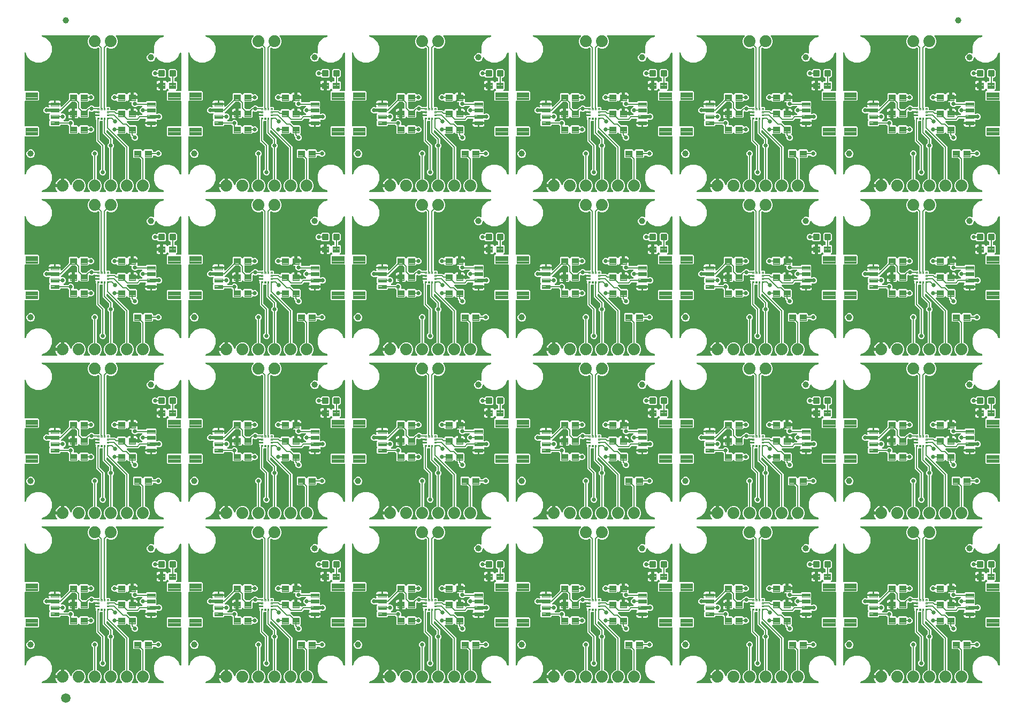
<source format=gtl>
G04 EAGLE Gerber RS-274X export*
G75*
%MOMM*%
%FSLAX34Y34*%
%LPD*%
%INTop Copper*%
%IPPOS*%
%AMOC8*
5,1,8,0,0,1.08239X$1,22.5*%
G01*
%ADD10C,0.102000*%
%ADD11C,0.096000*%
%ADD12C,1.000000*%
%ADD13C,1.879600*%
%ADD14C,0.100000*%
%ADD15C,0.300000*%
%ADD16C,1.500000*%
%ADD17C,0.660400*%
%ADD18C,0.254000*%
%ADD19C,0.508000*%
%ADD20C,0.203200*%

G36*
X312676Y2812D02*
X312676Y2812D01*
X312814Y2825D01*
X312833Y2832D01*
X312853Y2835D01*
X312982Y2886D01*
X313113Y2933D01*
X313130Y2944D01*
X313148Y2952D01*
X313261Y3033D01*
X313376Y3112D01*
X313390Y3127D01*
X313406Y3138D01*
X313495Y3246D01*
X313587Y3350D01*
X313596Y3368D01*
X313609Y3383D01*
X313668Y3509D01*
X313731Y3634D01*
X313736Y3653D01*
X313744Y3671D01*
X313770Y3808D01*
X313801Y3944D01*
X313800Y3964D01*
X313804Y3983D01*
X313795Y4122D01*
X313791Y4262D01*
X313785Y4281D01*
X313784Y4301D01*
X313741Y4433D01*
X313702Y4567D01*
X313692Y4584D01*
X313686Y4603D01*
X313611Y4721D01*
X313541Y4841D01*
X313522Y4862D01*
X313516Y4872D01*
X313501Y4886D01*
X313496Y4892D01*
X312369Y6443D01*
X311516Y8117D01*
X310935Y9904D01*
X310895Y10161D01*
X321310Y10161D01*
X321428Y10176D01*
X321547Y10183D01*
X321585Y10196D01*
X321625Y10201D01*
X321736Y10244D01*
X321849Y10281D01*
X321883Y10303D01*
X321921Y10318D01*
X322017Y10388D01*
X322118Y10451D01*
X322146Y10481D01*
X322178Y10504D01*
X322254Y10596D01*
X322336Y10683D01*
X322355Y10718D01*
X322381Y10749D01*
X322432Y10857D01*
X322489Y10961D01*
X322500Y11001D01*
X322517Y11037D01*
X322539Y11154D01*
X322569Y11269D01*
X322573Y11330D01*
X322577Y11350D01*
X322575Y11370D01*
X322579Y11430D01*
X322579Y12701D01*
X323850Y12701D01*
X323968Y12716D01*
X324087Y12723D01*
X324125Y12736D01*
X324165Y12741D01*
X324276Y12785D01*
X324389Y12821D01*
X324424Y12843D01*
X324461Y12858D01*
X324557Y12928D01*
X324658Y12991D01*
X324686Y13021D01*
X324719Y13045D01*
X324794Y13136D01*
X324876Y13223D01*
X324896Y13258D01*
X324921Y13290D01*
X324972Y13397D01*
X325030Y13502D01*
X325040Y13541D01*
X325057Y13577D01*
X325079Y13694D01*
X325109Y13809D01*
X325113Y13870D01*
X325117Y13890D01*
X325115Y13910D01*
X325119Y13970D01*
X325119Y24385D01*
X325376Y24345D01*
X327163Y23764D01*
X328837Y22911D01*
X330358Y21806D01*
X331686Y20478D01*
X332791Y18957D01*
X333644Y17283D01*
X334225Y15496D01*
X334300Y15023D01*
X334335Y14900D01*
X334366Y14774D01*
X334380Y14747D01*
X334388Y14718D01*
X334454Y14607D01*
X334514Y14493D01*
X334535Y14470D01*
X334550Y14444D01*
X334642Y14353D01*
X334728Y14257D01*
X334754Y14241D01*
X334775Y14219D01*
X334886Y14153D01*
X334994Y14082D01*
X335023Y14073D01*
X335049Y14057D01*
X335173Y14021D01*
X335295Y13979D01*
X335325Y13977D01*
X335354Y13968D01*
X335483Y13964D01*
X335612Y13954D01*
X335642Y13959D01*
X335672Y13958D01*
X335798Y13986D01*
X335925Y14008D01*
X335953Y14021D01*
X335982Y14027D01*
X336097Y14086D01*
X336215Y14139D01*
X336239Y14158D01*
X336266Y14171D01*
X336362Y14257D01*
X336464Y14338D01*
X336482Y14362D01*
X336504Y14382D01*
X336577Y14488D01*
X336655Y14592D01*
X336674Y14630D01*
X336683Y14644D01*
X336691Y14665D01*
X336726Y14736D01*
X338505Y19031D01*
X341649Y22175D01*
X345757Y23877D01*
X350203Y23877D01*
X354311Y22175D01*
X357455Y19031D01*
X359157Y14923D01*
X359157Y10477D01*
X357455Y6369D01*
X356048Y4961D01*
X355962Y4852D01*
X355874Y4745D01*
X355865Y4726D01*
X355853Y4710D01*
X355797Y4582D01*
X355738Y4457D01*
X355735Y4437D01*
X355726Y4418D01*
X355705Y4280D01*
X355679Y4144D01*
X355680Y4124D01*
X355677Y4104D01*
X355690Y3965D01*
X355698Y3827D01*
X355705Y3808D01*
X355706Y3788D01*
X355754Y3656D01*
X355796Y3525D01*
X355807Y3507D01*
X355814Y3488D01*
X355892Y3373D01*
X355966Y3256D01*
X355981Y3242D01*
X355993Y3225D01*
X356097Y3133D01*
X356198Y3038D01*
X356216Y3028D01*
X356231Y3015D01*
X356355Y2951D01*
X356477Y2884D01*
X356496Y2879D01*
X356514Y2870D01*
X356650Y2840D01*
X356785Y2805D01*
X356813Y2803D01*
X356825Y2800D01*
X356845Y2801D01*
X356945Y2795D01*
X364415Y2795D01*
X364553Y2812D01*
X364691Y2825D01*
X364710Y2832D01*
X364730Y2835D01*
X364860Y2886D01*
X364990Y2933D01*
X365007Y2944D01*
X365026Y2952D01*
X365138Y3033D01*
X365254Y3111D01*
X365267Y3127D01*
X365283Y3138D01*
X365372Y3246D01*
X365464Y3350D01*
X365473Y3368D01*
X365486Y3383D01*
X365545Y3509D01*
X365609Y3633D01*
X365613Y3653D01*
X365622Y3671D01*
X365648Y3808D01*
X365678Y3943D01*
X365678Y3964D01*
X365681Y3983D01*
X365673Y4122D01*
X365669Y4261D01*
X365663Y4281D01*
X365662Y4301D01*
X365619Y4433D01*
X365580Y4567D01*
X365570Y4584D01*
X365564Y4603D01*
X365489Y4721D01*
X365419Y4841D01*
X365400Y4862D01*
X365394Y4872D01*
X365379Y4886D01*
X365312Y4961D01*
X363905Y6369D01*
X362203Y10477D01*
X362203Y14923D01*
X363905Y19031D01*
X367049Y22175D01*
X369802Y23315D01*
X369827Y23330D01*
X369855Y23339D01*
X369965Y23409D01*
X370078Y23473D01*
X370099Y23494D01*
X370124Y23509D01*
X370213Y23604D01*
X370306Y23694D01*
X370322Y23719D01*
X370342Y23741D01*
X370405Y23855D01*
X370473Y23965D01*
X370481Y23994D01*
X370496Y24019D01*
X370528Y24145D01*
X370566Y24269D01*
X370568Y24299D01*
X370575Y24327D01*
X370585Y24488D01*
X370585Y58584D01*
X370573Y58682D01*
X370570Y58781D01*
X370553Y58839D01*
X370545Y58899D01*
X370509Y58991D01*
X370481Y59086D01*
X370451Y59139D01*
X370428Y59195D01*
X370370Y59275D01*
X370320Y59360D01*
X370254Y59436D01*
X370242Y59452D01*
X370232Y59460D01*
X370214Y59481D01*
X369073Y60622D01*
X368299Y62489D01*
X368299Y64511D01*
X369073Y66378D01*
X370502Y67807D01*
X372369Y68581D01*
X374391Y68581D01*
X376258Y67807D01*
X377687Y66378D01*
X378461Y64511D01*
X378461Y62489D01*
X377687Y60622D01*
X376546Y59481D01*
X376486Y59403D01*
X376418Y59331D01*
X376389Y59278D01*
X376352Y59230D01*
X376312Y59139D01*
X376264Y59052D01*
X376249Y58994D01*
X376225Y58938D01*
X376210Y58840D01*
X376185Y58744D01*
X376179Y58644D01*
X376175Y58624D01*
X376177Y58612D01*
X376175Y58584D01*
X376175Y24488D01*
X376178Y24459D01*
X376176Y24429D01*
X376198Y24301D01*
X376215Y24173D01*
X376225Y24145D01*
X376230Y24116D01*
X376284Y23997D01*
X376332Y23877D01*
X376349Y23853D01*
X376361Y23826D01*
X376442Y23725D01*
X376518Y23620D01*
X376541Y23601D01*
X376560Y23578D01*
X376663Y23500D01*
X376763Y23417D01*
X376790Y23404D01*
X376814Y23386D01*
X376958Y23315D01*
X379711Y22175D01*
X382855Y19031D01*
X384557Y14923D01*
X384557Y10477D01*
X382855Y6369D01*
X381448Y4961D01*
X381362Y4852D01*
X381274Y4745D01*
X381265Y4726D01*
X381253Y4710D01*
X381197Y4582D01*
X381138Y4457D01*
X381135Y4437D01*
X381126Y4418D01*
X381105Y4280D01*
X381079Y4144D01*
X381080Y4124D01*
X381077Y4104D01*
X381090Y3965D01*
X381098Y3827D01*
X381105Y3808D01*
X381106Y3788D01*
X381154Y3656D01*
X381196Y3525D01*
X381207Y3507D01*
X381214Y3488D01*
X381292Y3373D01*
X381366Y3256D01*
X381381Y3242D01*
X381393Y3225D01*
X381497Y3133D01*
X381598Y3038D01*
X381616Y3028D01*
X381631Y3015D01*
X381755Y2951D01*
X381877Y2884D01*
X381896Y2879D01*
X381914Y2870D01*
X382050Y2840D01*
X382185Y2805D01*
X382213Y2803D01*
X382225Y2800D01*
X382245Y2801D01*
X382345Y2795D01*
X389815Y2795D01*
X389953Y2812D01*
X390091Y2825D01*
X390110Y2832D01*
X390130Y2835D01*
X390260Y2886D01*
X390390Y2933D01*
X390407Y2944D01*
X390426Y2952D01*
X390538Y3033D01*
X390654Y3111D01*
X390667Y3127D01*
X390683Y3138D01*
X390772Y3246D01*
X390864Y3350D01*
X390873Y3368D01*
X390886Y3383D01*
X390945Y3509D01*
X391009Y3633D01*
X391013Y3653D01*
X391022Y3671D01*
X391048Y3808D01*
X391078Y3943D01*
X391078Y3964D01*
X391081Y3983D01*
X391073Y4122D01*
X391069Y4261D01*
X391063Y4281D01*
X391062Y4301D01*
X391019Y4433D01*
X390980Y4567D01*
X390970Y4584D01*
X390964Y4603D01*
X390889Y4721D01*
X390819Y4841D01*
X390800Y4862D01*
X390794Y4872D01*
X390779Y4886D01*
X390712Y4961D01*
X389305Y6369D01*
X387603Y10477D01*
X387603Y14923D01*
X389305Y19031D01*
X392449Y22175D01*
X395202Y23315D01*
X395227Y23330D01*
X395255Y23339D01*
X395365Y23409D01*
X395478Y23473D01*
X395499Y23494D01*
X395524Y23509D01*
X395613Y23604D01*
X395706Y23694D01*
X395722Y23719D01*
X395742Y23741D01*
X395805Y23855D01*
X395873Y23965D01*
X395881Y23994D01*
X395896Y24019D01*
X395928Y24145D01*
X395966Y24269D01*
X395968Y24299D01*
X395975Y24327D01*
X395985Y24488D01*
X395985Y71284D01*
X395973Y71382D01*
X395970Y71481D01*
X395953Y71539D01*
X395945Y71599D01*
X395909Y71691D01*
X395881Y71786D01*
X395851Y71839D01*
X395828Y71895D01*
X395770Y71975D01*
X395720Y72060D01*
X395654Y72136D01*
X395642Y72152D01*
X395632Y72160D01*
X395614Y72181D01*
X394473Y73322D01*
X393699Y75189D01*
X393699Y77211D01*
X394473Y79078D01*
X395614Y80219D01*
X395674Y80297D01*
X395742Y80369D01*
X395771Y80422D01*
X395808Y80470D01*
X395848Y80561D01*
X395896Y80648D01*
X395911Y80706D01*
X395935Y80762D01*
X395950Y80860D01*
X395975Y80956D01*
X395981Y81056D01*
X395985Y81076D01*
X395983Y81088D01*
X395985Y81116D01*
X395985Y84677D01*
X395973Y84775D01*
X395970Y84874D01*
X395953Y84932D01*
X395945Y84992D01*
X395909Y85084D01*
X395881Y85179D01*
X395851Y85232D01*
X395828Y85288D01*
X395770Y85368D01*
X395720Y85453D01*
X395654Y85529D01*
X395642Y85545D01*
X395632Y85553D01*
X395614Y85574D01*
X385785Y95402D01*
X385785Y114452D01*
X385770Y114570D01*
X385763Y114689D01*
X385750Y114727D01*
X385745Y114768D01*
X385702Y114878D01*
X385665Y114991D01*
X385643Y115026D01*
X385628Y115063D01*
X385559Y115159D01*
X385495Y115260D01*
X385465Y115288D01*
X385442Y115321D01*
X385350Y115397D01*
X385263Y115478D01*
X385228Y115498D01*
X385197Y115523D01*
X385089Y115574D01*
X384985Y115632D01*
X384945Y115642D01*
X384909Y115659D01*
X384792Y115681D01*
X384677Y115711D01*
X384617Y115715D01*
X384597Y115719D01*
X384576Y115717D01*
X384516Y115721D01*
X382394Y115721D01*
X382276Y115706D01*
X382157Y115699D01*
X382119Y115686D01*
X382078Y115681D01*
X381968Y115638D01*
X381855Y115601D01*
X381820Y115579D01*
X381783Y115564D01*
X381687Y115495D01*
X381586Y115431D01*
X381558Y115401D01*
X381525Y115378D01*
X381449Y115286D01*
X381368Y115199D01*
X381348Y115164D01*
X381323Y115133D01*
X381272Y115025D01*
X381214Y114921D01*
X381204Y114881D01*
X381187Y114845D01*
X381165Y114728D01*
X381135Y114613D01*
X381131Y114553D01*
X381127Y114533D01*
X381129Y114512D01*
X381125Y114452D01*
X381125Y85633D01*
X381137Y85535D01*
X381140Y85436D01*
X381157Y85378D01*
X381165Y85318D01*
X381201Y85226D01*
X381229Y85131D01*
X381259Y85078D01*
X381282Y85022D01*
X381340Y84942D01*
X381390Y84857D01*
X381456Y84781D01*
X381468Y84765D01*
X381478Y84757D01*
X381496Y84736D01*
X388875Y77358D01*
X388875Y39206D01*
X388887Y39108D01*
X388890Y39009D01*
X388907Y38951D01*
X388915Y38891D01*
X388951Y38799D01*
X388979Y38704D01*
X389009Y38651D01*
X389032Y38595D01*
X389090Y38515D01*
X389140Y38430D01*
X389206Y38354D01*
X389218Y38338D01*
X389228Y38330D01*
X389246Y38309D01*
X390387Y37168D01*
X391161Y35301D01*
X391161Y33279D01*
X390387Y31412D01*
X388958Y29983D01*
X387091Y29209D01*
X385069Y29209D01*
X383202Y29983D01*
X381773Y31412D01*
X380999Y33279D01*
X380999Y35301D01*
X381773Y37168D01*
X382914Y38309D01*
X382974Y38387D01*
X383042Y38459D01*
X383071Y38512D01*
X383108Y38560D01*
X383148Y38651D01*
X383196Y38738D01*
X383211Y38796D01*
X383235Y38852D01*
X383250Y38950D01*
X383275Y39046D01*
X383281Y39146D01*
X383285Y39166D01*
X383283Y39178D01*
X383285Y39206D01*
X383285Y74517D01*
X383273Y74615D01*
X383270Y74714D01*
X383253Y74772D01*
X383245Y74832D01*
X383209Y74924D01*
X383181Y75019D01*
X383151Y75072D01*
X383128Y75128D01*
X383070Y75208D01*
X383020Y75293D01*
X382954Y75369D01*
X382942Y75385D01*
X382932Y75393D01*
X382914Y75414D01*
X375535Y82792D01*
X375535Y116302D01*
X375523Y116400D01*
X375520Y116500D01*
X375503Y116558D01*
X375495Y116618D01*
X375459Y116710D01*
X375431Y116805D01*
X375401Y116857D01*
X375378Y116913D01*
X375320Y116994D01*
X375270Y117079D01*
X375204Y117154D01*
X375192Y117171D01*
X375182Y117179D01*
X375163Y117200D01*
X374801Y117562D01*
X374801Y121033D01*
X374790Y121124D01*
X374788Y121217D01*
X374770Y121281D01*
X374761Y121348D01*
X374727Y121434D01*
X374703Y121523D01*
X374651Y121628D01*
X374644Y121644D01*
X374639Y121651D01*
X374631Y121667D01*
X374247Y122332D01*
X374039Y123108D01*
X374039Y123231D01*
X375396Y123231D01*
X375407Y123232D01*
X375419Y123231D01*
X375564Y123252D01*
X375711Y123270D01*
X375722Y123275D01*
X375733Y123276D01*
X375870Y123333D01*
X376007Y123387D01*
X376016Y123394D01*
X376027Y123399D01*
X376146Y123488D01*
X376264Y123574D01*
X376272Y123583D01*
X376281Y123590D01*
X376373Y123706D01*
X376467Y123819D01*
X376472Y123830D01*
X376479Y123839D01*
X376540Y123974D01*
X376603Y124107D01*
X376605Y124118D01*
X376610Y124129D01*
X376635Y124275D01*
X376663Y124419D01*
X376662Y124431D01*
X376664Y124442D01*
X376652Y124590D01*
X376643Y124737D01*
X376639Y124748D01*
X376638Y124759D01*
X376590Y124900D01*
X376545Y125039D01*
X376539Y125049D01*
X376535Y125060D01*
X376454Y125183D01*
X376375Y125308D01*
X376366Y125316D01*
X376360Y125325D01*
X376251Y125424D01*
X376143Y125526D01*
X376133Y125531D01*
X376125Y125539D01*
X375987Y125623D01*
X375986Y125623D01*
X375923Y125647D01*
X375865Y125679D01*
X375864Y125679D01*
X375864Y125680D01*
X375775Y125703D01*
X375689Y125735D01*
X375621Y125742D01*
X375556Y125759D01*
X375395Y125769D01*
X374039Y125769D01*
X374039Y125892D01*
X374248Y126671D01*
X374261Y126763D01*
X374283Y126853D01*
X374282Y126920D01*
X374291Y126987D01*
X374281Y127078D01*
X374280Y127171D01*
X374257Y127286D01*
X374255Y127302D01*
X374252Y127310D01*
X374248Y127329D01*
X374039Y128108D01*
X374039Y128231D01*
X375395Y128231D01*
X375462Y128239D01*
X375530Y128238D01*
X375620Y128259D01*
X375711Y128270D01*
X375774Y128295D01*
X375839Y128311D01*
X375986Y128377D01*
X375987Y128377D01*
X375996Y128383D01*
X376006Y128387D01*
X376007Y128388D01*
X376126Y128474D01*
X376248Y128559D01*
X376255Y128568D01*
X376264Y128575D01*
X376359Y128689D01*
X376455Y128800D01*
X376460Y128811D01*
X376467Y128820D01*
X376530Y128953D01*
X376596Y129086D01*
X376598Y129097D01*
X376603Y129107D01*
X376631Y129252D01*
X376661Y129397D01*
X376660Y129408D01*
X376663Y129420D01*
X376653Y129567D01*
X376647Y129715D01*
X376644Y129726D01*
X376643Y129737D01*
X376597Y129877D01*
X376554Y130019D01*
X376548Y130029D01*
X376545Y130040D01*
X376466Y130165D01*
X376389Y130291D01*
X376381Y130299D01*
X376375Y130308D01*
X376267Y130410D01*
X376161Y130513D01*
X376151Y130518D01*
X376143Y130526D01*
X376014Y130598D01*
X375886Y130671D01*
X375875Y130674D01*
X375864Y130680D01*
X375722Y130717D01*
X375579Y130756D01*
X375568Y130756D01*
X375557Y130759D01*
X375396Y130769D01*
X373847Y130769D01*
X373801Y130833D01*
X373723Y130949D01*
X373707Y130962D01*
X373696Y130978D01*
X373588Y131067D01*
X373484Y131159D01*
X373466Y131168D01*
X373451Y131181D01*
X373325Y131240D01*
X373201Y131304D01*
X373181Y131308D01*
X373163Y131317D01*
X373026Y131343D01*
X372891Y131373D01*
X372870Y131373D01*
X372851Y131376D01*
X372712Y131368D01*
X372573Y131364D01*
X372553Y131358D01*
X372533Y131357D01*
X372401Y131314D01*
X372267Y131275D01*
X372250Y131265D01*
X372231Y131259D01*
X372113Y131184D01*
X371993Y131114D01*
X371972Y131095D01*
X371962Y131089D01*
X371948Y131074D01*
X371873Y131007D01*
X371178Y130313D01*
X369311Y129539D01*
X367289Y129539D01*
X365514Y130275D01*
X365466Y130288D01*
X365421Y130309D01*
X365313Y130330D01*
X365207Y130359D01*
X365157Y130359D01*
X365108Y130369D01*
X364999Y130362D01*
X364889Y130364D01*
X364841Y130352D01*
X364791Y130349D01*
X364687Y130315D01*
X364580Y130290D01*
X364536Y130266D01*
X364489Y130251D01*
X364396Y130192D01*
X364299Y130141D01*
X364262Y130108D01*
X364220Y130081D01*
X364145Y130001D01*
X364063Y129927D01*
X364036Y129885D01*
X364002Y129849D01*
X363949Y129753D01*
X363889Y129661D01*
X363872Y129614D01*
X363848Y129571D01*
X363821Y129464D01*
X363785Y129360D01*
X363781Y129311D01*
X363769Y129263D01*
X363759Y129102D01*
X363759Y121556D01*
X362424Y120221D01*
X350536Y120221D01*
X349258Y121499D01*
X349159Y121576D01*
X349064Y121658D01*
X349034Y121673D01*
X349007Y121694D01*
X348891Y121744D01*
X348779Y121800D01*
X348746Y121807D01*
X348715Y121820D01*
X348591Y121840D01*
X348468Y121866D01*
X348434Y121865D01*
X348401Y121870D01*
X348276Y121859D01*
X348150Y121853D01*
X348118Y121844D01*
X348084Y121840D01*
X347966Y121798D01*
X347846Y121762D01*
X347817Y121744D01*
X347785Y121733D01*
X347681Y121662D01*
X347573Y121597D01*
X347550Y121573D01*
X347522Y121554D01*
X347439Y121460D01*
X347351Y121370D01*
X347324Y121330D01*
X347311Y121316D01*
X347302Y121296D01*
X347262Y121236D01*
X346913Y120633D01*
X346347Y120067D01*
X345654Y119666D01*
X344880Y119459D01*
X341979Y119459D01*
X341979Y125770D01*
X341964Y125888D01*
X341957Y126007D01*
X341944Y126045D01*
X341939Y126085D01*
X341896Y126196D01*
X341859Y126309D01*
X341837Y126343D01*
X341822Y126381D01*
X341753Y126477D01*
X341689Y126578D01*
X341659Y126606D01*
X341636Y126638D01*
X341544Y126714D01*
X341457Y126796D01*
X341422Y126815D01*
X341391Y126841D01*
X341283Y126892D01*
X341179Y126949D01*
X341139Y126959D01*
X341103Y126977D01*
X340996Y126997D01*
X341026Y127001D01*
X341136Y127045D01*
X341249Y127081D01*
X341284Y127103D01*
X341321Y127118D01*
X341417Y127188D01*
X341518Y127251D01*
X341546Y127281D01*
X341579Y127305D01*
X341655Y127396D01*
X341736Y127483D01*
X341756Y127518D01*
X341781Y127550D01*
X341832Y127657D01*
X341890Y127762D01*
X341900Y127801D01*
X341917Y127837D01*
X341939Y127954D01*
X341969Y128070D01*
X341973Y128130D01*
X341977Y128150D01*
X341975Y128170D01*
X341979Y128230D01*
X341979Y134541D01*
X343916Y134541D01*
X344034Y134556D01*
X344153Y134563D01*
X344191Y134576D01*
X344232Y134581D01*
X344342Y134624D01*
X344455Y134661D01*
X344490Y134683D01*
X344527Y134698D01*
X344623Y134767D01*
X344724Y134831D01*
X344752Y134861D01*
X344785Y134884D01*
X344861Y134976D01*
X344942Y135063D01*
X344962Y135098D01*
X344987Y135129D01*
X345038Y135237D01*
X345096Y135341D01*
X345106Y135381D01*
X345123Y135417D01*
X345145Y135534D01*
X345175Y135649D01*
X345179Y135709D01*
X345183Y135729D01*
X345181Y135750D01*
X345185Y135810D01*
X345185Y142217D01*
X345173Y142315D01*
X345170Y142414D01*
X345153Y142472D01*
X345145Y142532D01*
X345109Y142624D01*
X345081Y142719D01*
X345051Y142772D01*
X345028Y142828D01*
X344970Y142908D01*
X344920Y142993D01*
X344854Y143069D01*
X344842Y143085D01*
X344832Y143093D01*
X344814Y143114D01*
X342678Y145250D01*
X342600Y145310D01*
X342528Y145378D01*
X342475Y145407D01*
X342427Y145444D01*
X342336Y145484D01*
X342249Y145532D01*
X342191Y145547D01*
X342135Y145571D01*
X342037Y145586D01*
X341941Y145611D01*
X341841Y145617D01*
X341821Y145621D01*
X341809Y145619D01*
X341781Y145621D01*
X337179Y145621D01*
X337081Y145609D01*
X336982Y145606D01*
X336924Y145589D01*
X336864Y145581D01*
X336772Y145545D01*
X336677Y145517D01*
X336624Y145487D01*
X336568Y145464D01*
X336488Y145406D01*
X336403Y145356D01*
X336327Y145290D01*
X336311Y145278D01*
X336303Y145268D01*
X336282Y145250D01*
X322246Y131214D01*
X320045Y129012D01*
X320002Y128957D01*
X319952Y128908D01*
X319905Y128832D01*
X319850Y128761D01*
X319822Y128697D01*
X319785Y128637D01*
X319759Y128552D01*
X319723Y128469D01*
X319712Y128400D01*
X319692Y128333D01*
X319688Y128244D01*
X319673Y128155D01*
X319680Y128085D01*
X319677Y128016D01*
X319695Y127928D01*
X319703Y127838D01*
X319727Y127773D01*
X319741Y127704D01*
X319780Y127624D01*
X319811Y127539D01*
X319850Y127481D01*
X319881Y127419D01*
X319939Y127350D01*
X319989Y127276D01*
X320042Y127230D01*
X320087Y127177D01*
X320160Y127125D01*
X320228Y127065D01*
X320290Y127034D01*
X320347Y126994D01*
X320431Y126962D01*
X320511Y126921D01*
X320579Y126906D01*
X320644Y126881D01*
X320734Y126871D01*
X320821Y126851D01*
X320891Y126853D01*
X320960Y126846D01*
X321049Y126858D01*
X321139Y126861D01*
X321206Y126880D01*
X321275Y126890D01*
X321428Y126942D01*
X321569Y127001D01*
X323591Y127001D01*
X325458Y126227D01*
X326887Y124798D01*
X327661Y122931D01*
X327661Y120909D01*
X326887Y119042D01*
X325458Y117613D01*
X324550Y117237D01*
X324489Y117202D01*
X324424Y117176D01*
X324352Y117124D01*
X324274Y117079D01*
X324224Y117031D01*
X324167Y116990D01*
X324110Y116920D01*
X324045Y116858D01*
X324009Y116798D01*
X323964Y116745D01*
X323926Y116663D01*
X323879Y116587D01*
X323858Y116520D01*
X323829Y116457D01*
X323812Y116369D01*
X323785Y116283D01*
X323782Y116213D01*
X323769Y116144D01*
X323774Y116055D01*
X323770Y115965D01*
X323784Y115897D01*
X323789Y115827D01*
X323816Y115742D01*
X323835Y115654D01*
X323865Y115591D01*
X323887Y115525D01*
X323935Y115449D01*
X323974Y115368D01*
X324019Y115315D01*
X324057Y115256D01*
X324122Y115194D01*
X324181Y115126D01*
X324238Y115086D01*
X324288Y115038D01*
X324367Y114995D01*
X324441Y114943D01*
X324506Y114918D01*
X324567Y114884D01*
X324654Y114862D01*
X324738Y114830D01*
X324807Y114822D01*
X324875Y114805D01*
X325036Y114795D01*
X330604Y114795D01*
X330702Y114807D01*
X330801Y114810D01*
X330859Y114827D01*
X330919Y114835D01*
X331011Y114871D01*
X331106Y114899D01*
X331159Y114929D01*
X331215Y114952D01*
X331295Y115010D01*
X331380Y115060D01*
X331456Y115126D01*
X331472Y115138D01*
X331480Y115148D01*
X331501Y115166D01*
X332402Y116067D01*
X334269Y116841D01*
X336291Y116841D01*
X338158Y116067D01*
X339587Y114638D01*
X340361Y112771D01*
X340361Y110749D01*
X340106Y110134D01*
X340093Y110086D01*
X340071Y110041D01*
X340051Y109933D01*
X340022Y109827D01*
X340021Y109777D01*
X340012Y109728D01*
X340018Y109619D01*
X340017Y109509D01*
X340028Y109461D01*
X340031Y109411D01*
X340065Y109307D01*
X340091Y109200D01*
X340114Y109156D01*
X340129Y109109D01*
X340188Y109016D01*
X340240Y108919D01*
X340273Y108882D01*
X340300Y108840D01*
X340380Y108765D01*
X340453Y108683D01*
X340495Y108656D01*
X340531Y108622D01*
X340627Y108569D01*
X340719Y108509D01*
X340766Y108492D01*
X340810Y108468D01*
X340916Y108441D01*
X341020Y108405D01*
X341070Y108401D01*
X341118Y108389D01*
X341278Y108379D01*
X345424Y108379D01*
X347082Y106720D01*
X347177Y106647D01*
X347266Y106568D01*
X347302Y106550D01*
X347334Y106525D01*
X347443Y106478D01*
X347549Y106424D01*
X347588Y106415D01*
X347626Y106399D01*
X347743Y106380D01*
X347859Y106354D01*
X347900Y106355D01*
X347940Y106349D01*
X348058Y106360D01*
X348177Y106364D01*
X348216Y106375D01*
X348256Y106379D01*
X348369Y106419D01*
X348483Y106452D01*
X348517Y106473D01*
X348556Y106486D01*
X348654Y106553D01*
X348757Y106614D01*
X348802Y106654D01*
X348819Y106665D01*
X348832Y106680D01*
X348877Y106720D01*
X350536Y108379D01*
X362424Y108379D01*
X364005Y106798D01*
X364038Y106759D01*
X364102Y106670D01*
X364141Y106638D01*
X364173Y106601D01*
X364263Y106537D01*
X364347Y106467D01*
X364392Y106446D01*
X364433Y106418D01*
X364536Y106379D01*
X364635Y106332D01*
X364684Y106322D01*
X364730Y106305D01*
X364840Y106293D01*
X364947Y106272D01*
X364997Y106275D01*
X365046Y106270D01*
X365155Y106285D01*
X365265Y106292D01*
X365312Y106307D01*
X365361Y106314D01*
X365514Y106366D01*
X366273Y106681D01*
X368295Y106681D01*
X370162Y105907D01*
X371591Y104478D01*
X372365Y102611D01*
X372365Y100589D01*
X371591Y98722D01*
X370162Y97293D01*
X368295Y96519D01*
X366273Y96519D01*
X365514Y96834D01*
X365466Y96847D01*
X365421Y96868D01*
X365313Y96889D01*
X365207Y96918D01*
X365157Y96919D01*
X365108Y96928D01*
X364999Y96921D01*
X364889Y96923D01*
X364841Y96911D01*
X364791Y96908D01*
X364687Y96874D01*
X364580Y96849D01*
X364536Y96826D01*
X364489Y96810D01*
X364396Y96751D01*
X364299Y96700D01*
X364262Y96667D01*
X364220Y96640D01*
X364145Y96560D01*
X364063Y96486D01*
X364036Y96445D01*
X364002Y96408D01*
X363991Y96388D01*
X362424Y94821D01*
X350536Y94821D01*
X348877Y96480D01*
X348783Y96553D01*
X348694Y96632D01*
X348658Y96650D01*
X348626Y96675D01*
X348517Y96722D01*
X348411Y96776D01*
X348372Y96785D01*
X348334Y96801D01*
X348217Y96820D01*
X348101Y96846D01*
X348060Y96845D01*
X348020Y96851D01*
X347902Y96840D01*
X347783Y96836D01*
X347744Y96825D01*
X347704Y96821D01*
X347592Y96781D01*
X347477Y96748D01*
X347442Y96727D01*
X347404Y96714D01*
X347306Y96647D01*
X347203Y96586D01*
X347158Y96546D01*
X347141Y96535D01*
X347128Y96520D01*
X347082Y96480D01*
X345424Y94821D01*
X333536Y94821D01*
X332201Y96156D01*
X332201Y107128D01*
X332189Y107226D01*
X332186Y107325D01*
X332169Y107383D01*
X332161Y107443D01*
X332125Y107535D01*
X332097Y107630D01*
X332067Y107683D01*
X332044Y107739D01*
X331986Y107819D01*
X331936Y107904D01*
X331870Y107980D01*
X331858Y107996D01*
X331848Y108004D01*
X331830Y108025D01*
X331021Y108834D01*
X330943Y108894D01*
X330871Y108962D01*
X330818Y108991D01*
X330770Y109028D01*
X330679Y109068D01*
X330592Y109116D01*
X330534Y109131D01*
X330478Y109155D01*
X330380Y109170D01*
X330284Y109195D01*
X330184Y109201D01*
X330164Y109205D01*
X330152Y109203D01*
X330124Y109205D01*
X319578Y109205D01*
X319480Y109193D01*
X319381Y109190D01*
X319322Y109173D01*
X319262Y109165D01*
X319170Y109129D01*
X319075Y109101D01*
X319023Y109071D01*
X318967Y109048D01*
X318887Y108990D01*
X318801Y108940D01*
X318726Y108874D01*
X318709Y108862D01*
X318701Y108852D01*
X318680Y108834D01*
X317068Y107221D01*
X302692Y107221D01*
X301351Y108562D01*
X301351Y115438D01*
X302016Y116103D01*
X302089Y116197D01*
X302168Y116286D01*
X302186Y116322D01*
X302211Y116354D01*
X302258Y116463D01*
X302312Y116569D01*
X302321Y116608D01*
X302337Y116646D01*
X302356Y116763D01*
X302382Y116879D01*
X302381Y116920D01*
X302387Y116960D01*
X302376Y117078D01*
X302372Y117197D01*
X302361Y117236D01*
X302357Y117276D01*
X302317Y117388D01*
X302284Y117503D01*
X302263Y117538D01*
X302249Y117576D01*
X302183Y117674D01*
X302122Y117777D01*
X302082Y117822D01*
X302071Y117839D01*
X302056Y117852D01*
X302016Y117898D01*
X301351Y118562D01*
X301351Y125438D01*
X301428Y125514D01*
X301513Y125624D01*
X301602Y125731D01*
X301610Y125750D01*
X301623Y125766D01*
X301678Y125893D01*
X301737Y126019D01*
X301741Y126039D01*
X301749Y126058D01*
X301771Y126195D01*
X301797Y126332D01*
X301796Y126352D01*
X301799Y126372D01*
X301786Y126511D01*
X301777Y126649D01*
X301771Y126668D01*
X301769Y126688D01*
X301722Y126820D01*
X301679Y126951D01*
X301668Y126968D01*
X301662Y126988D01*
X301583Y127103D01*
X301509Y127220D01*
X301494Y127234D01*
X301483Y127251D01*
X301379Y127343D01*
X301277Y127438D01*
X301260Y127448D01*
X301245Y127461D01*
X301120Y127525D01*
X300999Y127592D01*
X300979Y127597D01*
X300961Y127606D01*
X300825Y127636D01*
X300691Y127671D01*
X300663Y127673D01*
X300651Y127676D01*
X300630Y127675D01*
X300530Y127681D01*
X300090Y127681D01*
X300080Y127680D01*
X300071Y127681D01*
X299922Y127660D01*
X299774Y127641D01*
X299765Y127638D01*
X299756Y127637D01*
X299604Y127585D01*
X298191Y126999D01*
X296169Y126999D01*
X294302Y127773D01*
X292873Y129202D01*
X292099Y131069D01*
X292099Y133091D01*
X292873Y134958D01*
X294302Y136387D01*
X296169Y137161D01*
X298191Y137161D01*
X299098Y136785D01*
X299152Y136770D01*
X299204Y136747D01*
X299305Y136728D01*
X299405Y136701D01*
X299461Y136700D01*
X299517Y136690D01*
X299619Y136698D01*
X299723Y136696D01*
X299778Y136709D01*
X299834Y136713D01*
X299931Y136746D01*
X300032Y136770D01*
X300082Y136797D01*
X300135Y136814D01*
X300222Y136871D01*
X300313Y136919D01*
X300355Y136957D01*
X300402Y136987D01*
X300472Y137063D01*
X300548Y137133D01*
X300579Y137180D01*
X300618Y137221D01*
X300666Y137312D01*
X300723Y137398D01*
X300741Y137452D01*
X300768Y137501D01*
X300793Y137602D01*
X300826Y137699D01*
X300831Y137756D01*
X300844Y137810D01*
X300843Y137913D01*
X300852Y138016D01*
X300842Y138072D01*
X300841Y138128D01*
X300810Y138286D01*
X300589Y139108D01*
X300589Y140501D01*
X309650Y140501D01*
X309768Y140516D01*
X309887Y140523D01*
X309894Y140525D01*
X309950Y140511D01*
X310010Y140507D01*
X310030Y140503D01*
X310050Y140505D01*
X310110Y140501D01*
X319171Y140501D01*
X319171Y139107D01*
X319188Y138969D01*
X319201Y138831D01*
X319208Y138812D01*
X319211Y138792D01*
X319262Y138663D01*
X319309Y138532D01*
X319320Y138515D01*
X319328Y138496D01*
X319409Y138384D01*
X319487Y138269D01*
X319503Y138255D01*
X319514Y138239D01*
X319622Y138150D01*
X319726Y138058D01*
X319744Y138049D01*
X319759Y138036D01*
X319885Y137977D01*
X320009Y137913D01*
X320029Y137909D01*
X320047Y137900D01*
X320183Y137874D01*
X320319Y137844D01*
X320340Y137844D01*
X320359Y137841D01*
X320498Y137849D01*
X320637Y137853D01*
X320657Y137859D01*
X320677Y137860D01*
X320809Y137903D01*
X320943Y137942D01*
X320960Y137952D01*
X320979Y137958D01*
X321097Y138033D01*
X321217Y138103D01*
X321238Y138122D01*
X321248Y138129D01*
X321262Y138143D01*
X321337Y138210D01*
X331830Y148702D01*
X331890Y148780D01*
X331958Y148852D01*
X331987Y148905D01*
X332024Y148953D01*
X332064Y149044D01*
X332112Y149131D01*
X332127Y149189D01*
X332151Y149245D01*
X332166Y149343D01*
X332191Y149439D01*
X332197Y149539D01*
X332201Y149559D01*
X332199Y149571D01*
X332201Y149599D01*
X332201Y157844D01*
X333536Y159179D01*
X345424Y159179D01*
X347083Y157520D01*
X347177Y157447D01*
X347266Y157368D01*
X347302Y157350D01*
X347334Y157325D01*
X347443Y157278D01*
X347549Y157224D01*
X347588Y157215D01*
X347626Y157199D01*
X347743Y157180D01*
X347859Y157154D01*
X347900Y157155D01*
X347940Y157149D01*
X348058Y157160D01*
X348177Y157164D01*
X348216Y157175D01*
X348256Y157179D01*
X348368Y157219D01*
X348483Y157252D01*
X348518Y157273D01*
X348556Y157286D01*
X348654Y157353D01*
X348757Y157414D01*
X348802Y157454D01*
X348819Y157465D01*
X348832Y157480D01*
X348878Y157520D01*
X350536Y159179D01*
X362424Y159179D01*
X364005Y157598D01*
X364038Y157559D01*
X364102Y157470D01*
X364141Y157438D01*
X364173Y157401D01*
X364263Y157337D01*
X364347Y157267D01*
X364392Y157246D01*
X364433Y157218D01*
X364536Y157179D01*
X364635Y157132D01*
X364684Y157122D01*
X364730Y157105D01*
X364840Y157093D01*
X364947Y157072D01*
X364997Y157075D01*
X365046Y157070D01*
X365155Y157085D01*
X365265Y157092D01*
X365312Y157107D01*
X365361Y157114D01*
X365514Y157166D01*
X366273Y157481D01*
X368295Y157481D01*
X370162Y156707D01*
X371591Y155278D01*
X372365Y153411D01*
X372365Y151389D01*
X371591Y149522D01*
X370162Y148093D01*
X368295Y147319D01*
X366273Y147319D01*
X365514Y147634D01*
X365466Y147647D01*
X365421Y147668D01*
X365313Y147689D01*
X365207Y147718D01*
X365157Y147719D01*
X365108Y147728D01*
X364999Y147721D01*
X364889Y147723D01*
X364841Y147711D01*
X364791Y147708D01*
X364687Y147674D01*
X364580Y147649D01*
X364536Y147626D01*
X364489Y147610D01*
X364396Y147551D01*
X364299Y147500D01*
X364262Y147467D01*
X364220Y147440D01*
X364145Y147360D01*
X364063Y147286D01*
X364036Y147245D01*
X364002Y147208D01*
X363991Y147188D01*
X362424Y145621D01*
X352044Y145621D01*
X351926Y145606D01*
X351807Y145599D01*
X351769Y145586D01*
X351728Y145581D01*
X351618Y145538D01*
X351505Y145501D01*
X351470Y145479D01*
X351433Y145464D01*
X351337Y145395D01*
X351236Y145331D01*
X351208Y145301D01*
X351175Y145278D01*
X351099Y145186D01*
X351018Y145099D01*
X350998Y145064D01*
X350973Y145033D01*
X350922Y144925D01*
X350864Y144821D01*
X350854Y144781D01*
X350837Y144745D01*
X350815Y144628D01*
X350785Y144513D01*
X350781Y144453D01*
X350777Y144433D01*
X350779Y144412D01*
X350775Y144352D01*
X350775Y137183D01*
X350787Y137085D01*
X350790Y136986D01*
X350807Y136928D01*
X350815Y136868D01*
X350851Y136776D01*
X350879Y136681D01*
X350909Y136628D01*
X350932Y136572D01*
X350990Y136492D01*
X351040Y136407D01*
X351106Y136331D01*
X351118Y136315D01*
X351128Y136307D01*
X351146Y136286D01*
X353282Y134150D01*
X353360Y134090D01*
X353432Y134022D01*
X353485Y133993D01*
X353533Y133956D01*
X353624Y133916D01*
X353711Y133868D01*
X353769Y133853D01*
X353825Y133829D01*
X353923Y133814D01*
X354019Y133789D01*
X354119Y133783D01*
X354139Y133779D01*
X354151Y133781D01*
X354179Y133779D01*
X358781Y133779D01*
X358879Y133791D01*
X358978Y133794D01*
X359036Y133811D01*
X359096Y133819D01*
X359188Y133855D01*
X359283Y133883D01*
X359336Y133913D01*
X359392Y133936D01*
X359472Y133994D01*
X359557Y134044D01*
X359633Y134110D01*
X359649Y134122D01*
X359657Y134132D01*
X359678Y134150D01*
X362942Y137415D01*
X363384Y137415D01*
X363482Y137427D01*
X363581Y137430D01*
X363639Y137447D01*
X363699Y137455D01*
X363791Y137491D01*
X363886Y137519D01*
X363939Y137549D01*
X363995Y137572D01*
X364075Y137630D01*
X364160Y137680D01*
X364236Y137746D01*
X364252Y137758D01*
X364260Y137768D01*
X364281Y137786D01*
X365422Y138927D01*
X367289Y139701D01*
X369311Y139701D01*
X371178Y138927D01*
X372439Y137666D01*
X372517Y137606D01*
X372589Y137538D01*
X372642Y137509D01*
X372690Y137472D01*
X372781Y137432D01*
X372868Y137384D01*
X372926Y137369D01*
X372982Y137345D01*
X373080Y137330D01*
X373176Y137305D01*
X373276Y137299D01*
X373296Y137295D01*
X373308Y137297D01*
X373336Y137295D01*
X375132Y137295D01*
X375230Y137307D01*
X375329Y137310D01*
X375388Y137327D01*
X375448Y137335D01*
X375540Y137371D01*
X375635Y137399D01*
X375687Y137429D01*
X375743Y137452D01*
X375823Y137510D01*
X375909Y137560D01*
X375984Y137626D01*
X376001Y137638D01*
X376009Y137648D01*
X376030Y137666D01*
X376142Y137779D01*
X379516Y137779D01*
X379634Y137794D01*
X379753Y137801D01*
X379791Y137814D01*
X379832Y137819D01*
X379942Y137862D01*
X380055Y137899D01*
X380090Y137921D01*
X380127Y137936D01*
X380223Y138005D01*
X380324Y138069D01*
X380352Y138099D01*
X380385Y138122D01*
X380461Y138214D01*
X380542Y138301D01*
X380562Y138336D01*
X380587Y138367D01*
X380638Y138475D01*
X380696Y138579D01*
X380706Y138619D01*
X380723Y138655D01*
X380745Y138772D01*
X380775Y138887D01*
X380779Y138947D01*
X380783Y138967D01*
X380781Y138988D01*
X380785Y139048D01*
X380785Y229417D01*
X380773Y229515D01*
X380770Y229614D01*
X380753Y229672D01*
X380745Y229732D01*
X380709Y229824D01*
X380681Y229919D01*
X380651Y229972D01*
X380628Y230028D01*
X380570Y230108D01*
X380520Y230193D01*
X380454Y230269D01*
X380442Y230285D01*
X380432Y230293D01*
X380414Y230314D01*
X379739Y230988D01*
X379716Y231007D01*
X379697Y231029D01*
X379591Y231104D01*
X379488Y231183D01*
X379461Y231195D01*
X379437Y231212D01*
X379315Y231258D01*
X379196Y231310D01*
X379167Y231314D01*
X379139Y231325D01*
X379010Y231339D01*
X378882Y231360D01*
X378853Y231357D01*
X378823Y231360D01*
X378695Y231342D01*
X378565Y231330D01*
X378538Y231320D01*
X378508Y231316D01*
X378356Y231264D01*
X375603Y230123D01*
X371157Y230123D01*
X367049Y231825D01*
X363905Y234969D01*
X362203Y239077D01*
X362203Y243523D01*
X363905Y247631D01*
X365312Y249039D01*
X365398Y249148D01*
X365486Y249255D01*
X365495Y249274D01*
X365507Y249290D01*
X365563Y249418D01*
X365622Y249543D01*
X365625Y249563D01*
X365634Y249582D01*
X365655Y249720D01*
X365681Y249856D01*
X365680Y249876D01*
X365683Y249896D01*
X365670Y250035D01*
X365662Y250173D01*
X365655Y250192D01*
X365654Y250212D01*
X365606Y250344D01*
X365564Y250475D01*
X365553Y250493D01*
X365546Y250512D01*
X365468Y250627D01*
X365394Y250744D01*
X365379Y250758D01*
X365367Y250775D01*
X365263Y250867D01*
X365162Y250962D01*
X365144Y250972D01*
X365129Y250985D01*
X365005Y251049D01*
X364883Y251116D01*
X364864Y251121D01*
X364846Y251130D01*
X364710Y251160D01*
X364575Y251195D01*
X364547Y251197D01*
X364535Y251200D01*
X364515Y251199D01*
X364415Y251205D01*
X290715Y251205D01*
X290646Y251197D01*
X290576Y251198D01*
X290489Y251177D01*
X290400Y251165D01*
X290335Y251140D01*
X290267Y251123D01*
X290187Y251081D01*
X290104Y251048D01*
X290047Y251007D01*
X289986Y250975D01*
X289919Y250914D01*
X289846Y250862D01*
X289802Y250808D01*
X289750Y250761D01*
X289701Y250686D01*
X289644Y250617D01*
X289614Y250553D01*
X289576Y250495D01*
X289546Y250410D01*
X289508Y250329D01*
X289495Y250260D01*
X289472Y250194D01*
X289465Y250105D01*
X289448Y250017D01*
X289453Y249947D01*
X289447Y249877D01*
X289463Y249789D01*
X289468Y249699D01*
X289490Y249633D01*
X289502Y249564D01*
X289538Y249482D01*
X289566Y249397D01*
X289603Y249338D01*
X289632Y249274D01*
X289688Y249204D01*
X289736Y249128D01*
X289787Y249080D01*
X289831Y249026D01*
X289903Y248971D01*
X289968Y248910D01*
X290029Y248876D01*
X290085Y248834D01*
X290229Y248763D01*
X296279Y246258D01*
X302138Y240399D01*
X305309Y232743D01*
X305309Y224457D01*
X302138Y216802D01*
X296278Y210942D01*
X288623Y207771D01*
X280337Y207771D01*
X272681Y210942D01*
X266822Y216801D01*
X264317Y222851D01*
X264282Y222911D01*
X264256Y222976D01*
X264204Y223049D01*
X264159Y223127D01*
X264110Y223177D01*
X264070Y223234D01*
X264000Y223291D01*
X263938Y223355D01*
X263878Y223392D01*
X263825Y223436D01*
X263743Y223475D01*
X263667Y223522D01*
X263600Y223542D01*
X263537Y223572D01*
X263449Y223589D01*
X263363Y223615D01*
X263293Y223619D01*
X263224Y223632D01*
X263135Y223626D01*
X263045Y223630D01*
X262977Y223616D01*
X262907Y223612D01*
X262822Y223584D01*
X262734Y223566D01*
X262671Y223535D01*
X262605Y223514D01*
X262529Y223466D01*
X262448Y223426D01*
X262395Y223381D01*
X262336Y223344D01*
X262274Y223278D01*
X262206Y223220D01*
X262166Y223163D01*
X262118Y223112D01*
X262075Y223033D01*
X262023Y222960D01*
X261998Y222895D01*
X261964Y222834D01*
X261942Y222747D01*
X261910Y222663D01*
X261902Y222593D01*
X261885Y222526D01*
X261875Y222365D01*
X261875Y164048D01*
X261890Y163930D01*
X261897Y163811D01*
X261910Y163773D01*
X261915Y163732D01*
X261958Y163622D01*
X261995Y163509D01*
X262017Y163474D01*
X262032Y163437D01*
X262101Y163341D01*
X262165Y163240D01*
X262195Y163212D01*
X262218Y163179D01*
X262310Y163103D01*
X262397Y163022D01*
X262432Y163002D01*
X262463Y162977D01*
X262571Y162926D01*
X262675Y162868D01*
X262715Y162858D01*
X262751Y162841D01*
X262868Y162819D01*
X262983Y162789D01*
X263043Y162785D01*
X263063Y162781D01*
X263084Y162783D01*
X263144Y162779D01*
X283586Y162779D01*
X284909Y161456D01*
X284909Y148544D01*
X283586Y147221D01*
X263144Y147221D01*
X263026Y147206D01*
X262907Y147199D01*
X262869Y147186D01*
X262828Y147181D01*
X262718Y147138D01*
X262605Y147101D01*
X262570Y147079D01*
X262533Y147064D01*
X262437Y146995D01*
X262336Y146931D01*
X262308Y146901D01*
X262275Y146878D01*
X262199Y146786D01*
X262118Y146699D01*
X262098Y146664D01*
X262073Y146633D01*
X262022Y146525D01*
X261964Y146421D01*
X261954Y146381D01*
X261937Y146345D01*
X261915Y146228D01*
X261885Y146113D01*
X261881Y146053D01*
X261877Y146033D01*
X261879Y146012D01*
X261875Y145952D01*
X261875Y108048D01*
X261890Y107930D01*
X261897Y107811D01*
X261910Y107773D01*
X261915Y107732D01*
X261958Y107622D01*
X261995Y107509D01*
X262017Y107474D01*
X262032Y107437D01*
X262101Y107341D01*
X262165Y107240D01*
X262195Y107212D01*
X262218Y107179D01*
X262310Y107103D01*
X262397Y107022D01*
X262432Y107002D01*
X262463Y106977D01*
X262571Y106926D01*
X262675Y106868D01*
X262715Y106858D01*
X262751Y106841D01*
X262868Y106819D01*
X262983Y106789D01*
X263043Y106785D01*
X263063Y106781D01*
X263084Y106783D01*
X263144Y106779D01*
X283586Y106779D01*
X284909Y105456D01*
X284909Y92544D01*
X283586Y91221D01*
X263144Y91221D01*
X263026Y91206D01*
X262907Y91199D01*
X262869Y91186D01*
X262828Y91181D01*
X262718Y91138D01*
X262605Y91101D01*
X262570Y91079D01*
X262533Y91064D01*
X262437Y90995D01*
X262336Y90931D01*
X262308Y90901D01*
X262275Y90878D01*
X262199Y90786D01*
X262118Y90699D01*
X262098Y90664D01*
X262073Y90633D01*
X262022Y90525D01*
X261964Y90421D01*
X261954Y90381D01*
X261937Y90345D01*
X261915Y90228D01*
X261885Y90113D01*
X261881Y90053D01*
X261877Y90033D01*
X261879Y90012D01*
X261875Y89952D01*
X261875Y31635D01*
X261883Y31566D01*
X261882Y31496D01*
X261903Y31409D01*
X261915Y31320D01*
X261940Y31255D01*
X261957Y31187D01*
X261999Y31107D01*
X262032Y31024D01*
X262073Y30967D01*
X262105Y30906D01*
X262166Y30839D01*
X262218Y30766D01*
X262272Y30722D01*
X262319Y30670D01*
X262394Y30621D01*
X262463Y30564D01*
X262527Y30534D01*
X262585Y30496D01*
X262670Y30466D01*
X262751Y30428D01*
X262820Y30415D01*
X262886Y30392D01*
X262975Y30385D01*
X263063Y30368D01*
X263133Y30373D01*
X263203Y30367D01*
X263291Y30383D01*
X263381Y30388D01*
X263447Y30410D01*
X263516Y30422D01*
X263598Y30458D01*
X263683Y30486D01*
X263742Y30523D01*
X263806Y30552D01*
X263876Y30608D01*
X263952Y30656D01*
X264000Y30707D01*
X264054Y30751D01*
X264109Y30823D01*
X264170Y30888D01*
X264204Y30949D01*
X264246Y31005D01*
X264317Y31149D01*
X266822Y37199D01*
X272681Y43058D01*
X280337Y46229D01*
X288623Y46229D01*
X296278Y43058D01*
X302138Y37199D01*
X305309Y29543D01*
X305309Y21257D01*
X302138Y13602D01*
X296279Y7742D01*
X290229Y5237D01*
X290169Y5202D01*
X290104Y5176D01*
X290031Y5124D01*
X289953Y5079D01*
X289903Y5030D01*
X289847Y4990D01*
X289789Y4920D01*
X289725Y4858D01*
X289688Y4798D01*
X289644Y4745D01*
X289605Y4663D01*
X289558Y4587D01*
X289538Y4520D01*
X289508Y4457D01*
X289491Y4369D01*
X289465Y4283D01*
X289462Y4213D01*
X289448Y4144D01*
X289454Y4055D01*
X289450Y3965D01*
X289464Y3897D01*
X289468Y3827D01*
X289496Y3742D01*
X289514Y3654D01*
X289545Y3591D01*
X289566Y3525D01*
X289614Y3449D01*
X289654Y3368D01*
X289699Y3315D01*
X289736Y3256D01*
X289802Y3194D01*
X289860Y3126D01*
X289917Y3086D01*
X289968Y3038D01*
X290047Y2995D01*
X290120Y2943D01*
X290185Y2918D01*
X290246Y2884D01*
X290333Y2862D01*
X290417Y2830D01*
X290487Y2822D01*
X290554Y2805D01*
X290715Y2795D01*
X312537Y2795D01*
X312676Y2812D01*
G37*
G36*
X53596Y2812D02*
X53596Y2812D01*
X53734Y2825D01*
X53753Y2832D01*
X53773Y2835D01*
X53902Y2886D01*
X54033Y2933D01*
X54050Y2944D01*
X54068Y2952D01*
X54181Y3033D01*
X54296Y3112D01*
X54310Y3127D01*
X54326Y3138D01*
X54415Y3246D01*
X54507Y3350D01*
X54516Y3368D01*
X54529Y3383D01*
X54588Y3509D01*
X54651Y3634D01*
X54656Y3653D01*
X54664Y3671D01*
X54690Y3808D01*
X54721Y3944D01*
X54720Y3964D01*
X54724Y3983D01*
X54715Y4122D01*
X54711Y4262D01*
X54705Y4281D01*
X54704Y4301D01*
X54661Y4433D01*
X54622Y4567D01*
X54612Y4584D01*
X54606Y4603D01*
X54531Y4721D01*
X54461Y4841D01*
X54442Y4862D01*
X54436Y4872D01*
X54421Y4886D01*
X54416Y4892D01*
X53289Y6443D01*
X52436Y8117D01*
X51855Y9904D01*
X51815Y10161D01*
X62230Y10161D01*
X62348Y10176D01*
X62467Y10183D01*
X62505Y10196D01*
X62545Y10201D01*
X62656Y10244D01*
X62769Y10281D01*
X62803Y10303D01*
X62841Y10318D01*
X62937Y10388D01*
X63038Y10451D01*
X63066Y10481D01*
X63098Y10504D01*
X63174Y10596D01*
X63256Y10683D01*
X63275Y10718D01*
X63301Y10749D01*
X63352Y10857D01*
X63409Y10961D01*
X63420Y11001D01*
X63437Y11037D01*
X63459Y11154D01*
X63489Y11269D01*
X63493Y11330D01*
X63497Y11350D01*
X63495Y11370D01*
X63499Y11430D01*
X63499Y12701D01*
X64770Y12701D01*
X64888Y12716D01*
X65007Y12723D01*
X65045Y12736D01*
X65085Y12741D01*
X65196Y12785D01*
X65309Y12821D01*
X65344Y12843D01*
X65381Y12858D01*
X65477Y12928D01*
X65578Y12991D01*
X65606Y13021D01*
X65639Y13045D01*
X65714Y13136D01*
X65796Y13223D01*
X65816Y13258D01*
X65841Y13290D01*
X65892Y13397D01*
X65950Y13502D01*
X65960Y13541D01*
X65977Y13577D01*
X65999Y13694D01*
X66029Y13809D01*
X66033Y13870D01*
X66037Y13890D01*
X66035Y13910D01*
X66039Y13970D01*
X66039Y24385D01*
X66296Y24345D01*
X68083Y23764D01*
X69757Y22911D01*
X71278Y21806D01*
X72606Y20478D01*
X73711Y18957D01*
X74564Y17283D01*
X75145Y15496D01*
X75220Y15023D01*
X75255Y14900D01*
X75286Y14774D01*
X75300Y14747D01*
X75308Y14718D01*
X75374Y14607D01*
X75434Y14493D01*
X75455Y14470D01*
X75470Y14444D01*
X75562Y14353D01*
X75648Y14257D01*
X75674Y14241D01*
X75695Y14219D01*
X75806Y14153D01*
X75914Y14082D01*
X75943Y14073D01*
X75969Y14057D01*
X76093Y14021D01*
X76215Y13979D01*
X76245Y13977D01*
X76274Y13968D01*
X76403Y13964D01*
X76532Y13954D01*
X76562Y13959D01*
X76592Y13958D01*
X76718Y13986D01*
X76845Y14008D01*
X76873Y14021D01*
X76902Y14027D01*
X77017Y14086D01*
X77135Y14139D01*
X77159Y14158D01*
X77186Y14171D01*
X77282Y14257D01*
X77384Y14338D01*
X77402Y14362D01*
X77424Y14382D01*
X77497Y14488D01*
X77575Y14592D01*
X77594Y14630D01*
X77603Y14644D01*
X77611Y14665D01*
X77646Y14736D01*
X79425Y19031D01*
X82569Y22175D01*
X86677Y23877D01*
X91123Y23877D01*
X95231Y22175D01*
X98375Y19031D01*
X100077Y14923D01*
X100077Y10477D01*
X98375Y6369D01*
X96968Y4961D01*
X96882Y4852D01*
X96794Y4745D01*
X96785Y4726D01*
X96773Y4710D01*
X96717Y4582D01*
X96658Y4457D01*
X96655Y4437D01*
X96646Y4418D01*
X96625Y4280D01*
X96599Y4144D01*
X96600Y4124D01*
X96597Y4104D01*
X96610Y3965D01*
X96618Y3827D01*
X96625Y3808D01*
X96626Y3788D01*
X96674Y3656D01*
X96716Y3525D01*
X96727Y3507D01*
X96734Y3488D01*
X96812Y3373D01*
X96886Y3256D01*
X96901Y3242D01*
X96913Y3225D01*
X97017Y3133D01*
X97118Y3038D01*
X97136Y3028D01*
X97151Y3015D01*
X97275Y2951D01*
X97397Y2884D01*
X97416Y2879D01*
X97434Y2870D01*
X97570Y2840D01*
X97705Y2805D01*
X97733Y2803D01*
X97745Y2800D01*
X97765Y2801D01*
X97865Y2795D01*
X105335Y2795D01*
X105473Y2812D01*
X105611Y2825D01*
X105630Y2832D01*
X105650Y2835D01*
X105780Y2886D01*
X105910Y2933D01*
X105927Y2944D01*
X105946Y2952D01*
X106058Y3033D01*
X106174Y3111D01*
X106187Y3127D01*
X106203Y3138D01*
X106292Y3246D01*
X106384Y3350D01*
X106393Y3368D01*
X106406Y3383D01*
X106465Y3509D01*
X106529Y3633D01*
X106533Y3653D01*
X106542Y3671D01*
X106568Y3808D01*
X106598Y3943D01*
X106598Y3964D01*
X106601Y3983D01*
X106593Y4122D01*
X106589Y4261D01*
X106583Y4281D01*
X106582Y4301D01*
X106539Y4433D01*
X106500Y4567D01*
X106490Y4584D01*
X106484Y4603D01*
X106409Y4721D01*
X106339Y4841D01*
X106320Y4862D01*
X106314Y4872D01*
X106299Y4886D01*
X106232Y4961D01*
X104825Y6369D01*
X103123Y10477D01*
X103123Y14923D01*
X104825Y19031D01*
X107969Y22175D01*
X110722Y23315D01*
X110747Y23330D01*
X110775Y23339D01*
X110885Y23409D01*
X110998Y23473D01*
X111019Y23494D01*
X111044Y23509D01*
X111133Y23604D01*
X111226Y23694D01*
X111242Y23719D01*
X111262Y23741D01*
X111325Y23855D01*
X111393Y23965D01*
X111401Y23994D01*
X111416Y24019D01*
X111448Y24145D01*
X111486Y24269D01*
X111488Y24299D01*
X111495Y24327D01*
X111505Y24488D01*
X111505Y58584D01*
X111493Y58682D01*
X111490Y58781D01*
X111473Y58839D01*
X111465Y58899D01*
X111429Y58991D01*
X111401Y59086D01*
X111371Y59139D01*
X111348Y59195D01*
X111290Y59275D01*
X111240Y59360D01*
X111174Y59436D01*
X111162Y59452D01*
X111152Y59460D01*
X111134Y59481D01*
X109993Y60622D01*
X109219Y62489D01*
X109219Y64511D01*
X109993Y66378D01*
X111422Y67807D01*
X113289Y68581D01*
X115311Y68581D01*
X117178Y67807D01*
X118607Y66378D01*
X119381Y64511D01*
X119381Y62489D01*
X118607Y60622D01*
X117466Y59481D01*
X117406Y59403D01*
X117338Y59331D01*
X117309Y59278D01*
X117272Y59230D01*
X117232Y59139D01*
X117184Y59052D01*
X117169Y58994D01*
X117145Y58938D01*
X117130Y58840D01*
X117105Y58744D01*
X117099Y58644D01*
X117095Y58624D01*
X117097Y58612D01*
X117095Y58584D01*
X117095Y24488D01*
X117098Y24459D01*
X117096Y24429D01*
X117118Y24301D01*
X117135Y24173D01*
X117145Y24145D01*
X117150Y24116D01*
X117204Y23997D01*
X117252Y23877D01*
X117269Y23853D01*
X117281Y23826D01*
X117362Y23725D01*
X117438Y23620D01*
X117461Y23601D01*
X117480Y23578D01*
X117583Y23500D01*
X117683Y23417D01*
X117710Y23404D01*
X117734Y23386D01*
X117878Y23315D01*
X120631Y22175D01*
X123775Y19031D01*
X125477Y14923D01*
X125477Y10477D01*
X123775Y6369D01*
X122368Y4961D01*
X122282Y4852D01*
X122194Y4745D01*
X122185Y4726D01*
X122173Y4710D01*
X122117Y4582D01*
X122058Y4457D01*
X122055Y4437D01*
X122046Y4418D01*
X122025Y4280D01*
X121999Y4144D01*
X122000Y4124D01*
X121997Y4104D01*
X122010Y3965D01*
X122018Y3827D01*
X122025Y3808D01*
X122026Y3788D01*
X122074Y3656D01*
X122116Y3525D01*
X122127Y3507D01*
X122134Y3488D01*
X122212Y3373D01*
X122286Y3256D01*
X122301Y3242D01*
X122313Y3225D01*
X122417Y3133D01*
X122518Y3038D01*
X122536Y3028D01*
X122551Y3015D01*
X122675Y2951D01*
X122797Y2884D01*
X122816Y2879D01*
X122834Y2870D01*
X122970Y2840D01*
X123105Y2805D01*
X123133Y2803D01*
X123145Y2800D01*
X123165Y2801D01*
X123265Y2795D01*
X130735Y2795D01*
X130873Y2812D01*
X131011Y2825D01*
X131030Y2832D01*
X131050Y2835D01*
X131180Y2886D01*
X131310Y2933D01*
X131327Y2944D01*
X131346Y2952D01*
X131458Y3033D01*
X131574Y3111D01*
X131587Y3127D01*
X131603Y3138D01*
X131692Y3246D01*
X131784Y3350D01*
X131793Y3368D01*
X131806Y3383D01*
X131865Y3509D01*
X131929Y3633D01*
X131933Y3653D01*
X131942Y3671D01*
X131968Y3808D01*
X131998Y3943D01*
X131998Y3964D01*
X132001Y3983D01*
X131993Y4122D01*
X131989Y4261D01*
X131983Y4281D01*
X131982Y4301D01*
X131939Y4433D01*
X131900Y4567D01*
X131890Y4584D01*
X131884Y4603D01*
X131809Y4721D01*
X131739Y4841D01*
X131720Y4862D01*
X131714Y4872D01*
X131699Y4886D01*
X131632Y4961D01*
X130225Y6369D01*
X128523Y10477D01*
X128523Y14923D01*
X130225Y19031D01*
X133369Y22175D01*
X136122Y23315D01*
X136147Y23330D01*
X136175Y23339D01*
X136285Y23409D01*
X136398Y23473D01*
X136419Y23494D01*
X136444Y23509D01*
X136533Y23604D01*
X136626Y23694D01*
X136642Y23719D01*
X136662Y23741D01*
X136725Y23855D01*
X136793Y23965D01*
X136801Y23994D01*
X136816Y24019D01*
X136848Y24145D01*
X136886Y24269D01*
X136888Y24299D01*
X136895Y24327D01*
X136905Y24488D01*
X136905Y71284D01*
X136893Y71382D01*
X136890Y71481D01*
X136873Y71539D01*
X136865Y71599D01*
X136829Y71691D01*
X136801Y71786D01*
X136771Y71839D01*
X136748Y71895D01*
X136690Y71975D01*
X136640Y72060D01*
X136574Y72136D01*
X136562Y72152D01*
X136552Y72160D01*
X136534Y72181D01*
X135393Y73322D01*
X134619Y75189D01*
X134619Y77211D01*
X135393Y79078D01*
X136534Y80219D01*
X136594Y80297D01*
X136662Y80369D01*
X136691Y80422D01*
X136728Y80470D01*
X136768Y80561D01*
X136816Y80648D01*
X136831Y80706D01*
X136855Y80762D01*
X136870Y80860D01*
X136895Y80956D01*
X136901Y81056D01*
X136905Y81076D01*
X136903Y81088D01*
X136905Y81116D01*
X136905Y84677D01*
X136893Y84775D01*
X136890Y84874D01*
X136873Y84932D01*
X136865Y84992D01*
X136829Y85084D01*
X136801Y85179D01*
X136771Y85232D01*
X136748Y85288D01*
X136690Y85368D01*
X136640Y85453D01*
X136574Y85529D01*
X136562Y85545D01*
X136552Y85553D01*
X136534Y85574D01*
X126705Y95402D01*
X126705Y114452D01*
X126690Y114570D01*
X126683Y114689D01*
X126670Y114727D01*
X126665Y114768D01*
X126622Y114878D01*
X126585Y114991D01*
X126563Y115026D01*
X126548Y115063D01*
X126479Y115159D01*
X126415Y115260D01*
X126385Y115288D01*
X126362Y115321D01*
X126270Y115397D01*
X126183Y115478D01*
X126148Y115498D01*
X126117Y115523D01*
X126009Y115574D01*
X125905Y115632D01*
X125865Y115642D01*
X125829Y115659D01*
X125712Y115681D01*
X125597Y115711D01*
X125537Y115715D01*
X125517Y115719D01*
X125496Y115717D01*
X125436Y115721D01*
X123314Y115721D01*
X123196Y115706D01*
X123077Y115699D01*
X123039Y115686D01*
X122998Y115681D01*
X122888Y115638D01*
X122775Y115601D01*
X122740Y115579D01*
X122703Y115564D01*
X122607Y115495D01*
X122506Y115431D01*
X122478Y115401D01*
X122445Y115378D01*
X122369Y115286D01*
X122288Y115199D01*
X122268Y115164D01*
X122243Y115133D01*
X122192Y115025D01*
X122134Y114921D01*
X122124Y114881D01*
X122107Y114845D01*
X122085Y114728D01*
X122055Y114613D01*
X122051Y114553D01*
X122047Y114533D01*
X122049Y114512D01*
X122045Y114452D01*
X122045Y85633D01*
X122057Y85535D01*
X122060Y85436D01*
X122077Y85378D01*
X122085Y85318D01*
X122121Y85226D01*
X122149Y85131D01*
X122179Y85078D01*
X122202Y85022D01*
X122260Y84942D01*
X122310Y84857D01*
X122376Y84781D01*
X122388Y84765D01*
X122398Y84757D01*
X122416Y84736D01*
X129795Y77358D01*
X129795Y39206D01*
X129807Y39108D01*
X129810Y39009D01*
X129827Y38951D01*
X129835Y38891D01*
X129871Y38799D01*
X129899Y38704D01*
X129929Y38651D01*
X129952Y38595D01*
X130010Y38515D01*
X130060Y38430D01*
X130126Y38354D01*
X130138Y38338D01*
X130148Y38330D01*
X130166Y38309D01*
X131307Y37168D01*
X132081Y35301D01*
X132081Y33279D01*
X131307Y31412D01*
X129878Y29983D01*
X128011Y29209D01*
X125989Y29209D01*
X124122Y29983D01*
X122693Y31412D01*
X121919Y33279D01*
X121919Y35301D01*
X122693Y37168D01*
X123834Y38309D01*
X123894Y38387D01*
X123962Y38459D01*
X123991Y38512D01*
X124028Y38560D01*
X124068Y38651D01*
X124116Y38738D01*
X124131Y38796D01*
X124155Y38852D01*
X124170Y38950D01*
X124195Y39046D01*
X124201Y39146D01*
X124205Y39166D01*
X124203Y39178D01*
X124205Y39206D01*
X124205Y74517D01*
X124193Y74615D01*
X124190Y74714D01*
X124173Y74772D01*
X124165Y74832D01*
X124129Y74924D01*
X124101Y75019D01*
X124071Y75072D01*
X124048Y75128D01*
X123990Y75208D01*
X123940Y75293D01*
X123874Y75369D01*
X123862Y75385D01*
X123852Y75393D01*
X123834Y75414D01*
X116455Y82792D01*
X116455Y116302D01*
X116443Y116400D01*
X116440Y116499D01*
X116423Y116558D01*
X116415Y116618D01*
X116379Y116710D01*
X116351Y116805D01*
X116321Y116857D01*
X116298Y116913D01*
X116240Y116993D01*
X116190Y117079D01*
X116124Y117154D01*
X116112Y117171D01*
X116102Y117179D01*
X116084Y117200D01*
X115721Y117562D01*
X115721Y121033D01*
X115710Y121124D01*
X115708Y121217D01*
X115690Y121281D01*
X115681Y121348D01*
X115647Y121434D01*
X115623Y121523D01*
X115571Y121628D01*
X115564Y121644D01*
X115559Y121651D01*
X115551Y121667D01*
X115167Y122332D01*
X114959Y123108D01*
X114959Y123231D01*
X116316Y123231D01*
X116327Y123232D01*
X116339Y123231D01*
X116484Y123252D01*
X116631Y123270D01*
X116642Y123275D01*
X116653Y123276D01*
X116790Y123333D01*
X116927Y123387D01*
X116936Y123394D01*
X116947Y123399D01*
X117066Y123488D01*
X117184Y123574D01*
X117192Y123583D01*
X117201Y123590D01*
X117293Y123706D01*
X117387Y123819D01*
X117392Y123830D01*
X117399Y123839D01*
X117460Y123974D01*
X117523Y124107D01*
X117525Y124118D01*
X117530Y124129D01*
X117555Y124275D01*
X117583Y124419D01*
X117582Y124431D01*
X117584Y124442D01*
X117572Y124590D01*
X117563Y124737D01*
X117559Y124748D01*
X117558Y124759D01*
X117510Y124900D01*
X117465Y125039D01*
X117459Y125049D01*
X117455Y125060D01*
X117374Y125183D01*
X117295Y125308D01*
X117286Y125316D01*
X117280Y125325D01*
X117171Y125424D01*
X117063Y125526D01*
X117053Y125531D01*
X117045Y125539D01*
X116907Y125623D01*
X116906Y125623D01*
X116843Y125647D01*
X116785Y125679D01*
X116784Y125679D01*
X116784Y125680D01*
X116695Y125703D01*
X116609Y125735D01*
X116541Y125742D01*
X116476Y125759D01*
X116315Y125769D01*
X114959Y125769D01*
X114959Y125892D01*
X115168Y126671D01*
X115181Y126763D01*
X115203Y126853D01*
X115202Y126920D01*
X115211Y126987D01*
X115201Y127078D01*
X115200Y127171D01*
X115177Y127286D01*
X115175Y127302D01*
X115172Y127310D01*
X115168Y127329D01*
X114959Y128108D01*
X114959Y128231D01*
X116315Y128231D01*
X116382Y128239D01*
X116450Y128238D01*
X116540Y128259D01*
X116631Y128270D01*
X116694Y128295D01*
X116759Y128311D01*
X116906Y128377D01*
X116907Y128377D01*
X116916Y128383D01*
X116926Y128387D01*
X116927Y128388D01*
X117046Y128474D01*
X117168Y128559D01*
X117175Y128568D01*
X117184Y128575D01*
X117279Y128689D01*
X117375Y128800D01*
X117380Y128811D01*
X117387Y128820D01*
X117450Y128953D01*
X117516Y129086D01*
X117518Y129097D01*
X117523Y129107D01*
X117551Y129252D01*
X117581Y129397D01*
X117580Y129408D01*
X117583Y129420D01*
X117573Y129567D01*
X117567Y129715D01*
X117564Y129726D01*
X117563Y129737D01*
X117517Y129877D01*
X117474Y130019D01*
X117468Y130029D01*
X117465Y130040D01*
X117386Y130165D01*
X117309Y130291D01*
X117301Y130299D01*
X117295Y130308D01*
X117187Y130410D01*
X117081Y130513D01*
X117071Y130518D01*
X117063Y130526D01*
X116934Y130598D01*
X116806Y130671D01*
X116795Y130674D01*
X116784Y130680D01*
X116642Y130717D01*
X116499Y130756D01*
X116488Y130756D01*
X116477Y130759D01*
X116316Y130769D01*
X114767Y130769D01*
X114721Y130833D01*
X114643Y130949D01*
X114627Y130962D01*
X114616Y130978D01*
X114508Y131067D01*
X114404Y131159D01*
X114386Y131168D01*
X114371Y131181D01*
X114245Y131240D01*
X114121Y131304D01*
X114101Y131308D01*
X114083Y131317D01*
X113946Y131343D01*
X113811Y131373D01*
X113790Y131373D01*
X113771Y131376D01*
X113632Y131368D01*
X113493Y131364D01*
X113473Y131358D01*
X113453Y131357D01*
X113321Y131314D01*
X113187Y131275D01*
X113170Y131265D01*
X113151Y131259D01*
X113033Y131184D01*
X112913Y131114D01*
X112892Y131095D01*
X112882Y131089D01*
X112868Y131074D01*
X112793Y131007D01*
X112098Y130313D01*
X110231Y129539D01*
X108209Y129539D01*
X106434Y130275D01*
X106386Y130288D01*
X106341Y130309D01*
X106233Y130330D01*
X106127Y130359D01*
X106077Y130360D01*
X106028Y130369D01*
X105919Y130362D01*
X105809Y130364D01*
X105761Y130352D01*
X105711Y130349D01*
X105607Y130315D01*
X105500Y130290D01*
X105456Y130266D01*
X105409Y130251D01*
X105316Y130192D01*
X105219Y130141D01*
X105182Y130108D01*
X105140Y130081D01*
X105065Y130001D01*
X104983Y129927D01*
X104956Y129886D01*
X104922Y129849D01*
X104869Y129753D01*
X104809Y129661D01*
X104792Y129614D01*
X104768Y129571D01*
X104741Y129465D01*
X104705Y129361D01*
X104701Y129311D01*
X104689Y129263D01*
X104679Y129102D01*
X104679Y121556D01*
X103344Y120221D01*
X91456Y120221D01*
X90178Y121499D01*
X90079Y121576D01*
X89984Y121658D01*
X89954Y121673D01*
X89927Y121694D01*
X89811Y121744D01*
X89699Y121800D01*
X89666Y121807D01*
X89635Y121820D01*
X89511Y121840D01*
X89388Y121866D01*
X89354Y121865D01*
X89321Y121870D01*
X89196Y121859D01*
X89070Y121853D01*
X89038Y121844D01*
X89004Y121840D01*
X88886Y121798D01*
X88766Y121762D01*
X88737Y121744D01*
X88705Y121733D01*
X88601Y121662D01*
X88493Y121597D01*
X88470Y121573D01*
X88442Y121554D01*
X88359Y121460D01*
X88271Y121370D01*
X88244Y121330D01*
X88231Y121316D01*
X88222Y121296D01*
X88182Y121236D01*
X87833Y120633D01*
X87267Y120067D01*
X86574Y119666D01*
X85800Y119459D01*
X82899Y119459D01*
X82899Y125770D01*
X82884Y125888D01*
X82877Y126007D01*
X82864Y126045D01*
X82859Y126085D01*
X82816Y126196D01*
X82779Y126309D01*
X82757Y126343D01*
X82742Y126381D01*
X82673Y126477D01*
X82609Y126578D01*
X82579Y126606D01*
X82556Y126638D01*
X82464Y126714D01*
X82377Y126796D01*
X82342Y126815D01*
X82311Y126841D01*
X82203Y126892D01*
X82099Y126949D01*
X82059Y126959D01*
X82023Y126977D01*
X81916Y126997D01*
X81946Y127001D01*
X82056Y127045D01*
X82169Y127081D01*
X82204Y127103D01*
X82241Y127118D01*
X82337Y127188D01*
X82438Y127251D01*
X82466Y127281D01*
X82499Y127305D01*
X82575Y127396D01*
X82656Y127483D01*
X82676Y127518D01*
X82701Y127550D01*
X82752Y127657D01*
X82810Y127762D01*
X82820Y127801D01*
X82837Y127837D01*
X82859Y127954D01*
X82889Y128070D01*
X82893Y128130D01*
X82897Y128150D01*
X82895Y128170D01*
X82899Y128230D01*
X82899Y134541D01*
X84836Y134541D01*
X84954Y134556D01*
X85073Y134563D01*
X85111Y134576D01*
X85152Y134581D01*
X85262Y134624D01*
X85375Y134661D01*
X85410Y134683D01*
X85447Y134698D01*
X85543Y134767D01*
X85644Y134831D01*
X85672Y134861D01*
X85705Y134884D01*
X85781Y134976D01*
X85862Y135063D01*
X85882Y135098D01*
X85907Y135129D01*
X85958Y135237D01*
X86016Y135341D01*
X86026Y135381D01*
X86043Y135417D01*
X86065Y135534D01*
X86095Y135649D01*
X86099Y135709D01*
X86103Y135729D01*
X86101Y135750D01*
X86105Y135810D01*
X86105Y142217D01*
X86093Y142315D01*
X86090Y142414D01*
X86073Y142472D01*
X86065Y142532D01*
X86029Y142624D01*
X86001Y142719D01*
X85971Y142772D01*
X85948Y142828D01*
X85890Y142908D01*
X85840Y142993D01*
X85774Y143069D01*
X85762Y143085D01*
X85752Y143093D01*
X85734Y143114D01*
X83598Y145250D01*
X83520Y145310D01*
X83448Y145378D01*
X83395Y145407D01*
X83347Y145444D01*
X83256Y145484D01*
X83169Y145532D01*
X83111Y145547D01*
X83055Y145571D01*
X82957Y145586D01*
X82861Y145611D01*
X82761Y145617D01*
X82741Y145621D01*
X82729Y145619D01*
X82701Y145621D01*
X78099Y145621D01*
X78001Y145609D01*
X77902Y145606D01*
X77844Y145589D01*
X77784Y145581D01*
X77692Y145545D01*
X77597Y145517D01*
X77544Y145487D01*
X77488Y145464D01*
X77408Y145406D01*
X77323Y145356D01*
X77247Y145290D01*
X77231Y145278D01*
X77223Y145268D01*
X77202Y145250D01*
X63166Y131214D01*
X60965Y129012D01*
X60922Y128957D01*
X60872Y128908D01*
X60825Y128832D01*
X60770Y128761D01*
X60742Y128697D01*
X60705Y128637D01*
X60679Y128552D01*
X60643Y128469D01*
X60632Y128400D01*
X60612Y128333D01*
X60608Y128244D01*
X60593Y128155D01*
X60600Y128085D01*
X60597Y128016D01*
X60615Y127928D01*
X60623Y127838D01*
X60647Y127773D01*
X60661Y127704D01*
X60700Y127624D01*
X60731Y127539D01*
X60770Y127481D01*
X60801Y127419D01*
X60859Y127350D01*
X60909Y127276D01*
X60962Y127230D01*
X61007Y127177D01*
X61080Y127125D01*
X61148Y127065D01*
X61210Y127034D01*
X61267Y126994D01*
X61351Y126962D01*
X61431Y126921D01*
X61499Y126906D01*
X61564Y126881D01*
X61654Y126871D01*
X61741Y126851D01*
X61811Y126853D01*
X61880Y126846D01*
X61969Y126858D01*
X62059Y126861D01*
X62126Y126880D01*
X62195Y126890D01*
X62348Y126942D01*
X62489Y127001D01*
X64511Y127001D01*
X66378Y126227D01*
X67807Y124798D01*
X68581Y122931D01*
X68581Y120909D01*
X67807Y119042D01*
X66378Y117613D01*
X65470Y117237D01*
X65409Y117202D01*
X65344Y117176D01*
X65272Y117124D01*
X65194Y117079D01*
X65144Y117031D01*
X65087Y116990D01*
X65030Y116920D01*
X64965Y116858D01*
X64929Y116798D01*
X64884Y116745D01*
X64846Y116663D01*
X64799Y116587D01*
X64778Y116520D01*
X64749Y116457D01*
X64732Y116369D01*
X64705Y116283D01*
X64702Y116213D01*
X64689Y116144D01*
X64694Y116055D01*
X64690Y115965D01*
X64704Y115897D01*
X64709Y115827D01*
X64736Y115742D01*
X64754Y115654D01*
X64785Y115591D01*
X64807Y115525D01*
X64855Y115449D01*
X64894Y115368D01*
X64939Y115315D01*
X64977Y115256D01*
X65042Y115194D01*
X65101Y115126D01*
X65158Y115086D01*
X65208Y115038D01*
X65287Y114995D01*
X65361Y114943D01*
X65426Y114918D01*
X65487Y114884D01*
X65574Y114862D01*
X65658Y114830D01*
X65727Y114822D01*
X65795Y114805D01*
X65956Y114795D01*
X71524Y114795D01*
X71622Y114807D01*
X71721Y114810D01*
X71779Y114827D01*
X71839Y114835D01*
X71931Y114871D01*
X72026Y114899D01*
X72079Y114929D01*
X72135Y114952D01*
X72215Y115010D01*
X72300Y115060D01*
X72376Y115126D01*
X72392Y115138D01*
X72400Y115148D01*
X72421Y115166D01*
X73322Y116067D01*
X75189Y116841D01*
X77211Y116841D01*
X79078Y116067D01*
X80507Y114638D01*
X81281Y112771D01*
X81281Y110749D01*
X81026Y110134D01*
X81013Y110086D01*
X80991Y110041D01*
X80971Y109933D01*
X80942Y109827D01*
X80941Y109777D01*
X80932Y109728D01*
X80938Y109619D01*
X80937Y109509D01*
X80948Y109461D01*
X80951Y109411D01*
X80985Y109307D01*
X81011Y109200D01*
X81034Y109156D01*
X81049Y109109D01*
X81108Y109016D01*
X81160Y108919D01*
X81193Y108882D01*
X81220Y108840D01*
X81300Y108765D01*
X81373Y108683D01*
X81415Y108656D01*
X81451Y108622D01*
X81547Y108569D01*
X81639Y108509D01*
X81686Y108492D01*
X81730Y108468D01*
X81836Y108441D01*
X81940Y108405D01*
X81990Y108401D01*
X82038Y108389D01*
X82198Y108379D01*
X86344Y108379D01*
X88002Y106720D01*
X88097Y106647D01*
X88186Y106568D01*
X88222Y106550D01*
X88254Y106525D01*
X88363Y106478D01*
X88469Y106424D01*
X88508Y106415D01*
X88546Y106399D01*
X88663Y106380D01*
X88779Y106354D01*
X88820Y106355D01*
X88860Y106349D01*
X88978Y106360D01*
X89097Y106364D01*
X89136Y106375D01*
X89176Y106379D01*
X89289Y106419D01*
X89403Y106452D01*
X89437Y106473D01*
X89476Y106486D01*
X89574Y106553D01*
X89677Y106614D01*
X89722Y106654D01*
X89739Y106665D01*
X89752Y106680D01*
X89797Y106720D01*
X91456Y108379D01*
X103344Y108379D01*
X104925Y106798D01*
X104958Y106759D01*
X105022Y106670D01*
X105061Y106638D01*
X105093Y106601D01*
X105183Y106537D01*
X105267Y106467D01*
X105312Y106446D01*
X105353Y106418D01*
X105456Y106379D01*
X105555Y106332D01*
X105604Y106322D01*
X105650Y106305D01*
X105760Y106293D01*
X105867Y106272D01*
X105917Y106275D01*
X105966Y106270D01*
X106075Y106285D01*
X106185Y106292D01*
X106232Y106307D01*
X106281Y106314D01*
X106434Y106366D01*
X107193Y106681D01*
X109215Y106681D01*
X111082Y105907D01*
X112511Y104478D01*
X113285Y102611D01*
X113285Y100589D01*
X112511Y98722D01*
X111082Y97293D01*
X109215Y96519D01*
X107193Y96519D01*
X106434Y96834D01*
X106386Y96847D01*
X106341Y96868D01*
X106233Y96889D01*
X106127Y96918D01*
X106077Y96919D01*
X106028Y96928D01*
X105919Y96921D01*
X105809Y96923D01*
X105761Y96911D01*
X105711Y96908D01*
X105607Y96874D01*
X105500Y96849D01*
X105456Y96826D01*
X105409Y96810D01*
X105316Y96751D01*
X105219Y96700D01*
X105182Y96667D01*
X105140Y96640D01*
X105065Y96560D01*
X104983Y96486D01*
X104956Y96445D01*
X104922Y96408D01*
X104911Y96388D01*
X103344Y94821D01*
X91456Y94821D01*
X89797Y96480D01*
X89703Y96553D01*
X89614Y96632D01*
X89578Y96650D01*
X89546Y96675D01*
X89437Y96722D01*
X89331Y96776D01*
X89292Y96785D01*
X89254Y96801D01*
X89137Y96820D01*
X89021Y96846D01*
X88980Y96845D01*
X88940Y96851D01*
X88822Y96840D01*
X88703Y96836D01*
X88664Y96825D01*
X88624Y96821D01*
X88512Y96781D01*
X88397Y96748D01*
X88362Y96727D01*
X88324Y96714D01*
X88226Y96647D01*
X88123Y96586D01*
X88078Y96546D01*
X88061Y96535D01*
X88048Y96520D01*
X88002Y96480D01*
X86344Y94821D01*
X74456Y94821D01*
X73121Y96156D01*
X73121Y107128D01*
X73109Y107226D01*
X73106Y107325D01*
X73089Y107383D01*
X73081Y107443D01*
X73045Y107535D01*
X73017Y107631D01*
X72987Y107683D01*
X72964Y107739D01*
X72906Y107819D01*
X72856Y107904D01*
X72790Y107980D01*
X72778Y107996D01*
X72768Y108004D01*
X72749Y108025D01*
X71941Y108834D01*
X71863Y108894D01*
X71791Y108962D01*
X71738Y108991D01*
X71690Y109028D01*
X71599Y109068D01*
X71512Y109116D01*
X71454Y109131D01*
X71398Y109155D01*
X71300Y109170D01*
X71204Y109195D01*
X71104Y109201D01*
X71084Y109205D01*
X71072Y109203D01*
X71044Y109205D01*
X60498Y109205D01*
X60400Y109193D01*
X60301Y109190D01*
X60242Y109173D01*
X60182Y109165D01*
X60090Y109129D01*
X59995Y109101D01*
X59943Y109071D01*
X59887Y109048D01*
X59807Y108990D01*
X59721Y108940D01*
X59646Y108874D01*
X59629Y108862D01*
X59621Y108852D01*
X59600Y108834D01*
X57988Y107221D01*
X43612Y107221D01*
X42271Y108562D01*
X42271Y115438D01*
X42936Y116103D01*
X43009Y116197D01*
X43088Y116286D01*
X43106Y116322D01*
X43131Y116354D01*
X43178Y116463D01*
X43232Y116569D01*
X43241Y116608D01*
X43257Y116646D01*
X43276Y116763D01*
X43302Y116879D01*
X43301Y116920D01*
X43307Y116960D01*
X43296Y117078D01*
X43292Y117197D01*
X43281Y117236D01*
X43277Y117276D01*
X43237Y117388D01*
X43204Y117503D01*
X43183Y117538D01*
X43169Y117576D01*
X43103Y117674D01*
X43042Y117777D01*
X43002Y117822D01*
X42991Y117839D01*
X42976Y117852D01*
X42936Y117898D01*
X42271Y118562D01*
X42271Y125438D01*
X42348Y125514D01*
X42433Y125624D01*
X42522Y125731D01*
X42530Y125750D01*
X42543Y125766D01*
X42598Y125893D01*
X42657Y126019D01*
X42661Y126039D01*
X42669Y126058D01*
X42691Y126195D01*
X42717Y126332D01*
X42716Y126352D01*
X42719Y126372D01*
X42706Y126511D01*
X42697Y126649D01*
X42691Y126668D01*
X42689Y126688D01*
X42642Y126820D01*
X42599Y126951D01*
X42588Y126968D01*
X42582Y126988D01*
X42503Y127103D01*
X42429Y127220D01*
X42414Y127234D01*
X42403Y127251D01*
X42299Y127343D01*
X42197Y127438D01*
X42180Y127448D01*
X42165Y127461D01*
X42040Y127525D01*
X41919Y127592D01*
X41899Y127597D01*
X41881Y127606D01*
X41745Y127636D01*
X41611Y127671D01*
X41583Y127673D01*
X41571Y127676D01*
X41550Y127675D01*
X41450Y127681D01*
X41010Y127681D01*
X41000Y127680D01*
X40991Y127681D01*
X40842Y127660D01*
X40694Y127641D01*
X40685Y127638D01*
X40676Y127637D01*
X40524Y127585D01*
X39111Y126999D01*
X37089Y126999D01*
X35222Y127773D01*
X33793Y129202D01*
X33019Y131069D01*
X33019Y133091D01*
X33793Y134958D01*
X35222Y136387D01*
X37089Y137161D01*
X39111Y137161D01*
X40018Y136785D01*
X40072Y136770D01*
X40124Y136747D01*
X40225Y136728D01*
X40325Y136701D01*
X40381Y136700D01*
X40437Y136690D01*
X40539Y136698D01*
X40643Y136696D01*
X40697Y136709D01*
X40754Y136713D01*
X40851Y136746D01*
X40952Y136770D01*
X41002Y136796D01*
X41055Y136814D01*
X41142Y136871D01*
X41233Y136919D01*
X41275Y136957D01*
X41322Y136987D01*
X41392Y137063D01*
X41468Y137133D01*
X41499Y137180D01*
X41538Y137221D01*
X41586Y137312D01*
X41643Y137398D01*
X41661Y137452D01*
X41688Y137501D01*
X41713Y137601D01*
X41746Y137699D01*
X41751Y137756D01*
X41764Y137810D01*
X41763Y137913D01*
X41772Y138016D01*
X41762Y138072D01*
X41761Y138128D01*
X41730Y138286D01*
X41509Y139108D01*
X41509Y140501D01*
X50570Y140501D01*
X50688Y140516D01*
X50807Y140523D01*
X50814Y140525D01*
X50870Y140511D01*
X50930Y140507D01*
X50950Y140503D01*
X50970Y140505D01*
X51030Y140501D01*
X60091Y140501D01*
X60091Y139107D01*
X60108Y138969D01*
X60121Y138831D01*
X60128Y138812D01*
X60131Y138792D01*
X60182Y138663D01*
X60229Y138532D01*
X60240Y138515D01*
X60248Y138496D01*
X60329Y138384D01*
X60407Y138269D01*
X60423Y138255D01*
X60434Y138239D01*
X60542Y138150D01*
X60646Y138058D01*
X60664Y138049D01*
X60679Y138036D01*
X60805Y137977D01*
X60929Y137913D01*
X60949Y137909D01*
X60967Y137900D01*
X61103Y137874D01*
X61239Y137844D01*
X61260Y137844D01*
X61279Y137841D01*
X61418Y137849D01*
X61557Y137853D01*
X61577Y137859D01*
X61597Y137860D01*
X61729Y137903D01*
X61863Y137942D01*
X61880Y137952D01*
X61899Y137958D01*
X62017Y138033D01*
X62137Y138103D01*
X62158Y138122D01*
X62168Y138129D01*
X62182Y138144D01*
X62257Y138210D01*
X72750Y148702D01*
X72810Y148780D01*
X72878Y148852D01*
X72907Y148905D01*
X72944Y148953D01*
X72984Y149044D01*
X73032Y149131D01*
X73047Y149189D01*
X73071Y149245D01*
X73086Y149343D01*
X73111Y149439D01*
X73117Y149539D01*
X73121Y149559D01*
X73119Y149571D01*
X73121Y149599D01*
X73121Y157844D01*
X74456Y159179D01*
X86344Y159179D01*
X88003Y157520D01*
X88097Y157447D01*
X88186Y157368D01*
X88222Y157350D01*
X88254Y157325D01*
X88363Y157278D01*
X88469Y157224D01*
X88508Y157215D01*
X88546Y157199D01*
X88663Y157180D01*
X88779Y157154D01*
X88820Y157155D01*
X88860Y157149D01*
X88978Y157160D01*
X89097Y157164D01*
X89136Y157175D01*
X89176Y157179D01*
X89288Y157219D01*
X89403Y157252D01*
X89438Y157273D01*
X89476Y157286D01*
X89574Y157353D01*
X89677Y157414D01*
X89722Y157454D01*
X89739Y157465D01*
X89752Y157480D01*
X89798Y157520D01*
X91456Y159179D01*
X103344Y159179D01*
X104925Y157598D01*
X104958Y157559D01*
X105022Y157470D01*
X105061Y157438D01*
X105093Y157401D01*
X105183Y157337D01*
X105267Y157267D01*
X105312Y157246D01*
X105353Y157218D01*
X105456Y157179D01*
X105555Y157132D01*
X105604Y157122D01*
X105650Y157105D01*
X105760Y157093D01*
X105867Y157072D01*
X105917Y157075D01*
X105966Y157070D01*
X106075Y157085D01*
X106185Y157092D01*
X106232Y157107D01*
X106281Y157114D01*
X106434Y157166D01*
X107193Y157481D01*
X109215Y157481D01*
X111082Y156707D01*
X112511Y155278D01*
X113285Y153411D01*
X113285Y151389D01*
X112511Y149522D01*
X111082Y148093D01*
X109215Y147319D01*
X107193Y147319D01*
X106434Y147634D01*
X106386Y147647D01*
X106341Y147668D01*
X106233Y147689D01*
X106127Y147718D01*
X106077Y147719D01*
X106028Y147728D01*
X105919Y147721D01*
X105809Y147723D01*
X105761Y147711D01*
X105711Y147708D01*
X105607Y147674D01*
X105500Y147649D01*
X105456Y147626D01*
X105409Y147610D01*
X105316Y147551D01*
X105219Y147500D01*
X105182Y147467D01*
X105140Y147440D01*
X105065Y147360D01*
X104983Y147286D01*
X104956Y147245D01*
X104922Y147208D01*
X104911Y147188D01*
X103344Y145621D01*
X92964Y145621D01*
X92846Y145606D01*
X92727Y145599D01*
X92689Y145586D01*
X92648Y145581D01*
X92538Y145538D01*
X92425Y145501D01*
X92390Y145479D01*
X92353Y145464D01*
X92257Y145395D01*
X92156Y145331D01*
X92128Y145301D01*
X92095Y145278D01*
X92019Y145186D01*
X91938Y145099D01*
X91918Y145064D01*
X91893Y145033D01*
X91842Y144925D01*
X91784Y144821D01*
X91774Y144781D01*
X91757Y144745D01*
X91735Y144628D01*
X91705Y144513D01*
X91701Y144453D01*
X91697Y144433D01*
X91699Y144412D01*
X91695Y144352D01*
X91695Y137183D01*
X91707Y137085D01*
X91710Y136986D01*
X91727Y136928D01*
X91735Y136868D01*
X91771Y136776D01*
X91799Y136681D01*
X91829Y136628D01*
X91852Y136572D01*
X91910Y136492D01*
X91960Y136407D01*
X92026Y136331D01*
X92038Y136315D01*
X92048Y136307D01*
X92066Y136286D01*
X94202Y134150D01*
X94280Y134090D01*
X94352Y134022D01*
X94405Y133993D01*
X94453Y133956D01*
X94544Y133916D01*
X94631Y133868D01*
X94689Y133853D01*
X94745Y133829D01*
X94843Y133814D01*
X94939Y133789D01*
X95039Y133783D01*
X95059Y133779D01*
X95071Y133781D01*
X95099Y133779D01*
X99701Y133779D01*
X99799Y133791D01*
X99898Y133794D01*
X99956Y133811D01*
X100016Y133819D01*
X100108Y133855D01*
X100203Y133883D01*
X100256Y133913D01*
X100312Y133936D01*
X100392Y133994D01*
X100477Y134044D01*
X100553Y134110D01*
X100569Y134122D01*
X100577Y134132D01*
X100598Y134150D01*
X103862Y137415D01*
X104304Y137415D01*
X104402Y137427D01*
X104501Y137430D01*
X104559Y137447D01*
X104619Y137455D01*
X104711Y137491D01*
X104807Y137519D01*
X104859Y137549D01*
X104915Y137572D01*
X104995Y137630D01*
X105080Y137680D01*
X105156Y137746D01*
X105172Y137758D01*
X105180Y137768D01*
X105201Y137786D01*
X106342Y138927D01*
X108209Y139701D01*
X110231Y139701D01*
X112098Y138927D01*
X113359Y137666D01*
X113437Y137606D01*
X113509Y137538D01*
X113562Y137509D01*
X113610Y137472D01*
X113701Y137432D01*
X113788Y137384D01*
X113846Y137369D01*
X113902Y137345D01*
X114000Y137330D01*
X114096Y137305D01*
X114196Y137299D01*
X114216Y137295D01*
X114228Y137297D01*
X114256Y137295D01*
X116052Y137295D01*
X116150Y137307D01*
X116249Y137310D01*
X116308Y137327D01*
X116368Y137335D01*
X116460Y137371D01*
X116555Y137399D01*
X116607Y137429D01*
X116663Y137452D01*
X116743Y137510D01*
X116829Y137560D01*
X116904Y137626D01*
X116921Y137638D01*
X116929Y137648D01*
X116950Y137666D01*
X117062Y137779D01*
X120436Y137779D01*
X120554Y137794D01*
X120673Y137801D01*
X120711Y137814D01*
X120752Y137819D01*
X120862Y137862D01*
X120975Y137899D01*
X121010Y137921D01*
X121047Y137936D01*
X121143Y138005D01*
X121244Y138069D01*
X121272Y138099D01*
X121305Y138122D01*
X121381Y138214D01*
X121462Y138301D01*
X121482Y138336D01*
X121507Y138367D01*
X121558Y138475D01*
X121616Y138579D01*
X121626Y138619D01*
X121643Y138655D01*
X121665Y138772D01*
X121695Y138887D01*
X121699Y138947D01*
X121703Y138967D01*
X121701Y138988D01*
X121705Y139048D01*
X121705Y229417D01*
X121693Y229515D01*
X121690Y229614D01*
X121673Y229672D01*
X121665Y229732D01*
X121629Y229824D01*
X121601Y229919D01*
X121571Y229972D01*
X121548Y230028D01*
X121490Y230108D01*
X121440Y230193D01*
X121374Y230269D01*
X121362Y230285D01*
X121352Y230293D01*
X121334Y230314D01*
X120659Y230988D01*
X120636Y231007D01*
X120617Y231029D01*
X120511Y231104D01*
X120408Y231183D01*
X120381Y231195D01*
X120357Y231212D01*
X120235Y231258D01*
X120116Y231310D01*
X120087Y231314D01*
X120059Y231325D01*
X119930Y231339D01*
X119802Y231360D01*
X119773Y231357D01*
X119743Y231360D01*
X119615Y231342D01*
X119485Y231330D01*
X119458Y231320D01*
X119428Y231316D01*
X119276Y231264D01*
X116523Y230123D01*
X112077Y230123D01*
X107969Y231825D01*
X104825Y234969D01*
X103123Y239077D01*
X103123Y243523D01*
X104825Y247631D01*
X106232Y249039D01*
X106318Y249148D01*
X106406Y249255D01*
X106415Y249274D01*
X106427Y249290D01*
X106483Y249418D01*
X106542Y249543D01*
X106545Y249563D01*
X106554Y249582D01*
X106575Y249720D01*
X106601Y249856D01*
X106600Y249876D01*
X106603Y249896D01*
X106590Y250035D01*
X106582Y250173D01*
X106575Y250192D01*
X106574Y250212D01*
X106526Y250344D01*
X106484Y250475D01*
X106473Y250493D01*
X106466Y250512D01*
X106388Y250627D01*
X106314Y250744D01*
X106299Y250758D01*
X106287Y250775D01*
X106183Y250867D01*
X106082Y250962D01*
X106064Y250972D01*
X106049Y250985D01*
X105925Y251049D01*
X105803Y251116D01*
X105784Y251121D01*
X105766Y251130D01*
X105630Y251160D01*
X105495Y251195D01*
X105467Y251197D01*
X105455Y251200D01*
X105435Y251199D01*
X105335Y251205D01*
X31635Y251205D01*
X31566Y251197D01*
X31496Y251198D01*
X31409Y251177D01*
X31320Y251165D01*
X31255Y251140D01*
X31187Y251123D01*
X31107Y251081D01*
X31024Y251048D01*
X30967Y251007D01*
X30906Y250975D01*
X30839Y250914D01*
X30766Y250862D01*
X30722Y250808D01*
X30670Y250761D01*
X30621Y250686D01*
X30564Y250617D01*
X30534Y250553D01*
X30496Y250495D01*
X30466Y250410D01*
X30428Y250329D01*
X30415Y250260D01*
X30392Y250194D01*
X30385Y250105D01*
X30368Y250017D01*
X30373Y249947D01*
X30367Y249877D01*
X30383Y249789D01*
X30388Y249699D01*
X30410Y249633D01*
X30422Y249564D01*
X30458Y249482D01*
X30486Y249397D01*
X30523Y249338D01*
X30552Y249274D01*
X30608Y249204D01*
X30656Y249128D01*
X30707Y249080D01*
X30751Y249026D01*
X30823Y248971D01*
X30888Y248910D01*
X30949Y248876D01*
X31005Y248834D01*
X31149Y248763D01*
X37199Y246258D01*
X43058Y240399D01*
X46229Y232743D01*
X46229Y224457D01*
X43058Y216802D01*
X37198Y210942D01*
X29543Y207771D01*
X21257Y207771D01*
X13601Y210942D01*
X7742Y216801D01*
X5237Y222851D01*
X5202Y222911D01*
X5176Y222976D01*
X5124Y223049D01*
X5079Y223127D01*
X5030Y223177D01*
X4990Y223234D01*
X4920Y223291D01*
X4858Y223355D01*
X4798Y223392D01*
X4745Y223436D01*
X4663Y223475D01*
X4587Y223522D01*
X4520Y223542D01*
X4457Y223572D01*
X4369Y223589D01*
X4283Y223615D01*
X4213Y223619D01*
X4144Y223632D01*
X4055Y223626D01*
X3965Y223630D01*
X3897Y223616D01*
X3827Y223612D01*
X3742Y223584D01*
X3654Y223566D01*
X3591Y223535D01*
X3525Y223514D01*
X3449Y223466D01*
X3368Y223426D01*
X3315Y223381D01*
X3256Y223344D01*
X3194Y223278D01*
X3126Y223220D01*
X3086Y223163D01*
X3038Y223112D01*
X2995Y223033D01*
X2943Y222960D01*
X2918Y222895D01*
X2884Y222834D01*
X2862Y222747D01*
X2830Y222663D01*
X2822Y222593D01*
X2805Y222526D01*
X2795Y222365D01*
X2795Y164048D01*
X2810Y163930D01*
X2817Y163811D01*
X2830Y163773D01*
X2835Y163732D01*
X2878Y163622D01*
X2915Y163509D01*
X2937Y163474D01*
X2952Y163437D01*
X3021Y163341D01*
X3085Y163240D01*
X3115Y163212D01*
X3138Y163179D01*
X3230Y163103D01*
X3317Y163022D01*
X3352Y163002D01*
X3383Y162977D01*
X3491Y162926D01*
X3595Y162868D01*
X3635Y162858D01*
X3671Y162841D01*
X3788Y162819D01*
X3903Y162789D01*
X3963Y162785D01*
X3983Y162781D01*
X4004Y162783D01*
X4064Y162779D01*
X24506Y162779D01*
X25829Y161456D01*
X25829Y148544D01*
X24506Y147221D01*
X4064Y147221D01*
X3946Y147206D01*
X3827Y147199D01*
X3789Y147186D01*
X3748Y147181D01*
X3638Y147138D01*
X3525Y147101D01*
X3490Y147079D01*
X3453Y147064D01*
X3357Y146995D01*
X3256Y146931D01*
X3228Y146901D01*
X3195Y146878D01*
X3119Y146786D01*
X3038Y146699D01*
X3018Y146664D01*
X2993Y146633D01*
X2942Y146525D01*
X2884Y146421D01*
X2874Y146381D01*
X2857Y146345D01*
X2835Y146228D01*
X2805Y146113D01*
X2801Y146053D01*
X2797Y146033D01*
X2799Y146012D01*
X2795Y145952D01*
X2795Y108048D01*
X2810Y107930D01*
X2817Y107811D01*
X2830Y107773D01*
X2835Y107732D01*
X2878Y107622D01*
X2915Y107509D01*
X2937Y107474D01*
X2952Y107437D01*
X3021Y107341D01*
X3085Y107240D01*
X3115Y107212D01*
X3138Y107179D01*
X3230Y107103D01*
X3317Y107022D01*
X3352Y107002D01*
X3383Y106977D01*
X3491Y106926D01*
X3595Y106868D01*
X3635Y106858D01*
X3671Y106841D01*
X3788Y106819D01*
X3903Y106789D01*
X3963Y106785D01*
X3983Y106781D01*
X4004Y106783D01*
X4064Y106779D01*
X24506Y106779D01*
X25829Y105456D01*
X25829Y92544D01*
X24506Y91221D01*
X4064Y91221D01*
X3946Y91206D01*
X3827Y91199D01*
X3789Y91186D01*
X3748Y91181D01*
X3638Y91138D01*
X3525Y91101D01*
X3490Y91079D01*
X3453Y91064D01*
X3357Y90995D01*
X3256Y90931D01*
X3228Y90901D01*
X3195Y90878D01*
X3119Y90786D01*
X3038Y90699D01*
X3018Y90664D01*
X2993Y90633D01*
X2942Y90525D01*
X2884Y90421D01*
X2874Y90381D01*
X2857Y90345D01*
X2835Y90228D01*
X2805Y90113D01*
X2801Y90053D01*
X2797Y90033D01*
X2799Y90012D01*
X2795Y89952D01*
X2795Y31635D01*
X2803Y31566D01*
X2802Y31496D01*
X2823Y31409D01*
X2835Y31320D01*
X2860Y31255D01*
X2877Y31187D01*
X2919Y31107D01*
X2952Y31024D01*
X2993Y30967D01*
X3025Y30906D01*
X3086Y30839D01*
X3138Y30766D01*
X3192Y30722D01*
X3239Y30670D01*
X3314Y30621D01*
X3383Y30564D01*
X3447Y30534D01*
X3505Y30496D01*
X3590Y30466D01*
X3671Y30428D01*
X3740Y30415D01*
X3806Y30392D01*
X3895Y30385D01*
X3983Y30368D01*
X4053Y30373D01*
X4123Y30367D01*
X4211Y30383D01*
X4301Y30388D01*
X4367Y30410D01*
X4436Y30422D01*
X4518Y30458D01*
X4603Y30486D01*
X4662Y30523D01*
X4726Y30552D01*
X4796Y30608D01*
X4872Y30656D01*
X4920Y30707D01*
X4974Y30751D01*
X5029Y30823D01*
X5090Y30888D01*
X5124Y30949D01*
X5166Y31005D01*
X5237Y31149D01*
X7742Y37199D01*
X13601Y43058D01*
X21257Y46229D01*
X29543Y46229D01*
X37198Y43058D01*
X43058Y37198D01*
X46229Y29543D01*
X46229Y21257D01*
X43058Y13601D01*
X37199Y7742D01*
X31149Y5237D01*
X31089Y5202D01*
X31024Y5176D01*
X30951Y5124D01*
X30873Y5079D01*
X30823Y5030D01*
X30766Y4990D01*
X30709Y4920D01*
X30645Y4858D01*
X30608Y4798D01*
X30564Y4745D01*
X30525Y4663D01*
X30478Y4587D01*
X30458Y4520D01*
X30428Y4457D01*
X30411Y4369D01*
X30385Y4283D01*
X30381Y4213D01*
X30368Y4144D01*
X30374Y4055D01*
X30370Y3965D01*
X30384Y3897D01*
X30388Y3827D01*
X30416Y3742D01*
X30434Y3654D01*
X30465Y3591D01*
X30486Y3525D01*
X30534Y3449D01*
X30574Y3368D01*
X30619Y3315D01*
X30656Y3256D01*
X30722Y3194D01*
X30780Y3126D01*
X30837Y3086D01*
X30888Y3038D01*
X30967Y2995D01*
X31040Y2943D01*
X31105Y2918D01*
X31166Y2884D01*
X31253Y2862D01*
X31337Y2830D01*
X31407Y2822D01*
X31474Y2805D01*
X31635Y2795D01*
X53457Y2795D01*
X53596Y2812D01*
G37*
G36*
X1089916Y2812D02*
X1089916Y2812D01*
X1090054Y2825D01*
X1090073Y2832D01*
X1090093Y2835D01*
X1090222Y2886D01*
X1090353Y2933D01*
X1090370Y2944D01*
X1090388Y2952D01*
X1090501Y3033D01*
X1090616Y3112D01*
X1090630Y3127D01*
X1090646Y3138D01*
X1090735Y3246D01*
X1090827Y3350D01*
X1090836Y3368D01*
X1090849Y3383D01*
X1090908Y3509D01*
X1090971Y3634D01*
X1090976Y3653D01*
X1090984Y3671D01*
X1091010Y3808D01*
X1091041Y3944D01*
X1091040Y3964D01*
X1091044Y3983D01*
X1091035Y4122D01*
X1091031Y4262D01*
X1091025Y4281D01*
X1091024Y4301D01*
X1090981Y4433D01*
X1090942Y4567D01*
X1090932Y4584D01*
X1090926Y4603D01*
X1090851Y4721D01*
X1090781Y4841D01*
X1090762Y4862D01*
X1090756Y4872D01*
X1090741Y4886D01*
X1090736Y4892D01*
X1089609Y6443D01*
X1088756Y8117D01*
X1088175Y9904D01*
X1088135Y10161D01*
X1098550Y10161D01*
X1098668Y10176D01*
X1098787Y10183D01*
X1098825Y10196D01*
X1098865Y10201D01*
X1098976Y10244D01*
X1099089Y10281D01*
X1099123Y10303D01*
X1099161Y10318D01*
X1099257Y10388D01*
X1099358Y10451D01*
X1099386Y10481D01*
X1099418Y10504D01*
X1099494Y10596D01*
X1099576Y10683D01*
X1099595Y10718D01*
X1099621Y10749D01*
X1099672Y10857D01*
X1099729Y10961D01*
X1099740Y11001D01*
X1099757Y11037D01*
X1099779Y11154D01*
X1099809Y11269D01*
X1099813Y11330D01*
X1099817Y11350D01*
X1099815Y11370D01*
X1099819Y11430D01*
X1099819Y12701D01*
X1101090Y12701D01*
X1101208Y12716D01*
X1101327Y12723D01*
X1101365Y12736D01*
X1101405Y12741D01*
X1101516Y12785D01*
X1101629Y12821D01*
X1101664Y12843D01*
X1101701Y12858D01*
X1101797Y12928D01*
X1101898Y12991D01*
X1101926Y13021D01*
X1101959Y13045D01*
X1102034Y13136D01*
X1102116Y13223D01*
X1102136Y13258D01*
X1102161Y13290D01*
X1102212Y13397D01*
X1102270Y13502D01*
X1102280Y13541D01*
X1102297Y13577D01*
X1102319Y13694D01*
X1102349Y13809D01*
X1102353Y13870D01*
X1102357Y13890D01*
X1102355Y13910D01*
X1102359Y13970D01*
X1102359Y24385D01*
X1102616Y24345D01*
X1104403Y23764D01*
X1106077Y22911D01*
X1107598Y21806D01*
X1108926Y20478D01*
X1110031Y18957D01*
X1110884Y17283D01*
X1111465Y15496D01*
X1111540Y15023D01*
X1111575Y14900D01*
X1111606Y14774D01*
X1111620Y14747D01*
X1111628Y14718D01*
X1111694Y14607D01*
X1111754Y14493D01*
X1111775Y14470D01*
X1111790Y14444D01*
X1111881Y14353D01*
X1111968Y14257D01*
X1111994Y14241D01*
X1112015Y14219D01*
X1112126Y14154D01*
X1112234Y14082D01*
X1112263Y14073D01*
X1112289Y14057D01*
X1112413Y14021D01*
X1112535Y13979D01*
X1112565Y13977D01*
X1112594Y13968D01*
X1112723Y13964D01*
X1112852Y13954D01*
X1112882Y13959D01*
X1112912Y13958D01*
X1113038Y13986D01*
X1113165Y14008D01*
X1113193Y14021D01*
X1113222Y14027D01*
X1113338Y14086D01*
X1113455Y14139D01*
X1113479Y14158D01*
X1113506Y14172D01*
X1113603Y14257D01*
X1113704Y14338D01*
X1113722Y14362D01*
X1113744Y14382D01*
X1113817Y14489D01*
X1113895Y14592D01*
X1113914Y14630D01*
X1113923Y14644D01*
X1113931Y14665D01*
X1113966Y14736D01*
X1115745Y19031D01*
X1118889Y22175D01*
X1122997Y23877D01*
X1127443Y23877D01*
X1131551Y22175D01*
X1134695Y19031D01*
X1136397Y14923D01*
X1136397Y10477D01*
X1134695Y6369D01*
X1133288Y4961D01*
X1133202Y4852D01*
X1133114Y4745D01*
X1133105Y4726D01*
X1133093Y4710D01*
X1133037Y4582D01*
X1132978Y4457D01*
X1132975Y4437D01*
X1132966Y4418D01*
X1132945Y4280D01*
X1132919Y4144D01*
X1132920Y4124D01*
X1132917Y4104D01*
X1132930Y3965D01*
X1132938Y3827D01*
X1132945Y3808D01*
X1132946Y3788D01*
X1132994Y3656D01*
X1133036Y3525D01*
X1133047Y3507D01*
X1133054Y3488D01*
X1133132Y3373D01*
X1133206Y3256D01*
X1133221Y3242D01*
X1133233Y3225D01*
X1133337Y3133D01*
X1133438Y3038D01*
X1133456Y3028D01*
X1133471Y3015D01*
X1133595Y2951D01*
X1133717Y2884D01*
X1133736Y2879D01*
X1133754Y2870D01*
X1133890Y2840D01*
X1134025Y2805D01*
X1134053Y2803D01*
X1134065Y2800D01*
X1134085Y2801D01*
X1134185Y2795D01*
X1141655Y2795D01*
X1141793Y2812D01*
X1141931Y2825D01*
X1141950Y2832D01*
X1141970Y2835D01*
X1142100Y2886D01*
X1142230Y2933D01*
X1142247Y2944D01*
X1142266Y2952D01*
X1142378Y3033D01*
X1142494Y3111D01*
X1142507Y3127D01*
X1142523Y3138D01*
X1142612Y3246D01*
X1142704Y3350D01*
X1142713Y3368D01*
X1142726Y3383D01*
X1142785Y3509D01*
X1142849Y3633D01*
X1142853Y3653D01*
X1142862Y3671D01*
X1142888Y3808D01*
X1142918Y3943D01*
X1142918Y3964D01*
X1142921Y3983D01*
X1142913Y4122D01*
X1142909Y4261D01*
X1142903Y4281D01*
X1142902Y4301D01*
X1142859Y4433D01*
X1142820Y4567D01*
X1142810Y4584D01*
X1142804Y4603D01*
X1142729Y4721D01*
X1142659Y4841D01*
X1142640Y4862D01*
X1142634Y4872D01*
X1142619Y4886D01*
X1142552Y4961D01*
X1141145Y6369D01*
X1139443Y10477D01*
X1139443Y14923D01*
X1141145Y19031D01*
X1144289Y22175D01*
X1147042Y23315D01*
X1147067Y23330D01*
X1147095Y23339D01*
X1147205Y23409D01*
X1147318Y23473D01*
X1147339Y23494D01*
X1147364Y23509D01*
X1147453Y23604D01*
X1147546Y23694D01*
X1147562Y23719D01*
X1147582Y23741D01*
X1147645Y23855D01*
X1147713Y23965D01*
X1147721Y23994D01*
X1147736Y24019D01*
X1147768Y24145D01*
X1147806Y24269D01*
X1147808Y24299D01*
X1147815Y24327D01*
X1147825Y24488D01*
X1147825Y58584D01*
X1147813Y58682D01*
X1147810Y58781D01*
X1147793Y58839D01*
X1147785Y58899D01*
X1147749Y58991D01*
X1147721Y59086D01*
X1147691Y59139D01*
X1147668Y59195D01*
X1147610Y59275D01*
X1147560Y59360D01*
X1147494Y59436D01*
X1147482Y59452D01*
X1147472Y59460D01*
X1147454Y59481D01*
X1146313Y60622D01*
X1145539Y62489D01*
X1145539Y64511D01*
X1146313Y66378D01*
X1147742Y67807D01*
X1149609Y68581D01*
X1151631Y68581D01*
X1153498Y67807D01*
X1154927Y66378D01*
X1155701Y64511D01*
X1155701Y62489D01*
X1154927Y60622D01*
X1153786Y59481D01*
X1153726Y59403D01*
X1153658Y59331D01*
X1153629Y59278D01*
X1153592Y59230D01*
X1153552Y59139D01*
X1153504Y59052D01*
X1153489Y58994D01*
X1153465Y58938D01*
X1153450Y58840D01*
X1153425Y58744D01*
X1153419Y58644D01*
X1153415Y58624D01*
X1153417Y58612D01*
X1153415Y58584D01*
X1153415Y24488D01*
X1153418Y24459D01*
X1153416Y24429D01*
X1153438Y24301D01*
X1153455Y24173D01*
X1153465Y24145D01*
X1153470Y24116D01*
X1153524Y23997D01*
X1153572Y23877D01*
X1153589Y23853D01*
X1153601Y23826D01*
X1153682Y23725D01*
X1153758Y23620D01*
X1153781Y23601D01*
X1153800Y23578D01*
X1153903Y23500D01*
X1154003Y23417D01*
X1154030Y23404D01*
X1154054Y23386D01*
X1154198Y23315D01*
X1156951Y22175D01*
X1160095Y19031D01*
X1161797Y14923D01*
X1161797Y10477D01*
X1160095Y6369D01*
X1158688Y4961D01*
X1158602Y4852D01*
X1158514Y4745D01*
X1158505Y4726D01*
X1158493Y4710D01*
X1158437Y4582D01*
X1158378Y4457D01*
X1158375Y4437D01*
X1158366Y4418D01*
X1158345Y4280D01*
X1158319Y4144D01*
X1158320Y4124D01*
X1158317Y4104D01*
X1158330Y3965D01*
X1158338Y3827D01*
X1158345Y3808D01*
X1158346Y3788D01*
X1158394Y3656D01*
X1158436Y3525D01*
X1158447Y3507D01*
X1158454Y3488D01*
X1158532Y3373D01*
X1158606Y3256D01*
X1158621Y3242D01*
X1158633Y3225D01*
X1158737Y3133D01*
X1158838Y3038D01*
X1158856Y3028D01*
X1158871Y3015D01*
X1158995Y2951D01*
X1159117Y2884D01*
X1159136Y2879D01*
X1159154Y2870D01*
X1159290Y2840D01*
X1159425Y2805D01*
X1159453Y2803D01*
X1159465Y2800D01*
X1159485Y2801D01*
X1159585Y2795D01*
X1167055Y2795D01*
X1167193Y2812D01*
X1167331Y2825D01*
X1167350Y2832D01*
X1167370Y2835D01*
X1167500Y2886D01*
X1167630Y2933D01*
X1167647Y2944D01*
X1167666Y2952D01*
X1167778Y3033D01*
X1167894Y3111D01*
X1167907Y3127D01*
X1167923Y3138D01*
X1168012Y3246D01*
X1168104Y3350D01*
X1168113Y3368D01*
X1168126Y3383D01*
X1168185Y3509D01*
X1168249Y3633D01*
X1168253Y3653D01*
X1168262Y3671D01*
X1168288Y3808D01*
X1168318Y3943D01*
X1168318Y3964D01*
X1168321Y3983D01*
X1168313Y4122D01*
X1168309Y4261D01*
X1168303Y4281D01*
X1168302Y4301D01*
X1168259Y4433D01*
X1168220Y4567D01*
X1168210Y4584D01*
X1168204Y4603D01*
X1168129Y4721D01*
X1168059Y4841D01*
X1168040Y4862D01*
X1168034Y4872D01*
X1168019Y4886D01*
X1167952Y4961D01*
X1166545Y6369D01*
X1164843Y10477D01*
X1164843Y14923D01*
X1166545Y19031D01*
X1169689Y22175D01*
X1172442Y23315D01*
X1172467Y23330D01*
X1172495Y23339D01*
X1172605Y23409D01*
X1172718Y23473D01*
X1172739Y23494D01*
X1172764Y23509D01*
X1172853Y23604D01*
X1172946Y23694D01*
X1172962Y23719D01*
X1172982Y23741D01*
X1173045Y23855D01*
X1173113Y23965D01*
X1173121Y23994D01*
X1173136Y24019D01*
X1173168Y24145D01*
X1173206Y24269D01*
X1173208Y24299D01*
X1173215Y24327D01*
X1173225Y24488D01*
X1173225Y71284D01*
X1173213Y71382D01*
X1173210Y71481D01*
X1173193Y71539D01*
X1173185Y71599D01*
X1173149Y71691D01*
X1173121Y71786D01*
X1173091Y71839D01*
X1173068Y71895D01*
X1173010Y71975D01*
X1172960Y72060D01*
X1172894Y72136D01*
X1172882Y72152D01*
X1172872Y72160D01*
X1172854Y72181D01*
X1171713Y73322D01*
X1170939Y75189D01*
X1170939Y77211D01*
X1171713Y79078D01*
X1172854Y80219D01*
X1172914Y80297D01*
X1172982Y80369D01*
X1173011Y80422D01*
X1173048Y80470D01*
X1173088Y80561D01*
X1173136Y80648D01*
X1173151Y80706D01*
X1173175Y80762D01*
X1173190Y80860D01*
X1173215Y80956D01*
X1173221Y81056D01*
X1173225Y81076D01*
X1173223Y81088D01*
X1173225Y81116D01*
X1173225Y84677D01*
X1173213Y84775D01*
X1173210Y84874D01*
X1173193Y84932D01*
X1173185Y84992D01*
X1173149Y85084D01*
X1173121Y85179D01*
X1173091Y85232D01*
X1173068Y85288D01*
X1173010Y85368D01*
X1172960Y85453D01*
X1172894Y85529D01*
X1172882Y85545D01*
X1172872Y85553D01*
X1172854Y85574D01*
X1163025Y95402D01*
X1163025Y114452D01*
X1163010Y114570D01*
X1163003Y114689D01*
X1162990Y114727D01*
X1162985Y114768D01*
X1162942Y114878D01*
X1162905Y114991D01*
X1162883Y115026D01*
X1162868Y115063D01*
X1162799Y115159D01*
X1162735Y115260D01*
X1162705Y115288D01*
X1162682Y115321D01*
X1162590Y115397D01*
X1162503Y115478D01*
X1162468Y115498D01*
X1162437Y115523D01*
X1162329Y115574D01*
X1162225Y115632D01*
X1162185Y115642D01*
X1162149Y115659D01*
X1162032Y115681D01*
X1161917Y115711D01*
X1161857Y115715D01*
X1161837Y115719D01*
X1161816Y115717D01*
X1161756Y115721D01*
X1159634Y115721D01*
X1159516Y115706D01*
X1159397Y115699D01*
X1159359Y115686D01*
X1159318Y115681D01*
X1159208Y115638D01*
X1159095Y115601D01*
X1159060Y115579D01*
X1159023Y115564D01*
X1158927Y115495D01*
X1158826Y115431D01*
X1158798Y115401D01*
X1158765Y115378D01*
X1158689Y115286D01*
X1158608Y115199D01*
X1158588Y115164D01*
X1158563Y115133D01*
X1158512Y115025D01*
X1158454Y114921D01*
X1158444Y114881D01*
X1158427Y114845D01*
X1158405Y114728D01*
X1158375Y114613D01*
X1158371Y114553D01*
X1158367Y114533D01*
X1158369Y114512D01*
X1158365Y114452D01*
X1158365Y85633D01*
X1158377Y85535D01*
X1158380Y85436D01*
X1158397Y85378D01*
X1158405Y85318D01*
X1158441Y85226D01*
X1158469Y85131D01*
X1158499Y85078D01*
X1158522Y85022D01*
X1158580Y84942D01*
X1158630Y84857D01*
X1158696Y84781D01*
X1158708Y84765D01*
X1158718Y84757D01*
X1158736Y84736D01*
X1166115Y77358D01*
X1166115Y39206D01*
X1166127Y39108D01*
X1166130Y39009D01*
X1166147Y38951D01*
X1166155Y38891D01*
X1166191Y38799D01*
X1166219Y38704D01*
X1166249Y38651D01*
X1166272Y38595D01*
X1166330Y38515D01*
X1166380Y38430D01*
X1166446Y38354D01*
X1166458Y38338D01*
X1166468Y38330D01*
X1166486Y38309D01*
X1167627Y37168D01*
X1168401Y35301D01*
X1168401Y33279D01*
X1167627Y31412D01*
X1166198Y29983D01*
X1164331Y29209D01*
X1162309Y29209D01*
X1160442Y29983D01*
X1159013Y31412D01*
X1158239Y33279D01*
X1158239Y35301D01*
X1159013Y37168D01*
X1160154Y38309D01*
X1160214Y38387D01*
X1160282Y38459D01*
X1160311Y38512D01*
X1160348Y38560D01*
X1160388Y38651D01*
X1160436Y38738D01*
X1160451Y38796D01*
X1160475Y38852D01*
X1160490Y38950D01*
X1160515Y39046D01*
X1160521Y39146D01*
X1160525Y39166D01*
X1160523Y39178D01*
X1160525Y39206D01*
X1160525Y74517D01*
X1160513Y74615D01*
X1160510Y74714D01*
X1160493Y74772D01*
X1160485Y74832D01*
X1160449Y74924D01*
X1160421Y75019D01*
X1160391Y75072D01*
X1160368Y75128D01*
X1160310Y75208D01*
X1160260Y75293D01*
X1160194Y75369D01*
X1160182Y75385D01*
X1160172Y75393D01*
X1160154Y75414D01*
X1152775Y82792D01*
X1152775Y116302D01*
X1152763Y116400D01*
X1152760Y116500D01*
X1152743Y116558D01*
X1152735Y116618D01*
X1152699Y116710D01*
X1152671Y116805D01*
X1152641Y116857D01*
X1152618Y116913D01*
X1152560Y116994D01*
X1152510Y117079D01*
X1152444Y117154D01*
X1152432Y117171D01*
X1152422Y117179D01*
X1152403Y117200D01*
X1152041Y117562D01*
X1152041Y121033D01*
X1152030Y121124D01*
X1152028Y121217D01*
X1152010Y121281D01*
X1152001Y121348D01*
X1151967Y121434D01*
X1151943Y121523D01*
X1151891Y121628D01*
X1151884Y121644D01*
X1151879Y121651D01*
X1151871Y121667D01*
X1151487Y122332D01*
X1151279Y123108D01*
X1151279Y123231D01*
X1152636Y123231D01*
X1152647Y123232D01*
X1152659Y123231D01*
X1152804Y123252D01*
X1152951Y123270D01*
X1152962Y123275D01*
X1152973Y123276D01*
X1153110Y123333D01*
X1153247Y123387D01*
X1153256Y123394D01*
X1153267Y123399D01*
X1153386Y123488D01*
X1153504Y123574D01*
X1153512Y123583D01*
X1153521Y123590D01*
X1153613Y123706D01*
X1153707Y123819D01*
X1153712Y123830D01*
X1153719Y123839D01*
X1153780Y123974D01*
X1153843Y124107D01*
X1153845Y124118D01*
X1153850Y124129D01*
X1153875Y124275D01*
X1153903Y124419D01*
X1153902Y124431D01*
X1153904Y124442D01*
X1153892Y124590D01*
X1153883Y124737D01*
X1153879Y124748D01*
X1153878Y124759D01*
X1153830Y124900D01*
X1153785Y125039D01*
X1153779Y125049D01*
X1153775Y125060D01*
X1153694Y125183D01*
X1153615Y125308D01*
X1153606Y125316D01*
X1153600Y125325D01*
X1153491Y125424D01*
X1153383Y125526D01*
X1153373Y125531D01*
X1153365Y125539D01*
X1153227Y125623D01*
X1153226Y125623D01*
X1153163Y125647D01*
X1153105Y125679D01*
X1153104Y125679D01*
X1153104Y125680D01*
X1153015Y125703D01*
X1152929Y125735D01*
X1152861Y125742D01*
X1152796Y125759D01*
X1152635Y125769D01*
X1151279Y125769D01*
X1151279Y125892D01*
X1151488Y126671D01*
X1151501Y126763D01*
X1151523Y126853D01*
X1151522Y126920D01*
X1151531Y126987D01*
X1151521Y127078D01*
X1151520Y127171D01*
X1151497Y127286D01*
X1151495Y127302D01*
X1151492Y127310D01*
X1151488Y127329D01*
X1151279Y128108D01*
X1151279Y128231D01*
X1152635Y128231D01*
X1152702Y128239D01*
X1152770Y128238D01*
X1152860Y128259D01*
X1152951Y128270D01*
X1153014Y128295D01*
X1153079Y128311D01*
X1153226Y128377D01*
X1153227Y128377D01*
X1153236Y128383D01*
X1153246Y128387D01*
X1153247Y128388D01*
X1153366Y128474D01*
X1153488Y128559D01*
X1153495Y128568D01*
X1153504Y128575D01*
X1153599Y128689D01*
X1153695Y128800D01*
X1153700Y128811D01*
X1153707Y128820D01*
X1153770Y128953D01*
X1153836Y129086D01*
X1153838Y129097D01*
X1153843Y129107D01*
X1153871Y129252D01*
X1153901Y129397D01*
X1153900Y129408D01*
X1153903Y129420D01*
X1153893Y129567D01*
X1153887Y129715D01*
X1153884Y129726D01*
X1153883Y129737D01*
X1153837Y129877D01*
X1153794Y130019D01*
X1153788Y130029D01*
X1153785Y130040D01*
X1153706Y130165D01*
X1153629Y130291D01*
X1153621Y130299D01*
X1153615Y130308D01*
X1153507Y130410D01*
X1153401Y130513D01*
X1153391Y130518D01*
X1153383Y130526D01*
X1153254Y130598D01*
X1153126Y130671D01*
X1153115Y130674D01*
X1153104Y130680D01*
X1152962Y130717D01*
X1152819Y130756D01*
X1152808Y130756D01*
X1152797Y130759D01*
X1152636Y130769D01*
X1151087Y130769D01*
X1151041Y130833D01*
X1150963Y130949D01*
X1150947Y130962D01*
X1150936Y130978D01*
X1150828Y131067D01*
X1150724Y131159D01*
X1150706Y131168D01*
X1150691Y131181D01*
X1150565Y131240D01*
X1150441Y131304D01*
X1150421Y131308D01*
X1150403Y131317D01*
X1150266Y131343D01*
X1150131Y131373D01*
X1150110Y131373D01*
X1150091Y131376D01*
X1149952Y131368D01*
X1149813Y131364D01*
X1149793Y131358D01*
X1149773Y131357D01*
X1149641Y131314D01*
X1149507Y131275D01*
X1149490Y131265D01*
X1149471Y131259D01*
X1149353Y131184D01*
X1149233Y131114D01*
X1149212Y131095D01*
X1149202Y131089D01*
X1149188Y131074D01*
X1149113Y131007D01*
X1148418Y130313D01*
X1146551Y129539D01*
X1144529Y129539D01*
X1142754Y130275D01*
X1142706Y130288D01*
X1142661Y130309D01*
X1142553Y130330D01*
X1142447Y130359D01*
X1142397Y130359D01*
X1142348Y130369D01*
X1142239Y130362D01*
X1142129Y130364D01*
X1142081Y130352D01*
X1142031Y130349D01*
X1141927Y130315D01*
X1141820Y130290D01*
X1141776Y130266D01*
X1141729Y130251D01*
X1141636Y130192D01*
X1141539Y130141D01*
X1141502Y130108D01*
X1141460Y130081D01*
X1141385Y130001D01*
X1141303Y129927D01*
X1141276Y129885D01*
X1141242Y129849D01*
X1141189Y129753D01*
X1141129Y129661D01*
X1141112Y129614D01*
X1141088Y129571D01*
X1141061Y129464D01*
X1141025Y129360D01*
X1141021Y129311D01*
X1141009Y129263D01*
X1140999Y129102D01*
X1140999Y121556D01*
X1139664Y120221D01*
X1127776Y120221D01*
X1126498Y121499D01*
X1126399Y121576D01*
X1126304Y121658D01*
X1126274Y121673D01*
X1126247Y121694D01*
X1126131Y121744D01*
X1126019Y121800D01*
X1125986Y121807D01*
X1125955Y121820D01*
X1125831Y121840D01*
X1125708Y121866D01*
X1125674Y121865D01*
X1125641Y121870D01*
X1125516Y121859D01*
X1125390Y121853D01*
X1125358Y121844D01*
X1125324Y121840D01*
X1125206Y121798D01*
X1125086Y121762D01*
X1125057Y121744D01*
X1125025Y121733D01*
X1124921Y121662D01*
X1124813Y121597D01*
X1124790Y121573D01*
X1124762Y121554D01*
X1124679Y121460D01*
X1124591Y121370D01*
X1124564Y121330D01*
X1124551Y121316D01*
X1124542Y121296D01*
X1124502Y121236D01*
X1124153Y120633D01*
X1123587Y120067D01*
X1122894Y119666D01*
X1122120Y119459D01*
X1119219Y119459D01*
X1119219Y125770D01*
X1119204Y125888D01*
X1119197Y126007D01*
X1119184Y126045D01*
X1119179Y126085D01*
X1119136Y126196D01*
X1119099Y126309D01*
X1119077Y126343D01*
X1119062Y126381D01*
X1118993Y126477D01*
X1118929Y126578D01*
X1118899Y126606D01*
X1118876Y126638D01*
X1118784Y126714D01*
X1118697Y126796D01*
X1118662Y126815D01*
X1118631Y126841D01*
X1118523Y126892D01*
X1118419Y126949D01*
X1118379Y126959D01*
X1118343Y126977D01*
X1118236Y126997D01*
X1118266Y127001D01*
X1118376Y127045D01*
X1118489Y127081D01*
X1118524Y127103D01*
X1118561Y127118D01*
X1118657Y127188D01*
X1118758Y127251D01*
X1118786Y127281D01*
X1118819Y127305D01*
X1118895Y127396D01*
X1118976Y127483D01*
X1118996Y127518D01*
X1119021Y127550D01*
X1119072Y127657D01*
X1119130Y127762D01*
X1119140Y127801D01*
X1119157Y127837D01*
X1119179Y127954D01*
X1119209Y128070D01*
X1119213Y128130D01*
X1119217Y128150D01*
X1119215Y128170D01*
X1119219Y128230D01*
X1119219Y134541D01*
X1121156Y134541D01*
X1121274Y134556D01*
X1121393Y134563D01*
X1121431Y134576D01*
X1121472Y134581D01*
X1121582Y134624D01*
X1121695Y134661D01*
X1121730Y134683D01*
X1121767Y134698D01*
X1121863Y134767D01*
X1121964Y134831D01*
X1121992Y134861D01*
X1122025Y134884D01*
X1122101Y134976D01*
X1122182Y135063D01*
X1122202Y135098D01*
X1122227Y135129D01*
X1122278Y135237D01*
X1122336Y135341D01*
X1122346Y135381D01*
X1122363Y135417D01*
X1122385Y135534D01*
X1122415Y135649D01*
X1122419Y135709D01*
X1122423Y135729D01*
X1122421Y135750D01*
X1122425Y135810D01*
X1122425Y142217D01*
X1122413Y142315D01*
X1122410Y142414D01*
X1122393Y142472D01*
X1122385Y142532D01*
X1122349Y142624D01*
X1122321Y142719D01*
X1122291Y142772D01*
X1122268Y142828D01*
X1122210Y142908D01*
X1122160Y142993D01*
X1122094Y143069D01*
X1122082Y143085D01*
X1122072Y143093D01*
X1122054Y143114D01*
X1119918Y145250D01*
X1119840Y145310D01*
X1119768Y145378D01*
X1119715Y145407D01*
X1119667Y145444D01*
X1119576Y145484D01*
X1119489Y145532D01*
X1119431Y145547D01*
X1119375Y145571D01*
X1119277Y145586D01*
X1119181Y145611D01*
X1119081Y145617D01*
X1119061Y145621D01*
X1119049Y145619D01*
X1119021Y145621D01*
X1114419Y145621D01*
X1114321Y145609D01*
X1114222Y145606D01*
X1114164Y145589D01*
X1114104Y145581D01*
X1114012Y145545D01*
X1113917Y145517D01*
X1113864Y145487D01*
X1113808Y145464D01*
X1113728Y145406D01*
X1113643Y145356D01*
X1113567Y145290D01*
X1113551Y145278D01*
X1113543Y145268D01*
X1113522Y145250D01*
X1099486Y131214D01*
X1097284Y129012D01*
X1097242Y128957D01*
X1097192Y128908D01*
X1097145Y128832D01*
X1097090Y128761D01*
X1097062Y128697D01*
X1097025Y128637D01*
X1096999Y128552D01*
X1096963Y128469D01*
X1096952Y128400D01*
X1096932Y128333D01*
X1096927Y128244D01*
X1096913Y128155D01*
X1096920Y128085D01*
X1096917Y128016D01*
X1096935Y127928D01*
X1096943Y127838D01*
X1096967Y127773D01*
X1096981Y127704D01*
X1097020Y127624D01*
X1097051Y127539D01*
X1097090Y127481D01*
X1097121Y127419D01*
X1097179Y127350D01*
X1097229Y127276D01*
X1097282Y127230D01*
X1097327Y127177D01*
X1097400Y127125D01*
X1097468Y127065D01*
X1097530Y127034D01*
X1097587Y126993D01*
X1097671Y126962D01*
X1097751Y126921D01*
X1097819Y126906D01*
X1097884Y126881D01*
X1097974Y126871D01*
X1098061Y126851D01*
X1098131Y126853D01*
X1098201Y126846D01*
X1098289Y126858D01*
X1098379Y126861D01*
X1098446Y126880D01*
X1098515Y126890D01*
X1098668Y126942D01*
X1098809Y127001D01*
X1100831Y127001D01*
X1102698Y126227D01*
X1104127Y124798D01*
X1104901Y122931D01*
X1104901Y120909D01*
X1104127Y119042D01*
X1102698Y117613D01*
X1101790Y117237D01*
X1101729Y117202D01*
X1101664Y117176D01*
X1101592Y117124D01*
X1101514Y117079D01*
X1101464Y117031D01*
X1101407Y116990D01*
X1101350Y116920D01*
X1101285Y116858D01*
X1101249Y116798D01*
X1101204Y116745D01*
X1101166Y116663D01*
X1101119Y116587D01*
X1101098Y116520D01*
X1101069Y116457D01*
X1101052Y116369D01*
X1101025Y116283D01*
X1101022Y116213D01*
X1101009Y116144D01*
X1101014Y116055D01*
X1101010Y115965D01*
X1101024Y115897D01*
X1101029Y115827D01*
X1101056Y115742D01*
X1101074Y115654D01*
X1101105Y115591D01*
X1101127Y115525D01*
X1101175Y115449D01*
X1101214Y115368D01*
X1101259Y115315D01*
X1101297Y115256D01*
X1101362Y115194D01*
X1101421Y115126D01*
X1101478Y115086D01*
X1101528Y115038D01*
X1101607Y114995D01*
X1101681Y114943D01*
X1101746Y114918D01*
X1101807Y114884D01*
X1101894Y114862D01*
X1101978Y114830D01*
X1102047Y114822D01*
X1102115Y114805D01*
X1102276Y114795D01*
X1107844Y114795D01*
X1107942Y114807D01*
X1108041Y114810D01*
X1108099Y114827D01*
X1108159Y114835D01*
X1108251Y114871D01*
X1108346Y114899D01*
X1108399Y114929D01*
X1108455Y114952D01*
X1108535Y115010D01*
X1108620Y115060D01*
X1108696Y115126D01*
X1108712Y115138D01*
X1108720Y115148D01*
X1108741Y115166D01*
X1109642Y116067D01*
X1111509Y116841D01*
X1113531Y116841D01*
X1115398Y116067D01*
X1116827Y114638D01*
X1117601Y112771D01*
X1117601Y110749D01*
X1117346Y110134D01*
X1117333Y110086D01*
X1117311Y110041D01*
X1117291Y109933D01*
X1117262Y109827D01*
X1117261Y109777D01*
X1117252Y109728D01*
X1117258Y109619D01*
X1117257Y109509D01*
X1117268Y109461D01*
X1117271Y109411D01*
X1117305Y109307D01*
X1117331Y109200D01*
X1117354Y109156D01*
X1117369Y109109D01*
X1117428Y109016D01*
X1117480Y108919D01*
X1117513Y108882D01*
X1117540Y108840D01*
X1117620Y108765D01*
X1117693Y108683D01*
X1117735Y108656D01*
X1117771Y108622D01*
X1117867Y108569D01*
X1117959Y108509D01*
X1118006Y108492D01*
X1118050Y108468D01*
X1118156Y108441D01*
X1118260Y108405D01*
X1118310Y108401D01*
X1118358Y108389D01*
X1118518Y108379D01*
X1122664Y108379D01*
X1124322Y106720D01*
X1124417Y106647D01*
X1124506Y106568D01*
X1124542Y106550D01*
X1124574Y106525D01*
X1124683Y106478D01*
X1124789Y106424D01*
X1124828Y106415D01*
X1124866Y106399D01*
X1124983Y106380D01*
X1125099Y106354D01*
X1125140Y106355D01*
X1125180Y106349D01*
X1125298Y106360D01*
X1125417Y106364D01*
X1125456Y106375D01*
X1125496Y106379D01*
X1125609Y106419D01*
X1125723Y106452D01*
X1125757Y106473D01*
X1125796Y106486D01*
X1125894Y106553D01*
X1125997Y106614D01*
X1126042Y106654D01*
X1126059Y106665D01*
X1126072Y106680D01*
X1126117Y106720D01*
X1127776Y108379D01*
X1139664Y108379D01*
X1141245Y106798D01*
X1141278Y106759D01*
X1141342Y106670D01*
X1141381Y106638D01*
X1141413Y106601D01*
X1141503Y106537D01*
X1141587Y106467D01*
X1141632Y106446D01*
X1141673Y106418D01*
X1141776Y106379D01*
X1141875Y106332D01*
X1141924Y106322D01*
X1141970Y106305D01*
X1142080Y106293D01*
X1142187Y106272D01*
X1142237Y106275D01*
X1142286Y106270D01*
X1142395Y106285D01*
X1142505Y106292D01*
X1142552Y106307D01*
X1142601Y106314D01*
X1142754Y106366D01*
X1143513Y106681D01*
X1145535Y106681D01*
X1147402Y105907D01*
X1148831Y104478D01*
X1149605Y102611D01*
X1149605Y100589D01*
X1148831Y98722D01*
X1147402Y97293D01*
X1145535Y96519D01*
X1143513Y96519D01*
X1142754Y96834D01*
X1142706Y96847D01*
X1142661Y96868D01*
X1142553Y96889D01*
X1142447Y96918D01*
X1142397Y96919D01*
X1142348Y96928D01*
X1142239Y96921D01*
X1142129Y96923D01*
X1142081Y96911D01*
X1142031Y96908D01*
X1141927Y96874D01*
X1141820Y96849D01*
X1141776Y96826D01*
X1141729Y96810D01*
X1141636Y96751D01*
X1141539Y96700D01*
X1141502Y96667D01*
X1141460Y96640D01*
X1141385Y96560D01*
X1141303Y96486D01*
X1141276Y96445D01*
X1141242Y96408D01*
X1141231Y96388D01*
X1139664Y94821D01*
X1127776Y94821D01*
X1126117Y96480D01*
X1126023Y96553D01*
X1125934Y96632D01*
X1125898Y96650D01*
X1125866Y96675D01*
X1125757Y96722D01*
X1125651Y96776D01*
X1125612Y96785D01*
X1125574Y96801D01*
X1125457Y96820D01*
X1125341Y96846D01*
X1125300Y96845D01*
X1125260Y96851D01*
X1125142Y96840D01*
X1125023Y96836D01*
X1124984Y96825D01*
X1124944Y96821D01*
X1124832Y96781D01*
X1124717Y96748D01*
X1124682Y96727D01*
X1124644Y96714D01*
X1124546Y96647D01*
X1124443Y96586D01*
X1124398Y96546D01*
X1124381Y96535D01*
X1124368Y96520D01*
X1124322Y96480D01*
X1122664Y94821D01*
X1110776Y94821D01*
X1109441Y96156D01*
X1109441Y107128D01*
X1109429Y107226D01*
X1109426Y107325D01*
X1109409Y107383D01*
X1109401Y107443D01*
X1109365Y107535D01*
X1109337Y107630D01*
X1109307Y107683D01*
X1109284Y107739D01*
X1109226Y107819D01*
X1109176Y107904D01*
X1109110Y107980D01*
X1109098Y107996D01*
X1109088Y108004D01*
X1109070Y108025D01*
X1108261Y108834D01*
X1108183Y108894D01*
X1108111Y108962D01*
X1108058Y108991D01*
X1108010Y109028D01*
X1107919Y109068D01*
X1107832Y109116D01*
X1107774Y109131D01*
X1107718Y109155D01*
X1107620Y109170D01*
X1107524Y109195D01*
X1107424Y109201D01*
X1107404Y109205D01*
X1107392Y109203D01*
X1107364Y109205D01*
X1096818Y109205D01*
X1096720Y109193D01*
X1096621Y109190D01*
X1096562Y109173D01*
X1096502Y109165D01*
X1096410Y109129D01*
X1096315Y109101D01*
X1096263Y109071D01*
X1096207Y109048D01*
X1096127Y108990D01*
X1096041Y108940D01*
X1095966Y108874D01*
X1095949Y108862D01*
X1095941Y108852D01*
X1095920Y108834D01*
X1094308Y107221D01*
X1079932Y107221D01*
X1078591Y108562D01*
X1078591Y115438D01*
X1079256Y116103D01*
X1079329Y116197D01*
X1079408Y116286D01*
X1079426Y116322D01*
X1079451Y116354D01*
X1079498Y116463D01*
X1079552Y116569D01*
X1079561Y116608D01*
X1079577Y116646D01*
X1079596Y116763D01*
X1079622Y116879D01*
X1079621Y116920D01*
X1079627Y116960D01*
X1079616Y117078D01*
X1079612Y117197D01*
X1079601Y117236D01*
X1079597Y117276D01*
X1079557Y117388D01*
X1079524Y117503D01*
X1079503Y117538D01*
X1079489Y117576D01*
X1079423Y117674D01*
X1079362Y117777D01*
X1079322Y117822D01*
X1079311Y117839D01*
X1079296Y117852D01*
X1079256Y117898D01*
X1078591Y118562D01*
X1078591Y125438D01*
X1078668Y125514D01*
X1078753Y125624D01*
X1078842Y125731D01*
X1078850Y125750D01*
X1078863Y125766D01*
X1078918Y125893D01*
X1078977Y126019D01*
X1078981Y126039D01*
X1078989Y126058D01*
X1079011Y126195D01*
X1079037Y126332D01*
X1079036Y126352D01*
X1079039Y126372D01*
X1079026Y126511D01*
X1079017Y126649D01*
X1079011Y126668D01*
X1079009Y126688D01*
X1078962Y126820D01*
X1078919Y126951D01*
X1078908Y126968D01*
X1078902Y126988D01*
X1078823Y127103D01*
X1078749Y127220D01*
X1078734Y127234D01*
X1078723Y127251D01*
X1078619Y127343D01*
X1078517Y127438D01*
X1078500Y127448D01*
X1078485Y127461D01*
X1078360Y127525D01*
X1078239Y127592D01*
X1078219Y127597D01*
X1078201Y127606D01*
X1078065Y127636D01*
X1077931Y127671D01*
X1077903Y127673D01*
X1077891Y127676D01*
X1077870Y127675D01*
X1077770Y127681D01*
X1077330Y127681D01*
X1077320Y127680D01*
X1077311Y127681D01*
X1077162Y127660D01*
X1077014Y127641D01*
X1077005Y127638D01*
X1076996Y127637D01*
X1076844Y127585D01*
X1075431Y126999D01*
X1073409Y126999D01*
X1071542Y127773D01*
X1070113Y129202D01*
X1069339Y131069D01*
X1069339Y133091D01*
X1070113Y134958D01*
X1071542Y136387D01*
X1073409Y137161D01*
X1075431Y137161D01*
X1076338Y136785D01*
X1076392Y136770D01*
X1076444Y136747D01*
X1076545Y136728D01*
X1076645Y136701D01*
X1076701Y136700D01*
X1076757Y136690D01*
X1076859Y136698D01*
X1076963Y136696D01*
X1077017Y136709D01*
X1077074Y136713D01*
X1077171Y136746D01*
X1077272Y136770D01*
X1077322Y136796D01*
X1077375Y136814D01*
X1077462Y136871D01*
X1077553Y136919D01*
X1077595Y136957D01*
X1077642Y136987D01*
X1077712Y137063D01*
X1077788Y137133D01*
X1077819Y137180D01*
X1077858Y137221D01*
X1077906Y137312D01*
X1077963Y137398D01*
X1077981Y137452D01*
X1078008Y137501D01*
X1078033Y137601D01*
X1078066Y137699D01*
X1078071Y137756D01*
X1078084Y137810D01*
X1078083Y137913D01*
X1078092Y138016D01*
X1078082Y138072D01*
X1078081Y138128D01*
X1078050Y138286D01*
X1077829Y139108D01*
X1077829Y140501D01*
X1086890Y140501D01*
X1087008Y140516D01*
X1087127Y140523D01*
X1087134Y140525D01*
X1087190Y140511D01*
X1087250Y140507D01*
X1087270Y140503D01*
X1087290Y140505D01*
X1087350Y140501D01*
X1096411Y140501D01*
X1096411Y139107D01*
X1096428Y138969D01*
X1096441Y138831D01*
X1096448Y138812D01*
X1096451Y138792D01*
X1096502Y138663D01*
X1096549Y138532D01*
X1096560Y138515D01*
X1096568Y138496D01*
X1096649Y138384D01*
X1096727Y138269D01*
X1096743Y138255D01*
X1096754Y138239D01*
X1096862Y138150D01*
X1096966Y138058D01*
X1096984Y138049D01*
X1096999Y138036D01*
X1097125Y137977D01*
X1097249Y137913D01*
X1097269Y137909D01*
X1097287Y137900D01*
X1097423Y137874D01*
X1097559Y137844D01*
X1097580Y137844D01*
X1097599Y137841D01*
X1097738Y137849D01*
X1097877Y137853D01*
X1097897Y137859D01*
X1097917Y137860D01*
X1098049Y137903D01*
X1098183Y137942D01*
X1098200Y137952D01*
X1098219Y137958D01*
X1098337Y138033D01*
X1098457Y138103D01*
X1098478Y138122D01*
X1098488Y138129D01*
X1098502Y138143D01*
X1098577Y138210D01*
X1109070Y148702D01*
X1109130Y148780D01*
X1109198Y148852D01*
X1109227Y148905D01*
X1109264Y148953D01*
X1109304Y149044D01*
X1109352Y149131D01*
X1109367Y149189D01*
X1109391Y149245D01*
X1109406Y149343D01*
X1109431Y149439D01*
X1109437Y149539D01*
X1109441Y149559D01*
X1109439Y149571D01*
X1109441Y149599D01*
X1109441Y157844D01*
X1110776Y159179D01*
X1122664Y159179D01*
X1124323Y157520D01*
X1124417Y157447D01*
X1124506Y157368D01*
X1124542Y157350D01*
X1124574Y157325D01*
X1124683Y157278D01*
X1124789Y157224D01*
X1124828Y157215D01*
X1124866Y157199D01*
X1124983Y157180D01*
X1125099Y157154D01*
X1125140Y157155D01*
X1125180Y157149D01*
X1125298Y157160D01*
X1125417Y157164D01*
X1125456Y157175D01*
X1125496Y157179D01*
X1125608Y157219D01*
X1125723Y157252D01*
X1125758Y157273D01*
X1125796Y157286D01*
X1125894Y157353D01*
X1125997Y157414D01*
X1126042Y157454D01*
X1126059Y157465D01*
X1126072Y157480D01*
X1126118Y157520D01*
X1127776Y159179D01*
X1139664Y159179D01*
X1141245Y157598D01*
X1141278Y157559D01*
X1141342Y157470D01*
X1141381Y157438D01*
X1141413Y157401D01*
X1141503Y157337D01*
X1141587Y157267D01*
X1141632Y157246D01*
X1141673Y157217D01*
X1141776Y157178D01*
X1141875Y157132D01*
X1141924Y157122D01*
X1141970Y157105D01*
X1142080Y157093D01*
X1142187Y157072D01*
X1142237Y157075D01*
X1142286Y157070D01*
X1142395Y157085D01*
X1142505Y157092D01*
X1142552Y157107D01*
X1142601Y157114D01*
X1142754Y157166D01*
X1143513Y157481D01*
X1145535Y157481D01*
X1147402Y156707D01*
X1148831Y155278D01*
X1149605Y153411D01*
X1149605Y151389D01*
X1148831Y149522D01*
X1147402Y148093D01*
X1145535Y147319D01*
X1143513Y147319D01*
X1142754Y147634D01*
X1142706Y147647D01*
X1142661Y147668D01*
X1142553Y147689D01*
X1142447Y147718D01*
X1142397Y147719D01*
X1142348Y147728D01*
X1142239Y147721D01*
X1142129Y147723D01*
X1142081Y147711D01*
X1142031Y147708D01*
X1141927Y147674D01*
X1141820Y147649D01*
X1141776Y147626D01*
X1141729Y147610D01*
X1141636Y147551D01*
X1141539Y147500D01*
X1141502Y147467D01*
X1141460Y147440D01*
X1141385Y147360D01*
X1141303Y147286D01*
X1141276Y147245D01*
X1141242Y147208D01*
X1141231Y147188D01*
X1139664Y145621D01*
X1129284Y145621D01*
X1129166Y145606D01*
X1129047Y145599D01*
X1129009Y145586D01*
X1128968Y145581D01*
X1128858Y145538D01*
X1128745Y145501D01*
X1128710Y145479D01*
X1128673Y145464D01*
X1128577Y145395D01*
X1128476Y145331D01*
X1128448Y145301D01*
X1128415Y145278D01*
X1128339Y145186D01*
X1128258Y145099D01*
X1128238Y145064D01*
X1128213Y145033D01*
X1128162Y144925D01*
X1128104Y144821D01*
X1128094Y144781D01*
X1128077Y144745D01*
X1128055Y144628D01*
X1128025Y144513D01*
X1128021Y144453D01*
X1128017Y144433D01*
X1128019Y144412D01*
X1128015Y144352D01*
X1128015Y137183D01*
X1128027Y137085D01*
X1128030Y136986D01*
X1128047Y136928D01*
X1128055Y136868D01*
X1128091Y136776D01*
X1128119Y136681D01*
X1128149Y136628D01*
X1128172Y136572D01*
X1128230Y136492D01*
X1128280Y136407D01*
X1128346Y136331D01*
X1128358Y136315D01*
X1128368Y136307D01*
X1128386Y136286D01*
X1130522Y134150D01*
X1130600Y134090D01*
X1130672Y134022D01*
X1130725Y133993D01*
X1130773Y133956D01*
X1130864Y133916D01*
X1130951Y133868D01*
X1131009Y133853D01*
X1131065Y133829D01*
X1131163Y133814D01*
X1131259Y133789D01*
X1131359Y133783D01*
X1131379Y133779D01*
X1131391Y133781D01*
X1131419Y133779D01*
X1136021Y133779D01*
X1136119Y133791D01*
X1136218Y133794D01*
X1136276Y133811D01*
X1136336Y133819D01*
X1136428Y133855D01*
X1136523Y133883D01*
X1136576Y133913D01*
X1136632Y133936D01*
X1136712Y133994D01*
X1136797Y134044D01*
X1136873Y134110D01*
X1136889Y134122D01*
X1136897Y134132D01*
X1136918Y134150D01*
X1140182Y137415D01*
X1140624Y137415D01*
X1140722Y137427D01*
X1140821Y137430D01*
X1140879Y137447D01*
X1140939Y137455D01*
X1141031Y137491D01*
X1141126Y137519D01*
X1141179Y137549D01*
X1141235Y137572D01*
X1141315Y137630D01*
X1141400Y137680D01*
X1141476Y137746D01*
X1141492Y137758D01*
X1141500Y137768D01*
X1141521Y137786D01*
X1142662Y138927D01*
X1144529Y139701D01*
X1146551Y139701D01*
X1148418Y138927D01*
X1149679Y137666D01*
X1149757Y137606D01*
X1149829Y137538D01*
X1149882Y137509D01*
X1149930Y137472D01*
X1150021Y137432D01*
X1150108Y137384D01*
X1150166Y137369D01*
X1150222Y137345D01*
X1150320Y137330D01*
X1150416Y137305D01*
X1150516Y137299D01*
X1150536Y137295D01*
X1150548Y137297D01*
X1150576Y137295D01*
X1152372Y137295D01*
X1152471Y137307D01*
X1152570Y137310D01*
X1152628Y137327D01*
X1152688Y137335D01*
X1152780Y137371D01*
X1152875Y137399D01*
X1152927Y137429D01*
X1152983Y137452D01*
X1153064Y137510D01*
X1153149Y137560D01*
X1153224Y137626D01*
X1153241Y137638D01*
X1153249Y137648D01*
X1153270Y137667D01*
X1153382Y137779D01*
X1156756Y137779D01*
X1156874Y137794D01*
X1156993Y137801D01*
X1157031Y137814D01*
X1157072Y137819D01*
X1157182Y137862D01*
X1157295Y137899D01*
X1157330Y137921D01*
X1157367Y137936D01*
X1157463Y138005D01*
X1157564Y138069D01*
X1157592Y138099D01*
X1157625Y138122D01*
X1157701Y138214D01*
X1157782Y138301D01*
X1157802Y138336D01*
X1157827Y138367D01*
X1157878Y138475D01*
X1157936Y138579D01*
X1157946Y138619D01*
X1157963Y138655D01*
X1157985Y138772D01*
X1158015Y138887D01*
X1158019Y138947D01*
X1158023Y138967D01*
X1158021Y138988D01*
X1158025Y139048D01*
X1158025Y229417D01*
X1158013Y229515D01*
X1158010Y229614D01*
X1157993Y229672D01*
X1157985Y229732D01*
X1157949Y229824D01*
X1157921Y229919D01*
X1157891Y229972D01*
X1157868Y230028D01*
X1157810Y230108D01*
X1157760Y230193D01*
X1157694Y230269D01*
X1157682Y230285D01*
X1157672Y230293D01*
X1157654Y230314D01*
X1156979Y230988D01*
X1156956Y231007D01*
X1156937Y231029D01*
X1156831Y231104D01*
X1156728Y231183D01*
X1156701Y231195D01*
X1156677Y231212D01*
X1156555Y231258D01*
X1156436Y231310D01*
X1156407Y231314D01*
X1156379Y231325D01*
X1156250Y231339D01*
X1156122Y231360D01*
X1156093Y231357D01*
X1156063Y231360D01*
X1155935Y231342D01*
X1155805Y231330D01*
X1155778Y231320D01*
X1155748Y231316D01*
X1155596Y231264D01*
X1152843Y230123D01*
X1148397Y230123D01*
X1144289Y231825D01*
X1141145Y234969D01*
X1139443Y239077D01*
X1139443Y243523D01*
X1141145Y247631D01*
X1142552Y249039D01*
X1142638Y249148D01*
X1142726Y249255D01*
X1142735Y249274D01*
X1142747Y249290D01*
X1142803Y249418D01*
X1142862Y249543D01*
X1142865Y249563D01*
X1142874Y249582D01*
X1142895Y249720D01*
X1142921Y249856D01*
X1142920Y249876D01*
X1142923Y249896D01*
X1142910Y250035D01*
X1142902Y250173D01*
X1142895Y250192D01*
X1142894Y250212D01*
X1142846Y250344D01*
X1142804Y250475D01*
X1142793Y250493D01*
X1142786Y250512D01*
X1142708Y250627D01*
X1142634Y250744D01*
X1142619Y250758D01*
X1142607Y250775D01*
X1142503Y250867D01*
X1142402Y250962D01*
X1142384Y250972D01*
X1142369Y250985D01*
X1142245Y251049D01*
X1142123Y251116D01*
X1142104Y251121D01*
X1142086Y251130D01*
X1141950Y251160D01*
X1141815Y251195D01*
X1141787Y251197D01*
X1141775Y251200D01*
X1141755Y251199D01*
X1141655Y251205D01*
X1067955Y251205D01*
X1067886Y251197D01*
X1067816Y251198D01*
X1067729Y251177D01*
X1067640Y251165D01*
X1067575Y251140D01*
X1067507Y251123D01*
X1067427Y251081D01*
X1067344Y251048D01*
X1067287Y251007D01*
X1067226Y250975D01*
X1067159Y250914D01*
X1067087Y250862D01*
X1067042Y250808D01*
X1066990Y250761D01*
X1066941Y250686D01*
X1066884Y250617D01*
X1066854Y250553D01*
X1066816Y250495D01*
X1066786Y250410D01*
X1066748Y250329D01*
X1066735Y250260D01*
X1066712Y250194D01*
X1066705Y250105D01*
X1066688Y250017D01*
X1066693Y249947D01*
X1066687Y249877D01*
X1066703Y249789D01*
X1066708Y249699D01*
X1066730Y249633D01*
X1066742Y249564D01*
X1066779Y249482D01*
X1066806Y249397D01*
X1066844Y249338D01*
X1066872Y249274D01*
X1066928Y249204D01*
X1066976Y249128D01*
X1067027Y249080D01*
X1067071Y249026D01*
X1067143Y248971D01*
X1067208Y248910D01*
X1067269Y248876D01*
X1067325Y248834D01*
X1067469Y248763D01*
X1073519Y246258D01*
X1079378Y240399D01*
X1082549Y232743D01*
X1082549Y224457D01*
X1079378Y216801D01*
X1073519Y210942D01*
X1065863Y207771D01*
X1057577Y207771D01*
X1049921Y210942D01*
X1044062Y216801D01*
X1041557Y222851D01*
X1041522Y222911D01*
X1041496Y222976D01*
X1041444Y223049D01*
X1041399Y223127D01*
X1041350Y223177D01*
X1041310Y223233D01*
X1041240Y223291D01*
X1041178Y223355D01*
X1041118Y223392D01*
X1041065Y223436D01*
X1040983Y223475D01*
X1040907Y223522D01*
X1040840Y223542D01*
X1040777Y223572D01*
X1040689Y223589D01*
X1040603Y223615D01*
X1040533Y223618D01*
X1040464Y223632D01*
X1040375Y223626D01*
X1040285Y223630D01*
X1040217Y223616D01*
X1040147Y223612D01*
X1040062Y223584D01*
X1039974Y223566D01*
X1039911Y223535D01*
X1039845Y223514D01*
X1039769Y223466D01*
X1039688Y223426D01*
X1039635Y223381D01*
X1039576Y223344D01*
X1039514Y223278D01*
X1039446Y223220D01*
X1039406Y223163D01*
X1039358Y223112D01*
X1039315Y223033D01*
X1039263Y222960D01*
X1039238Y222895D01*
X1039204Y222834D01*
X1039182Y222747D01*
X1039150Y222663D01*
X1039142Y222593D01*
X1039125Y222526D01*
X1039115Y222365D01*
X1039115Y164048D01*
X1039130Y163930D01*
X1039137Y163811D01*
X1039150Y163773D01*
X1039155Y163732D01*
X1039198Y163622D01*
X1039235Y163509D01*
X1039257Y163474D01*
X1039272Y163437D01*
X1039341Y163341D01*
X1039405Y163240D01*
X1039435Y163212D01*
X1039458Y163179D01*
X1039550Y163103D01*
X1039637Y163022D01*
X1039672Y163002D01*
X1039703Y162977D01*
X1039811Y162926D01*
X1039915Y162868D01*
X1039955Y162858D01*
X1039991Y162841D01*
X1040108Y162819D01*
X1040223Y162789D01*
X1040283Y162785D01*
X1040303Y162781D01*
X1040324Y162783D01*
X1040384Y162779D01*
X1060826Y162779D01*
X1062149Y161456D01*
X1062149Y148544D01*
X1060826Y147221D01*
X1040384Y147221D01*
X1040266Y147206D01*
X1040147Y147199D01*
X1040109Y147186D01*
X1040068Y147181D01*
X1039958Y147138D01*
X1039845Y147101D01*
X1039810Y147079D01*
X1039773Y147064D01*
X1039677Y146995D01*
X1039576Y146931D01*
X1039548Y146901D01*
X1039515Y146878D01*
X1039439Y146786D01*
X1039358Y146699D01*
X1039338Y146664D01*
X1039313Y146633D01*
X1039262Y146525D01*
X1039204Y146421D01*
X1039194Y146381D01*
X1039177Y146345D01*
X1039155Y146228D01*
X1039125Y146113D01*
X1039121Y146053D01*
X1039117Y146033D01*
X1039119Y146012D01*
X1039115Y145952D01*
X1039115Y108048D01*
X1039130Y107930D01*
X1039137Y107811D01*
X1039150Y107773D01*
X1039155Y107732D01*
X1039198Y107622D01*
X1039235Y107509D01*
X1039257Y107474D01*
X1039272Y107437D01*
X1039341Y107341D01*
X1039405Y107240D01*
X1039435Y107212D01*
X1039458Y107179D01*
X1039550Y107103D01*
X1039637Y107022D01*
X1039672Y107002D01*
X1039703Y106977D01*
X1039811Y106926D01*
X1039915Y106868D01*
X1039955Y106858D01*
X1039991Y106841D01*
X1040108Y106819D01*
X1040223Y106789D01*
X1040283Y106785D01*
X1040303Y106781D01*
X1040324Y106783D01*
X1040384Y106779D01*
X1060826Y106779D01*
X1062149Y105456D01*
X1062149Y92544D01*
X1060826Y91221D01*
X1040384Y91221D01*
X1040266Y91206D01*
X1040147Y91199D01*
X1040109Y91186D01*
X1040068Y91181D01*
X1039958Y91138D01*
X1039845Y91101D01*
X1039810Y91079D01*
X1039773Y91064D01*
X1039677Y90995D01*
X1039576Y90931D01*
X1039548Y90901D01*
X1039515Y90878D01*
X1039439Y90786D01*
X1039358Y90699D01*
X1039338Y90664D01*
X1039313Y90633D01*
X1039262Y90525D01*
X1039204Y90421D01*
X1039194Y90381D01*
X1039177Y90345D01*
X1039155Y90228D01*
X1039125Y90113D01*
X1039121Y90053D01*
X1039117Y90033D01*
X1039119Y90012D01*
X1039115Y89952D01*
X1039115Y31635D01*
X1039123Y31566D01*
X1039122Y31496D01*
X1039143Y31409D01*
X1039155Y31320D01*
X1039180Y31255D01*
X1039197Y31187D01*
X1039239Y31107D01*
X1039272Y31024D01*
X1039313Y30967D01*
X1039345Y30906D01*
X1039406Y30839D01*
X1039458Y30767D01*
X1039512Y30722D01*
X1039559Y30670D01*
X1039634Y30621D01*
X1039703Y30564D01*
X1039767Y30534D01*
X1039825Y30496D01*
X1039910Y30466D01*
X1039991Y30428D01*
X1040060Y30415D01*
X1040126Y30392D01*
X1040215Y30385D01*
X1040303Y30368D01*
X1040373Y30373D01*
X1040443Y30367D01*
X1040531Y30383D01*
X1040621Y30388D01*
X1040687Y30410D01*
X1040756Y30422D01*
X1040838Y30459D01*
X1040923Y30486D01*
X1040982Y30524D01*
X1041046Y30552D01*
X1041116Y30608D01*
X1041192Y30656D01*
X1041240Y30707D01*
X1041294Y30751D01*
X1041349Y30823D01*
X1041410Y30888D01*
X1041444Y30949D01*
X1041486Y31005D01*
X1041557Y31149D01*
X1044062Y37199D01*
X1049921Y43058D01*
X1057577Y46229D01*
X1065863Y46229D01*
X1073519Y43058D01*
X1079378Y37199D01*
X1082549Y29543D01*
X1082549Y21257D01*
X1079378Y13602D01*
X1073518Y7742D01*
X1067469Y5237D01*
X1067409Y5202D01*
X1067344Y5176D01*
X1067271Y5124D01*
X1067193Y5079D01*
X1067143Y5030D01*
X1067086Y4990D01*
X1067029Y4920D01*
X1066965Y4858D01*
X1066928Y4798D01*
X1066884Y4745D01*
X1066845Y4663D01*
X1066798Y4587D01*
X1066778Y4520D01*
X1066748Y4457D01*
X1066731Y4369D01*
X1066705Y4283D01*
X1066701Y4213D01*
X1066688Y4144D01*
X1066694Y4055D01*
X1066690Y3965D01*
X1066704Y3897D01*
X1066708Y3827D01*
X1066736Y3742D01*
X1066754Y3654D01*
X1066785Y3591D01*
X1066806Y3525D01*
X1066854Y3449D01*
X1066894Y3368D01*
X1066939Y3315D01*
X1066976Y3256D01*
X1067042Y3194D01*
X1067100Y3126D01*
X1067157Y3086D01*
X1067208Y3038D01*
X1067287Y2995D01*
X1067360Y2943D01*
X1067425Y2918D01*
X1067486Y2884D01*
X1067573Y2862D01*
X1067657Y2830D01*
X1067727Y2822D01*
X1067794Y2805D01*
X1067955Y2795D01*
X1089777Y2795D01*
X1089916Y2812D01*
G37*
G36*
X312676Y261892D02*
X312676Y261892D01*
X312814Y261905D01*
X312833Y261912D01*
X312853Y261915D01*
X312982Y261966D01*
X313113Y262013D01*
X313130Y262024D01*
X313148Y262032D01*
X313261Y262113D01*
X313376Y262192D01*
X313390Y262207D01*
X313406Y262218D01*
X313495Y262326D01*
X313587Y262430D01*
X313596Y262448D01*
X313609Y262463D01*
X313668Y262589D01*
X313731Y262714D01*
X313736Y262733D01*
X313744Y262751D01*
X313770Y262888D01*
X313801Y263024D01*
X313800Y263044D01*
X313804Y263063D01*
X313795Y263202D01*
X313791Y263342D01*
X313785Y263361D01*
X313784Y263381D01*
X313741Y263513D01*
X313702Y263647D01*
X313692Y263664D01*
X313686Y263683D01*
X313611Y263801D01*
X313541Y263921D01*
X313522Y263942D01*
X313516Y263952D01*
X313501Y263966D01*
X313496Y263972D01*
X312369Y265523D01*
X311516Y267197D01*
X310935Y268984D01*
X310895Y269241D01*
X321310Y269241D01*
X321428Y269256D01*
X321547Y269263D01*
X321585Y269276D01*
X321625Y269281D01*
X321736Y269324D01*
X321849Y269361D01*
X321883Y269383D01*
X321921Y269398D01*
X322017Y269468D01*
X322118Y269531D01*
X322146Y269561D01*
X322178Y269584D01*
X322254Y269676D01*
X322336Y269763D01*
X322355Y269798D01*
X322381Y269829D01*
X322432Y269937D01*
X322489Y270041D01*
X322500Y270081D01*
X322517Y270117D01*
X322539Y270234D01*
X322569Y270349D01*
X322573Y270410D01*
X322577Y270430D01*
X322575Y270450D01*
X322579Y270510D01*
X322579Y271781D01*
X323850Y271781D01*
X323968Y271796D01*
X324087Y271803D01*
X324125Y271816D01*
X324165Y271821D01*
X324276Y271865D01*
X324389Y271901D01*
X324424Y271923D01*
X324461Y271938D01*
X324557Y272008D01*
X324658Y272071D01*
X324686Y272101D01*
X324719Y272125D01*
X324794Y272216D01*
X324876Y272303D01*
X324896Y272338D01*
X324921Y272370D01*
X324972Y272477D01*
X325030Y272582D01*
X325040Y272621D01*
X325057Y272657D01*
X325079Y272774D01*
X325109Y272889D01*
X325113Y272950D01*
X325117Y272970D01*
X325115Y272990D01*
X325119Y273050D01*
X325119Y283465D01*
X325376Y283425D01*
X327163Y282844D01*
X328837Y281991D01*
X330358Y280886D01*
X331686Y279558D01*
X332791Y278037D01*
X333644Y276363D01*
X334225Y274576D01*
X334300Y274103D01*
X334335Y273980D01*
X334366Y273854D01*
X334380Y273827D01*
X334388Y273798D01*
X334454Y273687D01*
X334514Y273573D01*
X334535Y273550D01*
X334550Y273524D01*
X334641Y273433D01*
X334728Y273337D01*
X334754Y273321D01*
X334775Y273299D01*
X334886Y273234D01*
X334994Y273162D01*
X335023Y273153D01*
X335049Y273137D01*
X335173Y273101D01*
X335295Y273059D01*
X335325Y273057D01*
X335354Y273048D01*
X335483Y273044D01*
X335612Y273034D01*
X335642Y273039D01*
X335672Y273038D01*
X335798Y273066D01*
X335925Y273088D01*
X335953Y273101D01*
X335982Y273107D01*
X336098Y273166D01*
X336215Y273219D01*
X336239Y273238D01*
X336266Y273252D01*
X336363Y273337D01*
X336464Y273418D01*
X336482Y273442D01*
X336504Y273462D01*
X336577Y273569D01*
X336655Y273672D01*
X336674Y273710D01*
X336683Y273724D01*
X336691Y273745D01*
X336726Y273816D01*
X338505Y278111D01*
X341649Y281255D01*
X345757Y282957D01*
X350203Y282957D01*
X354311Y281255D01*
X357455Y278111D01*
X359157Y274003D01*
X359157Y269557D01*
X357455Y265449D01*
X356048Y264041D01*
X355962Y263932D01*
X355874Y263825D01*
X355865Y263806D01*
X355853Y263790D01*
X355797Y263662D01*
X355738Y263537D01*
X355735Y263517D01*
X355726Y263498D01*
X355705Y263360D01*
X355679Y263224D01*
X355680Y263204D01*
X355677Y263184D01*
X355690Y263045D01*
X355698Y262907D01*
X355705Y262888D01*
X355706Y262868D01*
X355754Y262736D01*
X355796Y262605D01*
X355807Y262587D01*
X355814Y262568D01*
X355892Y262453D01*
X355966Y262336D01*
X355981Y262322D01*
X355993Y262305D01*
X356097Y262213D01*
X356198Y262118D01*
X356216Y262108D01*
X356231Y262095D01*
X356355Y262031D01*
X356477Y261964D01*
X356496Y261959D01*
X356514Y261950D01*
X356650Y261920D01*
X356785Y261885D01*
X356813Y261883D01*
X356825Y261880D01*
X356845Y261881D01*
X356945Y261875D01*
X364415Y261875D01*
X364553Y261892D01*
X364691Y261905D01*
X364710Y261912D01*
X364730Y261915D01*
X364860Y261966D01*
X364990Y262013D01*
X365007Y262024D01*
X365026Y262032D01*
X365138Y262113D01*
X365254Y262191D01*
X365267Y262207D01*
X365283Y262218D01*
X365372Y262326D01*
X365464Y262430D01*
X365473Y262448D01*
X365486Y262463D01*
X365545Y262589D01*
X365609Y262713D01*
X365613Y262733D01*
X365622Y262751D01*
X365648Y262888D01*
X365678Y263023D01*
X365678Y263044D01*
X365681Y263063D01*
X365673Y263202D01*
X365669Y263341D01*
X365663Y263361D01*
X365662Y263381D01*
X365619Y263513D01*
X365580Y263647D01*
X365570Y263664D01*
X365564Y263683D01*
X365489Y263801D01*
X365419Y263921D01*
X365400Y263942D01*
X365394Y263952D01*
X365379Y263966D01*
X365312Y264041D01*
X363905Y265449D01*
X362203Y269557D01*
X362203Y274003D01*
X363905Y278111D01*
X367049Y281255D01*
X369802Y282395D01*
X369827Y282410D01*
X369855Y282419D01*
X369965Y282489D01*
X370078Y282553D01*
X370099Y282574D01*
X370124Y282589D01*
X370213Y282684D01*
X370306Y282774D01*
X370322Y282799D01*
X370342Y282821D01*
X370405Y282935D01*
X370473Y283045D01*
X370481Y283074D01*
X370496Y283099D01*
X370528Y283225D01*
X370566Y283349D01*
X370568Y283379D01*
X370575Y283407D01*
X370585Y283568D01*
X370585Y317664D01*
X370573Y317762D01*
X370570Y317861D01*
X370553Y317919D01*
X370545Y317979D01*
X370509Y318071D01*
X370481Y318166D01*
X370451Y318219D01*
X370428Y318275D01*
X370370Y318355D01*
X370320Y318440D01*
X370254Y318516D01*
X370242Y318532D01*
X370232Y318540D01*
X370214Y318561D01*
X369073Y319702D01*
X368299Y321569D01*
X368299Y323591D01*
X369073Y325458D01*
X370502Y326887D01*
X372369Y327661D01*
X374391Y327661D01*
X376258Y326887D01*
X377687Y325458D01*
X378461Y323591D01*
X378461Y321569D01*
X377687Y319702D01*
X376546Y318561D01*
X376486Y318483D01*
X376418Y318411D01*
X376389Y318358D01*
X376352Y318310D01*
X376312Y318219D01*
X376264Y318132D01*
X376249Y318074D01*
X376225Y318018D01*
X376210Y317920D01*
X376185Y317824D01*
X376179Y317724D01*
X376175Y317704D01*
X376177Y317692D01*
X376175Y317664D01*
X376175Y283568D01*
X376178Y283539D01*
X376176Y283509D01*
X376198Y283381D01*
X376215Y283253D01*
X376225Y283225D01*
X376230Y283196D01*
X376284Y283077D01*
X376332Y282957D01*
X376349Y282933D01*
X376361Y282906D01*
X376442Y282805D01*
X376518Y282700D01*
X376541Y282681D01*
X376560Y282658D01*
X376663Y282580D01*
X376763Y282497D01*
X376790Y282484D01*
X376814Y282466D01*
X376958Y282395D01*
X379711Y281255D01*
X382855Y278111D01*
X384557Y274003D01*
X384557Y269557D01*
X382855Y265449D01*
X381448Y264041D01*
X381362Y263932D01*
X381274Y263825D01*
X381265Y263806D01*
X381253Y263790D01*
X381197Y263662D01*
X381138Y263537D01*
X381135Y263517D01*
X381126Y263498D01*
X381105Y263360D01*
X381079Y263224D01*
X381080Y263204D01*
X381077Y263184D01*
X381090Y263045D01*
X381098Y262907D01*
X381105Y262888D01*
X381106Y262868D01*
X381154Y262736D01*
X381196Y262605D01*
X381207Y262587D01*
X381214Y262568D01*
X381292Y262453D01*
X381366Y262336D01*
X381381Y262322D01*
X381393Y262305D01*
X381497Y262213D01*
X381598Y262118D01*
X381616Y262108D01*
X381631Y262095D01*
X381755Y262031D01*
X381877Y261964D01*
X381896Y261959D01*
X381914Y261950D01*
X382050Y261920D01*
X382185Y261885D01*
X382213Y261883D01*
X382225Y261880D01*
X382245Y261881D01*
X382345Y261875D01*
X389815Y261875D01*
X389953Y261892D01*
X390091Y261905D01*
X390110Y261912D01*
X390130Y261915D01*
X390260Y261966D01*
X390390Y262013D01*
X390407Y262024D01*
X390426Y262032D01*
X390538Y262113D01*
X390654Y262191D01*
X390667Y262207D01*
X390683Y262218D01*
X390772Y262326D01*
X390864Y262430D01*
X390873Y262448D01*
X390886Y262463D01*
X390945Y262589D01*
X391009Y262713D01*
X391013Y262733D01*
X391022Y262751D01*
X391048Y262888D01*
X391078Y263023D01*
X391078Y263044D01*
X391081Y263063D01*
X391073Y263202D01*
X391069Y263341D01*
X391063Y263361D01*
X391062Y263381D01*
X391019Y263513D01*
X390980Y263647D01*
X390970Y263664D01*
X390964Y263683D01*
X390889Y263801D01*
X390819Y263921D01*
X390800Y263942D01*
X390794Y263952D01*
X390779Y263966D01*
X390712Y264041D01*
X389305Y265449D01*
X387603Y269557D01*
X387603Y274003D01*
X389305Y278111D01*
X392449Y281255D01*
X395202Y282395D01*
X395227Y282410D01*
X395255Y282419D01*
X395365Y282489D01*
X395478Y282553D01*
X395499Y282574D01*
X395524Y282589D01*
X395613Y282684D01*
X395706Y282774D01*
X395722Y282799D01*
X395742Y282821D01*
X395805Y282935D01*
X395873Y283045D01*
X395881Y283074D01*
X395896Y283099D01*
X395928Y283225D01*
X395966Y283349D01*
X395968Y283379D01*
X395975Y283407D01*
X395985Y283568D01*
X395985Y330364D01*
X395973Y330462D01*
X395970Y330561D01*
X395953Y330619D01*
X395945Y330679D01*
X395909Y330771D01*
X395881Y330866D01*
X395851Y330919D01*
X395828Y330975D01*
X395770Y331055D01*
X395720Y331140D01*
X395654Y331216D01*
X395642Y331232D01*
X395632Y331240D01*
X395614Y331261D01*
X394473Y332402D01*
X393699Y334269D01*
X393699Y336291D01*
X394473Y338158D01*
X395614Y339299D01*
X395674Y339377D01*
X395742Y339449D01*
X395771Y339502D01*
X395808Y339550D01*
X395848Y339641D01*
X395896Y339728D01*
X395911Y339786D01*
X395935Y339842D01*
X395950Y339940D01*
X395975Y340036D01*
X395981Y340136D01*
X395985Y340156D01*
X395983Y340168D01*
X395985Y340196D01*
X395985Y343757D01*
X395973Y343855D01*
X395970Y343954D01*
X395953Y344012D01*
X395945Y344072D01*
X395909Y344164D01*
X395881Y344259D01*
X395851Y344312D01*
X395828Y344368D01*
X395770Y344448D01*
X395720Y344533D01*
X395654Y344609D01*
X395642Y344625D01*
X395632Y344633D01*
X395614Y344654D01*
X385785Y354482D01*
X385785Y373532D01*
X385770Y373650D01*
X385763Y373769D01*
X385750Y373807D01*
X385745Y373848D01*
X385702Y373958D01*
X385665Y374071D01*
X385643Y374106D01*
X385628Y374143D01*
X385559Y374239D01*
X385495Y374340D01*
X385465Y374368D01*
X385442Y374401D01*
X385350Y374477D01*
X385263Y374558D01*
X385228Y374578D01*
X385197Y374603D01*
X385089Y374654D01*
X384985Y374712D01*
X384945Y374722D01*
X384909Y374739D01*
X384792Y374761D01*
X384677Y374791D01*
X384617Y374795D01*
X384597Y374799D01*
X384576Y374797D01*
X384516Y374801D01*
X382394Y374801D01*
X382276Y374786D01*
X382157Y374779D01*
X382119Y374766D01*
X382078Y374761D01*
X381968Y374718D01*
X381855Y374681D01*
X381820Y374659D01*
X381783Y374644D01*
X381687Y374575D01*
X381586Y374511D01*
X381558Y374481D01*
X381525Y374458D01*
X381449Y374366D01*
X381368Y374279D01*
X381348Y374244D01*
X381323Y374213D01*
X381272Y374105D01*
X381214Y374001D01*
X381204Y373961D01*
X381187Y373925D01*
X381165Y373808D01*
X381135Y373693D01*
X381131Y373633D01*
X381127Y373613D01*
X381129Y373592D01*
X381125Y373532D01*
X381125Y344713D01*
X381137Y344615D01*
X381140Y344516D01*
X381157Y344458D01*
X381165Y344398D01*
X381201Y344306D01*
X381229Y344211D01*
X381259Y344158D01*
X381282Y344102D01*
X381340Y344022D01*
X381390Y343937D01*
X381456Y343861D01*
X381468Y343845D01*
X381478Y343837D01*
X381496Y343816D01*
X388875Y336438D01*
X388875Y298286D01*
X388887Y298188D01*
X388890Y298089D01*
X388907Y298031D01*
X388915Y297971D01*
X388951Y297879D01*
X388979Y297784D01*
X389009Y297731D01*
X389032Y297675D01*
X389090Y297595D01*
X389140Y297510D01*
X389206Y297434D01*
X389218Y297418D01*
X389228Y297410D01*
X389246Y297389D01*
X390387Y296248D01*
X391161Y294381D01*
X391161Y292359D01*
X390387Y290492D01*
X388958Y289063D01*
X387091Y288289D01*
X385069Y288289D01*
X383202Y289063D01*
X381773Y290492D01*
X380999Y292359D01*
X380999Y294381D01*
X381773Y296248D01*
X382914Y297389D01*
X382974Y297467D01*
X383042Y297539D01*
X383071Y297592D01*
X383108Y297640D01*
X383148Y297731D01*
X383196Y297818D01*
X383211Y297876D01*
X383235Y297932D01*
X383250Y298030D01*
X383275Y298126D01*
X383281Y298226D01*
X383285Y298246D01*
X383283Y298258D01*
X383285Y298286D01*
X383285Y333597D01*
X383273Y333695D01*
X383270Y333794D01*
X383253Y333852D01*
X383245Y333912D01*
X383209Y334004D01*
X383181Y334099D01*
X383151Y334152D01*
X383128Y334208D01*
X383070Y334288D01*
X383020Y334373D01*
X382954Y334449D01*
X382942Y334465D01*
X382932Y334473D01*
X382914Y334494D01*
X375535Y341872D01*
X375535Y375382D01*
X375523Y375480D01*
X375520Y375580D01*
X375503Y375638D01*
X375495Y375698D01*
X375459Y375790D01*
X375431Y375885D01*
X375401Y375937D01*
X375378Y375993D01*
X375320Y376074D01*
X375270Y376159D01*
X375204Y376234D01*
X375192Y376251D01*
X375182Y376259D01*
X375163Y376280D01*
X374801Y376642D01*
X374801Y380113D01*
X374790Y380204D01*
X374788Y380297D01*
X374770Y380361D01*
X374761Y380428D01*
X374727Y380514D01*
X374703Y380603D01*
X374651Y380708D01*
X374644Y380724D01*
X374639Y380731D01*
X374631Y380747D01*
X374247Y381412D01*
X374039Y382188D01*
X374039Y382311D01*
X375396Y382311D01*
X375407Y382312D01*
X375419Y382311D01*
X375564Y382332D01*
X375711Y382350D01*
X375722Y382355D01*
X375733Y382356D01*
X375870Y382413D01*
X376007Y382467D01*
X376016Y382474D01*
X376027Y382479D01*
X376146Y382568D01*
X376264Y382654D01*
X376272Y382663D01*
X376281Y382670D01*
X376373Y382786D01*
X376467Y382899D01*
X376472Y382910D01*
X376479Y382919D01*
X376540Y383054D01*
X376603Y383187D01*
X376605Y383198D01*
X376610Y383209D01*
X376635Y383355D01*
X376663Y383499D01*
X376662Y383511D01*
X376664Y383522D01*
X376652Y383670D01*
X376643Y383817D01*
X376639Y383828D01*
X376638Y383839D01*
X376590Y383980D01*
X376545Y384119D01*
X376539Y384129D01*
X376535Y384140D01*
X376454Y384263D01*
X376375Y384388D01*
X376366Y384396D01*
X376360Y384405D01*
X376251Y384504D01*
X376143Y384606D01*
X376133Y384611D01*
X376125Y384619D01*
X375987Y384703D01*
X375986Y384703D01*
X375923Y384727D01*
X375865Y384759D01*
X375864Y384759D01*
X375864Y384760D01*
X375775Y384783D01*
X375689Y384815D01*
X375621Y384822D01*
X375556Y384839D01*
X375395Y384849D01*
X374039Y384849D01*
X374039Y384972D01*
X374248Y385751D01*
X374261Y385843D01*
X374283Y385933D01*
X374282Y386000D01*
X374291Y386067D01*
X374281Y386158D01*
X374280Y386251D01*
X374257Y386366D01*
X374255Y386382D01*
X374252Y386390D01*
X374248Y386409D01*
X374039Y387188D01*
X374039Y387311D01*
X375395Y387311D01*
X375462Y387319D01*
X375530Y387318D01*
X375620Y387339D01*
X375711Y387350D01*
X375774Y387375D01*
X375839Y387391D01*
X375986Y387457D01*
X375987Y387457D01*
X375996Y387463D01*
X376006Y387467D01*
X376007Y387468D01*
X376126Y387554D01*
X376248Y387639D01*
X376255Y387648D01*
X376264Y387655D01*
X376359Y387769D01*
X376455Y387880D01*
X376460Y387891D01*
X376467Y387900D01*
X376530Y388033D01*
X376596Y388166D01*
X376598Y388177D01*
X376603Y388187D01*
X376631Y388332D01*
X376661Y388477D01*
X376660Y388488D01*
X376663Y388500D01*
X376653Y388647D01*
X376647Y388795D01*
X376644Y388806D01*
X376643Y388817D01*
X376597Y388957D01*
X376554Y389099D01*
X376548Y389109D01*
X376545Y389120D01*
X376466Y389245D01*
X376389Y389371D01*
X376381Y389379D01*
X376375Y389388D01*
X376267Y389490D01*
X376161Y389593D01*
X376151Y389598D01*
X376143Y389606D01*
X376014Y389678D01*
X375886Y389751D01*
X375875Y389754D01*
X375864Y389760D01*
X375722Y389797D01*
X375579Y389836D01*
X375568Y389836D01*
X375557Y389839D01*
X375396Y389849D01*
X373847Y389849D01*
X373801Y389913D01*
X373723Y390029D01*
X373707Y390042D01*
X373696Y390058D01*
X373588Y390147D01*
X373484Y390239D01*
X373466Y390248D01*
X373451Y390261D01*
X373325Y390320D01*
X373201Y390384D01*
X373181Y390388D01*
X373163Y390397D01*
X373026Y390423D01*
X372891Y390453D01*
X372870Y390453D01*
X372851Y390456D01*
X372712Y390448D01*
X372573Y390444D01*
X372553Y390438D01*
X372533Y390437D01*
X372401Y390394D01*
X372267Y390355D01*
X372250Y390345D01*
X372231Y390339D01*
X372113Y390264D01*
X371993Y390194D01*
X371972Y390175D01*
X371962Y390169D01*
X371948Y390154D01*
X371873Y390087D01*
X371178Y389393D01*
X369311Y388619D01*
X367289Y388619D01*
X365514Y389355D01*
X365466Y389368D01*
X365421Y389389D01*
X365313Y389410D01*
X365207Y389439D01*
X365157Y389439D01*
X365108Y389449D01*
X364999Y389442D01*
X364889Y389444D01*
X364841Y389432D01*
X364791Y389429D01*
X364687Y389395D01*
X364580Y389370D01*
X364536Y389346D01*
X364489Y389331D01*
X364396Y389272D01*
X364299Y389221D01*
X364262Y389188D01*
X364220Y389161D01*
X364145Y389081D01*
X364063Y389007D01*
X364036Y388965D01*
X364002Y388929D01*
X363949Y388833D01*
X363889Y388741D01*
X363872Y388694D01*
X363848Y388651D01*
X363821Y388544D01*
X363785Y388440D01*
X363781Y388391D01*
X363769Y388343D01*
X363759Y388182D01*
X363759Y380636D01*
X362424Y379301D01*
X350536Y379301D01*
X349258Y380579D01*
X349159Y380656D01*
X349064Y380738D01*
X349034Y380753D01*
X349007Y380774D01*
X348891Y380824D01*
X348779Y380880D01*
X348746Y380887D01*
X348715Y380900D01*
X348591Y380920D01*
X348468Y380946D01*
X348434Y380945D01*
X348401Y380950D01*
X348276Y380939D01*
X348150Y380933D01*
X348118Y380924D01*
X348084Y380920D01*
X347966Y380878D01*
X347846Y380842D01*
X347817Y380824D01*
X347785Y380813D01*
X347681Y380742D01*
X347573Y380677D01*
X347550Y380653D01*
X347522Y380634D01*
X347439Y380540D01*
X347351Y380450D01*
X347324Y380410D01*
X347311Y380396D01*
X347302Y380376D01*
X347262Y380316D01*
X346913Y379713D01*
X346347Y379147D01*
X345654Y378746D01*
X344880Y378539D01*
X341979Y378539D01*
X341979Y384850D01*
X341964Y384968D01*
X341957Y385087D01*
X341944Y385125D01*
X341939Y385165D01*
X341896Y385276D01*
X341859Y385389D01*
X341837Y385423D01*
X341822Y385461D01*
X341753Y385557D01*
X341689Y385658D01*
X341659Y385686D01*
X341636Y385718D01*
X341544Y385794D01*
X341457Y385876D01*
X341422Y385895D01*
X341391Y385921D01*
X341283Y385972D01*
X341179Y386029D01*
X341139Y386039D01*
X341103Y386057D01*
X340996Y386077D01*
X341026Y386081D01*
X341136Y386125D01*
X341249Y386161D01*
X341284Y386183D01*
X341321Y386198D01*
X341417Y386268D01*
X341518Y386331D01*
X341546Y386361D01*
X341579Y386385D01*
X341655Y386476D01*
X341736Y386563D01*
X341756Y386598D01*
X341781Y386630D01*
X341832Y386737D01*
X341890Y386842D01*
X341900Y386881D01*
X341917Y386917D01*
X341939Y387034D01*
X341969Y387150D01*
X341973Y387210D01*
X341977Y387230D01*
X341975Y387250D01*
X341979Y387310D01*
X341979Y393621D01*
X343916Y393621D01*
X344034Y393636D01*
X344153Y393643D01*
X344191Y393656D01*
X344232Y393661D01*
X344342Y393704D01*
X344455Y393741D01*
X344490Y393763D01*
X344527Y393778D01*
X344623Y393847D01*
X344724Y393911D01*
X344752Y393941D01*
X344785Y393964D01*
X344861Y394056D01*
X344942Y394143D01*
X344962Y394178D01*
X344987Y394209D01*
X345038Y394317D01*
X345096Y394421D01*
X345106Y394461D01*
X345123Y394497D01*
X345145Y394614D01*
X345175Y394729D01*
X345179Y394789D01*
X345183Y394809D01*
X345181Y394830D01*
X345185Y394890D01*
X345185Y401297D01*
X345173Y401395D01*
X345170Y401494D01*
X345153Y401552D01*
X345145Y401612D01*
X345109Y401704D01*
X345081Y401799D01*
X345051Y401852D01*
X345028Y401908D01*
X344970Y401988D01*
X344920Y402073D01*
X344854Y402149D01*
X344842Y402165D01*
X344832Y402173D01*
X344814Y402194D01*
X342678Y404330D01*
X342600Y404390D01*
X342528Y404458D01*
X342475Y404487D01*
X342427Y404524D01*
X342336Y404564D01*
X342249Y404612D01*
X342191Y404627D01*
X342135Y404651D01*
X342037Y404666D01*
X341941Y404691D01*
X341841Y404697D01*
X341821Y404701D01*
X341809Y404699D01*
X341781Y404701D01*
X337179Y404701D01*
X337081Y404689D01*
X336982Y404686D01*
X336924Y404669D01*
X336864Y404661D01*
X336772Y404625D01*
X336677Y404597D01*
X336624Y404567D01*
X336568Y404544D01*
X336488Y404486D01*
X336403Y404436D01*
X336327Y404370D01*
X336311Y404358D01*
X336303Y404348D01*
X336282Y404330D01*
X322246Y390294D01*
X320044Y388092D01*
X320002Y388037D01*
X319952Y387988D01*
X319905Y387912D01*
X319850Y387841D01*
X319822Y387777D01*
X319785Y387717D01*
X319759Y387632D01*
X319723Y387549D01*
X319712Y387480D01*
X319692Y387413D01*
X319687Y387324D01*
X319673Y387235D01*
X319680Y387165D01*
X319677Y387096D01*
X319695Y387008D01*
X319703Y386918D01*
X319727Y386853D01*
X319741Y386784D01*
X319780Y386704D01*
X319811Y386619D01*
X319850Y386561D01*
X319881Y386499D01*
X319939Y386430D01*
X319989Y386356D01*
X320042Y386310D01*
X320087Y386257D01*
X320160Y386205D01*
X320228Y386145D01*
X320290Y386114D01*
X320347Y386073D01*
X320431Y386042D01*
X320511Y386001D01*
X320579Y385986D01*
X320644Y385961D01*
X320734Y385951D01*
X320821Y385931D01*
X320891Y385933D01*
X320961Y385926D01*
X321049Y385938D01*
X321139Y385941D01*
X321206Y385960D01*
X321275Y385970D01*
X321428Y386022D01*
X321569Y386081D01*
X323591Y386081D01*
X325458Y385307D01*
X326887Y383878D01*
X327661Y382011D01*
X327661Y379989D01*
X326887Y378122D01*
X325458Y376693D01*
X324550Y376317D01*
X324489Y376282D01*
X324424Y376256D01*
X324352Y376204D01*
X324274Y376159D01*
X324224Y376111D01*
X324167Y376070D01*
X324110Y376000D01*
X324045Y375938D01*
X324009Y375878D01*
X323964Y375825D01*
X323926Y375743D01*
X323879Y375667D01*
X323858Y375600D01*
X323829Y375537D01*
X323812Y375449D01*
X323785Y375363D01*
X323782Y375293D01*
X323769Y375224D01*
X323774Y375135D01*
X323770Y375045D01*
X323784Y374977D01*
X323789Y374907D01*
X323816Y374822D01*
X323834Y374734D01*
X323865Y374671D01*
X323887Y374605D01*
X323935Y374529D01*
X323974Y374448D01*
X324019Y374395D01*
X324057Y374336D01*
X324122Y374274D01*
X324181Y374206D01*
X324238Y374166D01*
X324288Y374118D01*
X324367Y374075D01*
X324441Y374023D01*
X324506Y373998D01*
X324567Y373964D01*
X324654Y373942D01*
X324738Y373910D01*
X324807Y373902D01*
X324875Y373885D01*
X325036Y373875D01*
X330604Y373875D01*
X330702Y373887D01*
X330801Y373890D01*
X330859Y373907D01*
X330919Y373915D01*
X331011Y373951D01*
X331106Y373979D01*
X331159Y374009D01*
X331215Y374032D01*
X331295Y374090D01*
X331380Y374140D01*
X331456Y374206D01*
X331472Y374218D01*
X331480Y374228D01*
X331501Y374246D01*
X332402Y375147D01*
X334269Y375921D01*
X336291Y375921D01*
X338158Y375147D01*
X339587Y373718D01*
X340361Y371851D01*
X340361Y369829D01*
X340106Y369214D01*
X340093Y369166D01*
X340071Y369121D01*
X340051Y369013D01*
X340022Y368907D01*
X340021Y368857D01*
X340012Y368808D01*
X340018Y368699D01*
X340017Y368589D01*
X340028Y368541D01*
X340031Y368491D01*
X340065Y368387D01*
X340091Y368280D01*
X340114Y368236D01*
X340129Y368189D01*
X340188Y368096D01*
X340240Y367999D01*
X340273Y367962D01*
X340300Y367920D01*
X340380Y367845D01*
X340453Y367763D01*
X340495Y367736D01*
X340531Y367702D01*
X340627Y367649D01*
X340719Y367589D01*
X340766Y367572D01*
X340810Y367548D01*
X340916Y367521D01*
X341020Y367485D01*
X341070Y367481D01*
X341118Y367469D01*
X341278Y367459D01*
X345424Y367459D01*
X347082Y365800D01*
X347177Y365727D01*
X347266Y365648D01*
X347302Y365630D01*
X347334Y365605D01*
X347443Y365558D01*
X347549Y365504D01*
X347588Y365495D01*
X347626Y365479D01*
X347743Y365460D01*
X347859Y365434D01*
X347900Y365435D01*
X347940Y365429D01*
X348058Y365440D01*
X348177Y365444D01*
X348216Y365455D01*
X348256Y365459D01*
X348369Y365499D01*
X348483Y365532D01*
X348517Y365553D01*
X348556Y365566D01*
X348654Y365633D01*
X348757Y365694D01*
X348802Y365734D01*
X348819Y365745D01*
X348832Y365760D01*
X348877Y365800D01*
X350536Y367459D01*
X362424Y367459D01*
X364005Y365878D01*
X364038Y365839D01*
X364102Y365750D01*
X364141Y365718D01*
X364173Y365681D01*
X364263Y365617D01*
X364347Y365547D01*
X364392Y365526D01*
X364433Y365498D01*
X364536Y365459D01*
X364635Y365412D01*
X364684Y365402D01*
X364730Y365385D01*
X364840Y365373D01*
X364947Y365352D01*
X364997Y365355D01*
X365046Y365350D01*
X365155Y365365D01*
X365265Y365372D01*
X365312Y365387D01*
X365361Y365394D01*
X365514Y365446D01*
X366273Y365761D01*
X368295Y365761D01*
X370162Y364987D01*
X371591Y363558D01*
X372365Y361691D01*
X372365Y359669D01*
X371591Y357802D01*
X370162Y356373D01*
X368295Y355599D01*
X366273Y355599D01*
X365514Y355914D01*
X365466Y355927D01*
X365421Y355948D01*
X365313Y355969D01*
X365207Y355998D01*
X365157Y355999D01*
X365108Y356008D01*
X364999Y356001D01*
X364889Y356003D01*
X364841Y355991D01*
X364791Y355988D01*
X364687Y355954D01*
X364580Y355929D01*
X364536Y355906D01*
X364489Y355890D01*
X364396Y355831D01*
X364299Y355780D01*
X364262Y355747D01*
X364220Y355720D01*
X364145Y355640D01*
X364063Y355566D01*
X364036Y355525D01*
X364002Y355488D01*
X363991Y355468D01*
X362424Y353901D01*
X350536Y353901D01*
X348877Y355560D01*
X348783Y355633D01*
X348694Y355712D01*
X348658Y355730D01*
X348626Y355755D01*
X348517Y355802D01*
X348411Y355856D01*
X348372Y355865D01*
X348334Y355881D01*
X348217Y355900D01*
X348101Y355926D01*
X348060Y355925D01*
X348020Y355931D01*
X347902Y355920D01*
X347783Y355916D01*
X347744Y355905D01*
X347704Y355901D01*
X347592Y355861D01*
X347477Y355828D01*
X347442Y355807D01*
X347404Y355794D01*
X347306Y355727D01*
X347203Y355666D01*
X347158Y355626D01*
X347141Y355615D01*
X347128Y355600D01*
X347082Y355560D01*
X345424Y353901D01*
X333536Y353901D01*
X332201Y355236D01*
X332201Y366208D01*
X332189Y366306D01*
X332186Y366405D01*
X332169Y366463D01*
X332161Y366523D01*
X332125Y366615D01*
X332097Y366710D01*
X332067Y366763D01*
X332044Y366819D01*
X331986Y366899D01*
X331936Y366984D01*
X331870Y367060D01*
X331858Y367076D01*
X331848Y367084D01*
X331830Y367105D01*
X331021Y367914D01*
X330943Y367974D01*
X330871Y368042D01*
X330818Y368071D01*
X330770Y368108D01*
X330679Y368148D01*
X330592Y368196D01*
X330534Y368211D01*
X330478Y368235D01*
X330380Y368250D01*
X330284Y368275D01*
X330184Y368281D01*
X330164Y368285D01*
X330152Y368283D01*
X330124Y368285D01*
X319578Y368285D01*
X319480Y368273D01*
X319381Y368270D01*
X319322Y368253D01*
X319262Y368245D01*
X319170Y368209D01*
X319075Y368181D01*
X319023Y368151D01*
X318967Y368128D01*
X318887Y368070D01*
X318801Y368020D01*
X318726Y367954D01*
X318709Y367942D01*
X318701Y367932D01*
X318680Y367914D01*
X317068Y366301D01*
X302692Y366301D01*
X301351Y367642D01*
X301351Y374518D01*
X302016Y375183D01*
X302089Y375277D01*
X302168Y375366D01*
X302186Y375402D01*
X302211Y375434D01*
X302258Y375543D01*
X302312Y375649D01*
X302321Y375688D01*
X302337Y375726D01*
X302356Y375843D01*
X302382Y375959D01*
X302381Y376000D01*
X302387Y376040D01*
X302376Y376158D01*
X302372Y376277D01*
X302361Y376316D01*
X302357Y376356D01*
X302317Y376468D01*
X302284Y376583D01*
X302263Y376618D01*
X302249Y376656D01*
X302183Y376754D01*
X302122Y376857D01*
X302082Y376902D01*
X302071Y376919D01*
X302056Y376932D01*
X302016Y376978D01*
X301351Y377642D01*
X301351Y384518D01*
X301428Y384594D01*
X301513Y384704D01*
X301602Y384811D01*
X301610Y384830D01*
X301623Y384846D01*
X301678Y384973D01*
X301737Y385099D01*
X301741Y385119D01*
X301749Y385138D01*
X301771Y385275D01*
X301797Y385412D01*
X301796Y385432D01*
X301799Y385452D01*
X301786Y385591D01*
X301777Y385729D01*
X301771Y385748D01*
X301769Y385768D01*
X301722Y385900D01*
X301679Y386031D01*
X301668Y386048D01*
X301662Y386068D01*
X301583Y386183D01*
X301509Y386300D01*
X301494Y386314D01*
X301483Y386331D01*
X301379Y386423D01*
X301277Y386518D01*
X301260Y386528D01*
X301245Y386541D01*
X301120Y386605D01*
X300999Y386672D01*
X300979Y386677D01*
X300961Y386686D01*
X300825Y386716D01*
X300691Y386751D01*
X300663Y386753D01*
X300651Y386756D01*
X300630Y386755D01*
X300530Y386761D01*
X300090Y386761D01*
X300080Y386760D01*
X300071Y386761D01*
X299922Y386740D01*
X299774Y386721D01*
X299765Y386718D01*
X299756Y386717D01*
X299604Y386665D01*
X298191Y386079D01*
X296169Y386079D01*
X294302Y386853D01*
X292873Y388282D01*
X292099Y390149D01*
X292099Y392171D01*
X292873Y394038D01*
X294302Y395467D01*
X296169Y396241D01*
X298191Y396241D01*
X299098Y395865D01*
X299152Y395850D01*
X299204Y395827D01*
X299305Y395808D01*
X299405Y395781D01*
X299461Y395780D01*
X299517Y395770D01*
X299619Y395778D01*
X299723Y395776D01*
X299777Y395789D01*
X299834Y395793D01*
X299931Y395826D01*
X300032Y395850D01*
X300082Y395876D01*
X300135Y395894D01*
X300222Y395951D01*
X300313Y395999D01*
X300355Y396037D01*
X300402Y396067D01*
X300472Y396143D01*
X300548Y396213D01*
X300579Y396260D01*
X300618Y396301D01*
X300666Y396392D01*
X300723Y396478D01*
X300741Y396532D01*
X300768Y396581D01*
X300793Y396681D01*
X300826Y396779D01*
X300831Y396836D01*
X300844Y396890D01*
X300843Y396993D01*
X300852Y397096D01*
X300842Y397152D01*
X300841Y397208D01*
X300810Y397366D01*
X300589Y398188D01*
X300589Y399581D01*
X309650Y399581D01*
X309768Y399596D01*
X309887Y399603D01*
X309894Y399605D01*
X309950Y399591D01*
X310010Y399587D01*
X310030Y399583D01*
X310050Y399585D01*
X310110Y399581D01*
X319171Y399581D01*
X319171Y398187D01*
X319188Y398049D01*
X319201Y397911D01*
X319208Y397892D01*
X319211Y397872D01*
X319262Y397743D01*
X319309Y397612D01*
X319320Y397595D01*
X319328Y397576D01*
X319409Y397464D01*
X319487Y397349D01*
X319503Y397335D01*
X319514Y397319D01*
X319622Y397230D01*
X319726Y397138D01*
X319744Y397129D01*
X319759Y397116D01*
X319885Y397057D01*
X320009Y396993D01*
X320029Y396989D01*
X320047Y396980D01*
X320183Y396954D01*
X320319Y396924D01*
X320340Y396924D01*
X320359Y396921D01*
X320498Y396929D01*
X320637Y396933D01*
X320657Y396939D01*
X320677Y396940D01*
X320809Y396983D01*
X320943Y397022D01*
X320960Y397032D01*
X320979Y397038D01*
X321097Y397113D01*
X321217Y397183D01*
X321238Y397202D01*
X321248Y397209D01*
X321262Y397223D01*
X321337Y397290D01*
X331830Y407782D01*
X331890Y407860D01*
X331958Y407932D01*
X331987Y407985D01*
X332024Y408033D01*
X332064Y408124D01*
X332112Y408211D01*
X332127Y408269D01*
X332151Y408325D01*
X332166Y408423D01*
X332191Y408519D01*
X332197Y408619D01*
X332201Y408639D01*
X332199Y408651D01*
X332201Y408679D01*
X332201Y416924D01*
X333536Y418259D01*
X345424Y418259D01*
X347083Y416600D01*
X347177Y416527D01*
X347266Y416448D01*
X347302Y416430D01*
X347334Y416405D01*
X347443Y416358D01*
X347549Y416304D01*
X347588Y416295D01*
X347626Y416279D01*
X347743Y416260D01*
X347859Y416234D01*
X347900Y416235D01*
X347940Y416229D01*
X348058Y416240D01*
X348177Y416244D01*
X348216Y416255D01*
X348256Y416259D01*
X348368Y416299D01*
X348483Y416332D01*
X348518Y416353D01*
X348556Y416366D01*
X348654Y416433D01*
X348757Y416494D01*
X348802Y416534D01*
X348819Y416545D01*
X348832Y416560D01*
X348878Y416600D01*
X350536Y418259D01*
X362424Y418259D01*
X364005Y416678D01*
X364038Y416639D01*
X364102Y416550D01*
X364141Y416518D01*
X364173Y416481D01*
X364263Y416417D01*
X364347Y416347D01*
X364392Y416326D01*
X364433Y416298D01*
X364536Y416259D01*
X364635Y416212D01*
X364684Y416202D01*
X364730Y416185D01*
X364840Y416173D01*
X364947Y416152D01*
X364997Y416155D01*
X365046Y416150D01*
X365155Y416165D01*
X365265Y416172D01*
X365312Y416187D01*
X365361Y416194D01*
X365514Y416246D01*
X366273Y416561D01*
X368295Y416561D01*
X370162Y415787D01*
X371591Y414358D01*
X372365Y412491D01*
X372365Y410469D01*
X371591Y408602D01*
X370162Y407173D01*
X368295Y406399D01*
X366273Y406399D01*
X365514Y406714D01*
X365466Y406727D01*
X365421Y406748D01*
X365313Y406769D01*
X365207Y406798D01*
X365157Y406799D01*
X365108Y406808D01*
X364999Y406801D01*
X364889Y406803D01*
X364841Y406791D01*
X364791Y406788D01*
X364687Y406754D01*
X364580Y406729D01*
X364536Y406706D01*
X364489Y406690D01*
X364396Y406631D01*
X364299Y406580D01*
X364262Y406547D01*
X364220Y406520D01*
X364145Y406440D01*
X364063Y406366D01*
X364036Y406325D01*
X364002Y406288D01*
X363991Y406268D01*
X362424Y404701D01*
X352044Y404701D01*
X351926Y404686D01*
X351807Y404679D01*
X351769Y404666D01*
X351728Y404661D01*
X351618Y404618D01*
X351505Y404581D01*
X351470Y404559D01*
X351433Y404544D01*
X351337Y404475D01*
X351236Y404411D01*
X351208Y404381D01*
X351175Y404358D01*
X351099Y404266D01*
X351018Y404179D01*
X350998Y404144D01*
X350973Y404113D01*
X350922Y404005D01*
X350864Y403901D01*
X350854Y403861D01*
X350837Y403825D01*
X350815Y403708D01*
X350785Y403593D01*
X350781Y403533D01*
X350777Y403513D01*
X350779Y403492D01*
X350775Y403432D01*
X350775Y396263D01*
X350787Y396165D01*
X350790Y396066D01*
X350807Y396008D01*
X350815Y395948D01*
X350851Y395856D01*
X350879Y395761D01*
X350909Y395708D01*
X350932Y395652D01*
X350990Y395572D01*
X351040Y395487D01*
X351106Y395411D01*
X351118Y395395D01*
X351128Y395387D01*
X351146Y395366D01*
X353282Y393230D01*
X353360Y393170D01*
X353432Y393102D01*
X353485Y393073D01*
X353533Y393036D01*
X353624Y392996D01*
X353711Y392948D01*
X353769Y392933D01*
X353825Y392909D01*
X353923Y392894D01*
X354019Y392869D01*
X354119Y392863D01*
X354139Y392859D01*
X354151Y392861D01*
X354179Y392859D01*
X358781Y392859D01*
X358879Y392871D01*
X358978Y392874D01*
X359036Y392891D01*
X359096Y392899D01*
X359188Y392935D01*
X359283Y392963D01*
X359336Y392993D01*
X359392Y393016D01*
X359472Y393074D01*
X359557Y393124D01*
X359633Y393190D01*
X359649Y393202D01*
X359657Y393212D01*
X359678Y393230D01*
X362942Y396495D01*
X363384Y396495D01*
X363482Y396507D01*
X363581Y396510D01*
X363639Y396527D01*
X363699Y396535D01*
X363791Y396571D01*
X363886Y396599D01*
X363939Y396629D01*
X363995Y396652D01*
X364075Y396710D01*
X364160Y396760D01*
X364236Y396826D01*
X364252Y396838D01*
X364260Y396848D01*
X364281Y396866D01*
X365422Y398007D01*
X367289Y398781D01*
X369311Y398781D01*
X371178Y398007D01*
X372439Y396746D01*
X372517Y396686D01*
X372589Y396618D01*
X372642Y396589D01*
X372690Y396552D01*
X372781Y396512D01*
X372868Y396464D01*
X372926Y396449D01*
X372982Y396425D01*
X373080Y396410D01*
X373176Y396385D01*
X373276Y396379D01*
X373296Y396375D01*
X373308Y396377D01*
X373336Y396375D01*
X375132Y396375D01*
X375231Y396387D01*
X375330Y396390D01*
X375388Y396407D01*
X375448Y396415D01*
X375540Y396451D01*
X375635Y396479D01*
X375687Y396509D01*
X375743Y396532D01*
X375824Y396590D01*
X375909Y396640D01*
X375984Y396706D01*
X376001Y396718D01*
X376009Y396728D01*
X376030Y396747D01*
X376142Y396859D01*
X379516Y396859D01*
X379634Y396874D01*
X379753Y396881D01*
X379791Y396894D01*
X379832Y396899D01*
X379942Y396942D01*
X380055Y396979D01*
X380090Y397001D01*
X380127Y397016D01*
X380223Y397085D01*
X380324Y397149D01*
X380352Y397179D01*
X380385Y397202D01*
X380461Y397294D01*
X380542Y397381D01*
X380562Y397416D01*
X380587Y397447D01*
X380638Y397555D01*
X380696Y397659D01*
X380706Y397699D01*
X380723Y397735D01*
X380745Y397852D01*
X380775Y397967D01*
X380779Y398027D01*
X380783Y398047D01*
X380781Y398068D01*
X380785Y398128D01*
X380785Y488497D01*
X380773Y488595D01*
X380770Y488694D01*
X380753Y488752D01*
X380745Y488812D01*
X380709Y488904D01*
X380681Y488999D01*
X380651Y489052D01*
X380628Y489108D01*
X380570Y489188D01*
X380520Y489273D01*
X380454Y489349D01*
X380442Y489365D01*
X380432Y489373D01*
X380414Y489394D01*
X379739Y490068D01*
X379716Y490087D01*
X379697Y490109D01*
X379591Y490184D01*
X379488Y490263D01*
X379461Y490275D01*
X379437Y490292D01*
X379315Y490338D01*
X379196Y490390D01*
X379167Y490394D01*
X379139Y490405D01*
X379010Y490419D01*
X378882Y490440D01*
X378853Y490437D01*
X378823Y490440D01*
X378695Y490422D01*
X378565Y490410D01*
X378538Y490400D01*
X378508Y490396D01*
X378356Y490344D01*
X375603Y489203D01*
X371157Y489203D01*
X367049Y490905D01*
X363905Y494049D01*
X362203Y498157D01*
X362203Y502603D01*
X363905Y506711D01*
X365312Y508119D01*
X365398Y508228D01*
X365486Y508335D01*
X365495Y508354D01*
X365507Y508370D01*
X365563Y508498D01*
X365622Y508623D01*
X365625Y508643D01*
X365634Y508662D01*
X365655Y508800D01*
X365681Y508936D01*
X365680Y508956D01*
X365683Y508976D01*
X365670Y509115D01*
X365662Y509253D01*
X365655Y509272D01*
X365654Y509292D01*
X365606Y509424D01*
X365564Y509555D01*
X365553Y509573D01*
X365546Y509592D01*
X365468Y509707D01*
X365394Y509824D01*
X365379Y509838D01*
X365367Y509855D01*
X365263Y509947D01*
X365162Y510042D01*
X365144Y510052D01*
X365129Y510065D01*
X365005Y510129D01*
X364883Y510196D01*
X364864Y510201D01*
X364846Y510210D01*
X364710Y510240D01*
X364575Y510275D01*
X364547Y510277D01*
X364535Y510280D01*
X364515Y510279D01*
X364415Y510285D01*
X290715Y510285D01*
X290646Y510277D01*
X290576Y510278D01*
X290489Y510257D01*
X290400Y510245D01*
X290335Y510220D01*
X290267Y510203D01*
X290187Y510161D01*
X290104Y510128D01*
X290047Y510087D01*
X289986Y510055D01*
X289919Y509994D01*
X289846Y509942D01*
X289802Y509888D01*
X289750Y509841D01*
X289701Y509766D01*
X289644Y509697D01*
X289614Y509633D01*
X289576Y509575D01*
X289546Y509490D01*
X289508Y509409D01*
X289495Y509340D01*
X289472Y509274D01*
X289465Y509185D01*
X289448Y509097D01*
X289453Y509027D01*
X289447Y508957D01*
X289463Y508869D01*
X289468Y508779D01*
X289490Y508713D01*
X289502Y508644D01*
X289538Y508562D01*
X289566Y508477D01*
X289603Y508418D01*
X289632Y508354D01*
X289688Y508284D01*
X289736Y508208D01*
X289787Y508160D01*
X289831Y508106D01*
X289903Y508051D01*
X289968Y507990D01*
X290029Y507956D01*
X290085Y507914D01*
X290229Y507843D01*
X296279Y505338D01*
X302138Y499479D01*
X305309Y491823D01*
X305309Y483537D01*
X302138Y475881D01*
X296279Y470022D01*
X288623Y466851D01*
X280337Y466851D01*
X272681Y470022D01*
X266822Y475881D01*
X264317Y481931D01*
X264282Y481991D01*
X264256Y482056D01*
X264204Y482129D01*
X264159Y482207D01*
X264110Y482257D01*
X264070Y482314D01*
X264000Y482371D01*
X263938Y482435D01*
X263878Y482472D01*
X263825Y482516D01*
X263743Y482555D01*
X263667Y482602D01*
X263600Y482622D01*
X263537Y482652D01*
X263449Y482669D01*
X263363Y482695D01*
X263293Y482699D01*
X263224Y482712D01*
X263135Y482706D01*
X263045Y482710D01*
X262977Y482696D01*
X262907Y482692D01*
X262822Y482664D01*
X262734Y482646D01*
X262671Y482615D01*
X262605Y482594D01*
X262529Y482546D01*
X262448Y482506D01*
X262395Y482461D01*
X262336Y482424D01*
X262274Y482358D01*
X262206Y482300D01*
X262166Y482243D01*
X262118Y482192D01*
X262075Y482113D01*
X262023Y482040D01*
X261998Y481975D01*
X261964Y481914D01*
X261942Y481827D01*
X261910Y481743D01*
X261902Y481673D01*
X261885Y481606D01*
X261875Y481445D01*
X261875Y423128D01*
X261890Y423010D01*
X261897Y422891D01*
X261910Y422853D01*
X261915Y422812D01*
X261958Y422702D01*
X261995Y422589D01*
X262017Y422554D01*
X262032Y422517D01*
X262101Y422421D01*
X262165Y422320D01*
X262195Y422292D01*
X262218Y422259D01*
X262310Y422183D01*
X262397Y422102D01*
X262432Y422082D01*
X262463Y422057D01*
X262571Y422006D01*
X262675Y421948D01*
X262715Y421938D01*
X262751Y421921D01*
X262868Y421899D01*
X262983Y421869D01*
X263043Y421865D01*
X263063Y421861D01*
X263084Y421863D01*
X263144Y421859D01*
X283586Y421859D01*
X284909Y420536D01*
X284909Y407624D01*
X283586Y406301D01*
X263144Y406301D01*
X263026Y406286D01*
X262907Y406279D01*
X262869Y406266D01*
X262828Y406261D01*
X262718Y406218D01*
X262605Y406181D01*
X262570Y406159D01*
X262533Y406144D01*
X262437Y406075D01*
X262336Y406011D01*
X262308Y405981D01*
X262275Y405958D01*
X262199Y405866D01*
X262118Y405779D01*
X262098Y405744D01*
X262073Y405713D01*
X262022Y405605D01*
X261964Y405501D01*
X261954Y405461D01*
X261937Y405425D01*
X261915Y405308D01*
X261885Y405193D01*
X261881Y405133D01*
X261877Y405113D01*
X261879Y405092D01*
X261875Y405032D01*
X261875Y367128D01*
X261890Y367010D01*
X261897Y366891D01*
X261910Y366853D01*
X261915Y366812D01*
X261958Y366702D01*
X261995Y366589D01*
X262017Y366554D01*
X262032Y366517D01*
X262101Y366421D01*
X262165Y366320D01*
X262195Y366292D01*
X262218Y366259D01*
X262310Y366183D01*
X262397Y366102D01*
X262432Y366082D01*
X262463Y366057D01*
X262571Y366006D01*
X262675Y365948D01*
X262715Y365938D01*
X262751Y365921D01*
X262868Y365899D01*
X262983Y365869D01*
X263043Y365865D01*
X263063Y365861D01*
X263084Y365863D01*
X263144Y365859D01*
X283586Y365859D01*
X284909Y364536D01*
X284909Y351624D01*
X283586Y350301D01*
X263144Y350301D01*
X263026Y350286D01*
X262907Y350279D01*
X262869Y350266D01*
X262828Y350261D01*
X262718Y350218D01*
X262605Y350181D01*
X262570Y350159D01*
X262533Y350144D01*
X262437Y350075D01*
X262336Y350011D01*
X262308Y349981D01*
X262275Y349958D01*
X262199Y349866D01*
X262118Y349779D01*
X262098Y349744D01*
X262073Y349713D01*
X262022Y349605D01*
X261964Y349501D01*
X261954Y349461D01*
X261937Y349425D01*
X261915Y349308D01*
X261885Y349193D01*
X261881Y349133D01*
X261877Y349113D01*
X261879Y349092D01*
X261875Y349032D01*
X261875Y290715D01*
X261883Y290646D01*
X261882Y290576D01*
X261903Y290489D01*
X261915Y290400D01*
X261940Y290335D01*
X261957Y290267D01*
X261999Y290187D01*
X262032Y290104D01*
X262073Y290047D01*
X262105Y289986D01*
X262166Y289919D01*
X262218Y289846D01*
X262272Y289802D01*
X262319Y289750D01*
X262394Y289701D01*
X262463Y289644D01*
X262527Y289614D01*
X262585Y289576D01*
X262670Y289546D01*
X262751Y289508D01*
X262820Y289495D01*
X262886Y289472D01*
X262975Y289465D01*
X263063Y289448D01*
X263133Y289453D01*
X263203Y289447D01*
X263291Y289463D01*
X263381Y289468D01*
X263447Y289490D01*
X263516Y289502D01*
X263598Y289538D01*
X263683Y289566D01*
X263742Y289603D01*
X263806Y289632D01*
X263876Y289688D01*
X263952Y289736D01*
X264000Y289787D01*
X264054Y289831D01*
X264109Y289903D01*
X264170Y289968D01*
X264204Y290029D01*
X264246Y290085D01*
X264317Y290229D01*
X266822Y296279D01*
X272681Y302138D01*
X280337Y305309D01*
X288623Y305309D01*
X296279Y302138D01*
X302138Y296279D01*
X305309Y288623D01*
X305309Y280337D01*
X302138Y272681D01*
X296279Y266822D01*
X290229Y264317D01*
X290169Y264282D01*
X290104Y264256D01*
X290031Y264204D01*
X289953Y264159D01*
X289903Y264110D01*
X289847Y264070D01*
X289789Y264000D01*
X289725Y263938D01*
X289688Y263878D01*
X289644Y263825D01*
X289605Y263743D01*
X289558Y263667D01*
X289538Y263600D01*
X289508Y263537D01*
X289491Y263449D01*
X289465Y263363D01*
X289462Y263293D01*
X289448Y263224D01*
X289454Y263135D01*
X289450Y263045D01*
X289464Y262977D01*
X289468Y262907D01*
X289496Y262822D01*
X289514Y262734D01*
X289545Y262671D01*
X289566Y262605D01*
X289614Y262529D01*
X289654Y262448D01*
X289699Y262395D01*
X289736Y262336D01*
X289802Y262274D01*
X289860Y262206D01*
X289917Y262166D01*
X289968Y262118D01*
X290047Y262075D01*
X290120Y262023D01*
X290185Y261998D01*
X290246Y261964D01*
X290333Y261942D01*
X290417Y261910D01*
X290487Y261902D01*
X290554Y261885D01*
X290715Y261875D01*
X312537Y261875D01*
X312676Y261892D01*
G37*
G36*
X571756Y2812D02*
X571756Y2812D01*
X571894Y2825D01*
X571913Y2832D01*
X571933Y2835D01*
X572062Y2886D01*
X572193Y2933D01*
X572210Y2944D01*
X572228Y2952D01*
X572341Y3033D01*
X572456Y3112D01*
X572470Y3127D01*
X572486Y3138D01*
X572575Y3246D01*
X572667Y3350D01*
X572676Y3368D01*
X572689Y3383D01*
X572748Y3509D01*
X572811Y3634D01*
X572816Y3653D01*
X572824Y3671D01*
X572850Y3808D01*
X572881Y3944D01*
X572880Y3964D01*
X572884Y3983D01*
X572875Y4122D01*
X572871Y4262D01*
X572865Y4281D01*
X572864Y4301D01*
X572821Y4433D01*
X572782Y4567D01*
X572772Y4584D01*
X572766Y4603D01*
X572691Y4721D01*
X572621Y4841D01*
X572602Y4862D01*
X572596Y4872D01*
X572581Y4886D01*
X572576Y4892D01*
X571449Y6443D01*
X570596Y8117D01*
X570015Y9904D01*
X569975Y10161D01*
X580390Y10161D01*
X580508Y10176D01*
X580627Y10183D01*
X580665Y10196D01*
X580705Y10201D01*
X580816Y10244D01*
X580929Y10281D01*
X580963Y10303D01*
X581001Y10318D01*
X581097Y10388D01*
X581198Y10451D01*
X581226Y10481D01*
X581258Y10504D01*
X581334Y10596D01*
X581416Y10683D01*
X581435Y10718D01*
X581461Y10749D01*
X581512Y10857D01*
X581569Y10961D01*
X581580Y11001D01*
X581597Y11037D01*
X581619Y11154D01*
X581649Y11269D01*
X581653Y11330D01*
X581657Y11350D01*
X581655Y11370D01*
X581659Y11430D01*
X581659Y12701D01*
X582930Y12701D01*
X583048Y12716D01*
X583167Y12723D01*
X583205Y12736D01*
X583245Y12741D01*
X583356Y12785D01*
X583469Y12821D01*
X583504Y12843D01*
X583541Y12858D01*
X583637Y12928D01*
X583738Y12991D01*
X583766Y13021D01*
X583799Y13045D01*
X583874Y13136D01*
X583956Y13223D01*
X583976Y13258D01*
X584001Y13290D01*
X584052Y13397D01*
X584110Y13502D01*
X584120Y13541D01*
X584137Y13577D01*
X584159Y13694D01*
X584189Y13809D01*
X584193Y13870D01*
X584197Y13890D01*
X584195Y13910D01*
X584199Y13970D01*
X584199Y24385D01*
X584456Y24345D01*
X586243Y23764D01*
X587917Y22911D01*
X589438Y21806D01*
X590766Y20478D01*
X591871Y18957D01*
X592724Y17283D01*
X593305Y15496D01*
X593380Y15023D01*
X593415Y14900D01*
X593446Y14774D01*
X593460Y14747D01*
X593468Y14718D01*
X593534Y14607D01*
X593594Y14493D01*
X593615Y14470D01*
X593630Y14444D01*
X593721Y14353D01*
X593808Y14257D01*
X593834Y14241D01*
X593855Y14219D01*
X593966Y14154D01*
X594074Y14082D01*
X594103Y14073D01*
X594129Y14057D01*
X594253Y14021D01*
X594375Y13979D01*
X594405Y13977D01*
X594434Y13968D01*
X594563Y13964D01*
X594692Y13954D01*
X594722Y13959D01*
X594752Y13958D01*
X594878Y13986D01*
X595005Y14008D01*
X595033Y14021D01*
X595062Y14027D01*
X595178Y14086D01*
X595295Y14139D01*
X595319Y14158D01*
X595346Y14172D01*
X595443Y14257D01*
X595544Y14338D01*
X595562Y14362D01*
X595584Y14382D01*
X595657Y14489D01*
X595735Y14592D01*
X595754Y14630D01*
X595763Y14644D01*
X595771Y14665D01*
X595806Y14736D01*
X597585Y19031D01*
X600729Y22175D01*
X604837Y23877D01*
X609283Y23877D01*
X613391Y22175D01*
X616535Y19031D01*
X618237Y14923D01*
X618237Y10477D01*
X616535Y6369D01*
X615128Y4961D01*
X615042Y4852D01*
X614954Y4745D01*
X614945Y4726D01*
X614933Y4710D01*
X614877Y4582D01*
X614818Y4457D01*
X614815Y4437D01*
X614806Y4418D01*
X614785Y4280D01*
X614759Y4144D01*
X614760Y4124D01*
X614757Y4104D01*
X614770Y3965D01*
X614778Y3827D01*
X614785Y3808D01*
X614786Y3788D01*
X614834Y3656D01*
X614876Y3525D01*
X614887Y3507D01*
X614894Y3488D01*
X614972Y3373D01*
X615046Y3256D01*
X615061Y3242D01*
X615073Y3225D01*
X615177Y3133D01*
X615278Y3038D01*
X615296Y3028D01*
X615311Y3015D01*
X615435Y2951D01*
X615557Y2884D01*
X615576Y2879D01*
X615594Y2870D01*
X615730Y2840D01*
X615865Y2805D01*
X615893Y2803D01*
X615905Y2800D01*
X615925Y2801D01*
X616025Y2795D01*
X623495Y2795D01*
X623633Y2812D01*
X623771Y2825D01*
X623790Y2832D01*
X623810Y2835D01*
X623940Y2886D01*
X624070Y2933D01*
X624087Y2944D01*
X624106Y2952D01*
X624218Y3033D01*
X624334Y3111D01*
X624347Y3127D01*
X624363Y3138D01*
X624452Y3246D01*
X624544Y3350D01*
X624553Y3368D01*
X624566Y3383D01*
X624625Y3509D01*
X624689Y3633D01*
X624693Y3653D01*
X624702Y3671D01*
X624728Y3808D01*
X624758Y3943D01*
X624758Y3964D01*
X624761Y3983D01*
X624753Y4122D01*
X624749Y4261D01*
X624743Y4281D01*
X624742Y4301D01*
X624699Y4433D01*
X624660Y4567D01*
X624650Y4584D01*
X624644Y4603D01*
X624569Y4721D01*
X624499Y4841D01*
X624480Y4862D01*
X624474Y4872D01*
X624459Y4886D01*
X624392Y4961D01*
X622985Y6369D01*
X621283Y10477D01*
X621283Y14923D01*
X622985Y19031D01*
X626129Y22175D01*
X628882Y23315D01*
X628907Y23330D01*
X628935Y23339D01*
X629045Y23409D01*
X629158Y23473D01*
X629179Y23494D01*
X629204Y23509D01*
X629293Y23604D01*
X629386Y23694D01*
X629402Y23719D01*
X629422Y23741D01*
X629485Y23855D01*
X629553Y23965D01*
X629561Y23994D01*
X629576Y24019D01*
X629608Y24145D01*
X629646Y24269D01*
X629648Y24299D01*
X629655Y24327D01*
X629665Y24488D01*
X629665Y58584D01*
X629653Y58682D01*
X629650Y58781D01*
X629633Y58839D01*
X629625Y58899D01*
X629589Y58991D01*
X629561Y59086D01*
X629531Y59139D01*
X629508Y59195D01*
X629450Y59275D01*
X629400Y59360D01*
X629334Y59436D01*
X629322Y59452D01*
X629312Y59460D01*
X629294Y59481D01*
X628153Y60622D01*
X627379Y62489D01*
X627379Y64511D01*
X628153Y66378D01*
X629582Y67807D01*
X631449Y68581D01*
X633471Y68581D01*
X635338Y67807D01*
X636767Y66378D01*
X637541Y64511D01*
X637541Y62489D01*
X636767Y60622D01*
X635626Y59481D01*
X635566Y59403D01*
X635498Y59331D01*
X635469Y59278D01*
X635432Y59230D01*
X635392Y59139D01*
X635344Y59052D01*
X635329Y58994D01*
X635305Y58938D01*
X635290Y58840D01*
X635265Y58744D01*
X635259Y58644D01*
X635255Y58624D01*
X635257Y58612D01*
X635255Y58584D01*
X635255Y24488D01*
X635258Y24459D01*
X635256Y24429D01*
X635278Y24301D01*
X635295Y24173D01*
X635305Y24145D01*
X635310Y24116D01*
X635364Y23997D01*
X635412Y23877D01*
X635429Y23853D01*
X635441Y23826D01*
X635522Y23725D01*
X635598Y23620D01*
X635621Y23601D01*
X635640Y23578D01*
X635743Y23500D01*
X635843Y23417D01*
X635870Y23404D01*
X635894Y23386D01*
X636038Y23315D01*
X638791Y22175D01*
X641935Y19031D01*
X643637Y14923D01*
X643637Y10477D01*
X641935Y6369D01*
X640528Y4961D01*
X640442Y4852D01*
X640354Y4745D01*
X640345Y4726D01*
X640333Y4710D01*
X640277Y4582D01*
X640218Y4457D01*
X640215Y4437D01*
X640206Y4418D01*
X640185Y4280D01*
X640159Y4144D01*
X640160Y4124D01*
X640157Y4104D01*
X640170Y3965D01*
X640178Y3827D01*
X640185Y3808D01*
X640186Y3788D01*
X640234Y3656D01*
X640276Y3525D01*
X640287Y3507D01*
X640294Y3488D01*
X640372Y3373D01*
X640446Y3256D01*
X640461Y3242D01*
X640473Y3225D01*
X640577Y3133D01*
X640678Y3038D01*
X640696Y3028D01*
X640711Y3015D01*
X640835Y2951D01*
X640957Y2884D01*
X640976Y2879D01*
X640994Y2870D01*
X641130Y2840D01*
X641265Y2805D01*
X641293Y2803D01*
X641305Y2800D01*
X641325Y2801D01*
X641425Y2795D01*
X648895Y2795D01*
X649033Y2812D01*
X649171Y2825D01*
X649190Y2832D01*
X649210Y2835D01*
X649340Y2886D01*
X649470Y2933D01*
X649487Y2944D01*
X649506Y2952D01*
X649618Y3033D01*
X649734Y3111D01*
X649747Y3127D01*
X649763Y3138D01*
X649852Y3246D01*
X649944Y3350D01*
X649953Y3368D01*
X649966Y3383D01*
X650025Y3509D01*
X650089Y3633D01*
X650093Y3653D01*
X650102Y3671D01*
X650128Y3808D01*
X650158Y3943D01*
X650158Y3964D01*
X650161Y3983D01*
X650153Y4122D01*
X650149Y4261D01*
X650143Y4281D01*
X650142Y4301D01*
X650099Y4433D01*
X650060Y4567D01*
X650050Y4584D01*
X650044Y4603D01*
X649969Y4721D01*
X649899Y4841D01*
X649880Y4862D01*
X649874Y4872D01*
X649859Y4886D01*
X649792Y4961D01*
X648385Y6369D01*
X646683Y10477D01*
X646683Y14923D01*
X648385Y19031D01*
X651529Y22175D01*
X654282Y23315D01*
X654307Y23330D01*
X654335Y23339D01*
X654445Y23409D01*
X654558Y23473D01*
X654579Y23494D01*
X654604Y23509D01*
X654693Y23604D01*
X654786Y23694D01*
X654802Y23719D01*
X654822Y23741D01*
X654885Y23855D01*
X654953Y23965D01*
X654961Y23994D01*
X654976Y24019D01*
X655008Y24145D01*
X655046Y24269D01*
X655048Y24299D01*
X655055Y24327D01*
X655065Y24488D01*
X655065Y71284D01*
X655053Y71382D01*
X655050Y71481D01*
X655033Y71539D01*
X655025Y71599D01*
X654989Y71691D01*
X654961Y71786D01*
X654931Y71839D01*
X654908Y71895D01*
X654850Y71975D01*
X654800Y72060D01*
X654734Y72136D01*
X654722Y72152D01*
X654712Y72160D01*
X654694Y72181D01*
X653553Y73322D01*
X652779Y75189D01*
X652779Y77211D01*
X653553Y79078D01*
X654694Y80219D01*
X654754Y80297D01*
X654822Y80369D01*
X654851Y80422D01*
X654888Y80470D01*
X654928Y80561D01*
X654976Y80648D01*
X654991Y80706D01*
X655015Y80762D01*
X655030Y80860D01*
X655055Y80956D01*
X655061Y81056D01*
X655065Y81076D01*
X655063Y81088D01*
X655065Y81116D01*
X655065Y84677D01*
X655053Y84775D01*
X655050Y84874D01*
X655033Y84932D01*
X655025Y84992D01*
X654989Y85084D01*
X654961Y85179D01*
X654931Y85232D01*
X654908Y85288D01*
X654850Y85368D01*
X654800Y85453D01*
X654734Y85529D01*
X654722Y85545D01*
X654712Y85553D01*
X654694Y85574D01*
X644865Y95402D01*
X644865Y114452D01*
X644850Y114570D01*
X644843Y114689D01*
X644830Y114727D01*
X644825Y114768D01*
X644782Y114878D01*
X644745Y114991D01*
X644723Y115026D01*
X644708Y115063D01*
X644639Y115159D01*
X644575Y115260D01*
X644545Y115288D01*
X644522Y115321D01*
X644430Y115397D01*
X644343Y115478D01*
X644308Y115498D01*
X644277Y115523D01*
X644169Y115574D01*
X644065Y115632D01*
X644025Y115642D01*
X643989Y115659D01*
X643872Y115681D01*
X643757Y115711D01*
X643697Y115715D01*
X643677Y115719D01*
X643656Y115717D01*
X643596Y115721D01*
X641474Y115721D01*
X641356Y115706D01*
X641237Y115699D01*
X641199Y115686D01*
X641158Y115681D01*
X641048Y115638D01*
X640935Y115601D01*
X640900Y115579D01*
X640863Y115564D01*
X640767Y115495D01*
X640666Y115431D01*
X640638Y115401D01*
X640605Y115378D01*
X640529Y115286D01*
X640448Y115199D01*
X640428Y115164D01*
X640403Y115133D01*
X640352Y115025D01*
X640294Y114921D01*
X640284Y114881D01*
X640267Y114845D01*
X640245Y114728D01*
X640215Y114613D01*
X640211Y114553D01*
X640207Y114533D01*
X640209Y114512D01*
X640205Y114452D01*
X640205Y85633D01*
X640217Y85535D01*
X640220Y85436D01*
X640237Y85378D01*
X640245Y85318D01*
X640281Y85226D01*
X640309Y85131D01*
X640339Y85078D01*
X640362Y85022D01*
X640420Y84942D01*
X640470Y84857D01*
X640536Y84781D01*
X640548Y84765D01*
X640558Y84757D01*
X640576Y84736D01*
X647955Y77358D01*
X647955Y39206D01*
X647967Y39108D01*
X647970Y39009D01*
X647987Y38951D01*
X647995Y38891D01*
X648031Y38799D01*
X648059Y38704D01*
X648089Y38651D01*
X648112Y38595D01*
X648170Y38515D01*
X648220Y38430D01*
X648286Y38354D01*
X648298Y38338D01*
X648308Y38330D01*
X648326Y38309D01*
X649467Y37168D01*
X650241Y35301D01*
X650241Y33279D01*
X649467Y31412D01*
X648038Y29983D01*
X646171Y29209D01*
X644149Y29209D01*
X642282Y29983D01*
X640853Y31412D01*
X640079Y33279D01*
X640079Y35301D01*
X640853Y37168D01*
X641994Y38309D01*
X642054Y38387D01*
X642122Y38459D01*
X642151Y38512D01*
X642188Y38560D01*
X642228Y38651D01*
X642276Y38738D01*
X642291Y38796D01*
X642315Y38852D01*
X642330Y38950D01*
X642355Y39046D01*
X642361Y39146D01*
X642365Y39166D01*
X642363Y39178D01*
X642365Y39206D01*
X642365Y74517D01*
X642353Y74615D01*
X642350Y74714D01*
X642333Y74772D01*
X642325Y74832D01*
X642289Y74924D01*
X642261Y75019D01*
X642231Y75072D01*
X642208Y75128D01*
X642150Y75208D01*
X642100Y75293D01*
X642034Y75369D01*
X642022Y75385D01*
X642012Y75393D01*
X641994Y75414D01*
X634615Y82792D01*
X634615Y116302D01*
X634603Y116400D01*
X634600Y116500D01*
X634583Y116558D01*
X634575Y116618D01*
X634539Y116710D01*
X634511Y116805D01*
X634481Y116857D01*
X634458Y116913D01*
X634400Y116994D01*
X634350Y117079D01*
X634284Y117154D01*
X634272Y117171D01*
X634262Y117179D01*
X634243Y117200D01*
X633881Y117562D01*
X633881Y121033D01*
X633870Y121124D01*
X633868Y121217D01*
X633850Y121281D01*
X633841Y121348D01*
X633807Y121434D01*
X633783Y121523D01*
X633731Y121628D01*
X633724Y121644D01*
X633719Y121651D01*
X633711Y121667D01*
X633327Y122332D01*
X633119Y123108D01*
X633119Y123231D01*
X634476Y123231D01*
X634487Y123232D01*
X634499Y123231D01*
X634644Y123252D01*
X634791Y123270D01*
X634802Y123275D01*
X634813Y123276D01*
X634950Y123333D01*
X635087Y123387D01*
X635096Y123394D01*
X635107Y123399D01*
X635226Y123488D01*
X635344Y123574D01*
X635352Y123583D01*
X635361Y123590D01*
X635453Y123706D01*
X635547Y123819D01*
X635552Y123830D01*
X635559Y123839D01*
X635620Y123974D01*
X635683Y124107D01*
X635685Y124118D01*
X635690Y124129D01*
X635715Y124275D01*
X635743Y124419D01*
X635742Y124431D01*
X635744Y124442D01*
X635732Y124590D01*
X635723Y124737D01*
X635719Y124748D01*
X635718Y124759D01*
X635670Y124900D01*
X635625Y125039D01*
X635619Y125049D01*
X635615Y125060D01*
X635534Y125183D01*
X635455Y125308D01*
X635446Y125316D01*
X635440Y125325D01*
X635331Y125424D01*
X635223Y125526D01*
X635213Y125531D01*
X635205Y125539D01*
X635067Y125623D01*
X635066Y125623D01*
X635003Y125647D01*
X634945Y125679D01*
X634944Y125679D01*
X634944Y125680D01*
X634855Y125703D01*
X634769Y125735D01*
X634701Y125742D01*
X634636Y125759D01*
X634475Y125769D01*
X633119Y125769D01*
X633119Y125892D01*
X633328Y126671D01*
X633341Y126763D01*
X633363Y126853D01*
X633362Y126920D01*
X633371Y126987D01*
X633361Y127078D01*
X633360Y127171D01*
X633337Y127286D01*
X633335Y127302D01*
X633332Y127310D01*
X633328Y127329D01*
X633119Y128108D01*
X633119Y128231D01*
X634475Y128231D01*
X634542Y128239D01*
X634610Y128238D01*
X634700Y128259D01*
X634791Y128270D01*
X634854Y128295D01*
X634919Y128311D01*
X635066Y128377D01*
X635067Y128377D01*
X635076Y128383D01*
X635086Y128387D01*
X635087Y128388D01*
X635206Y128474D01*
X635328Y128559D01*
X635335Y128568D01*
X635344Y128575D01*
X635439Y128689D01*
X635535Y128800D01*
X635540Y128811D01*
X635547Y128820D01*
X635610Y128953D01*
X635676Y129086D01*
X635678Y129097D01*
X635683Y129107D01*
X635711Y129252D01*
X635741Y129397D01*
X635740Y129408D01*
X635743Y129420D01*
X635733Y129567D01*
X635727Y129715D01*
X635724Y129726D01*
X635723Y129737D01*
X635677Y129877D01*
X635634Y130019D01*
X635628Y130029D01*
X635625Y130040D01*
X635546Y130165D01*
X635469Y130291D01*
X635461Y130299D01*
X635455Y130308D01*
X635347Y130410D01*
X635241Y130513D01*
X635231Y130518D01*
X635223Y130526D01*
X635094Y130598D01*
X634966Y130671D01*
X634955Y130674D01*
X634944Y130680D01*
X634802Y130717D01*
X634659Y130756D01*
X634648Y130756D01*
X634637Y130759D01*
X634476Y130769D01*
X632927Y130769D01*
X632881Y130833D01*
X632803Y130949D01*
X632787Y130962D01*
X632776Y130978D01*
X632668Y131067D01*
X632564Y131159D01*
X632546Y131168D01*
X632531Y131181D01*
X632405Y131240D01*
X632281Y131304D01*
X632261Y131308D01*
X632243Y131317D01*
X632106Y131343D01*
X631971Y131373D01*
X631950Y131373D01*
X631931Y131376D01*
X631792Y131368D01*
X631653Y131364D01*
X631633Y131358D01*
X631613Y131357D01*
X631481Y131314D01*
X631347Y131275D01*
X631330Y131265D01*
X631311Y131259D01*
X631193Y131184D01*
X631073Y131114D01*
X631052Y131095D01*
X631042Y131089D01*
X631028Y131074D01*
X630953Y131007D01*
X630258Y130313D01*
X628391Y129539D01*
X626369Y129539D01*
X624594Y130275D01*
X624546Y130288D01*
X624501Y130309D01*
X624393Y130330D01*
X624287Y130359D01*
X624237Y130359D01*
X624188Y130369D01*
X624079Y130362D01*
X623969Y130364D01*
X623921Y130352D01*
X623871Y130349D01*
X623767Y130315D01*
X623660Y130290D01*
X623616Y130266D01*
X623569Y130251D01*
X623476Y130192D01*
X623379Y130141D01*
X623342Y130108D01*
X623300Y130081D01*
X623225Y130001D01*
X623143Y129927D01*
X623116Y129885D01*
X623082Y129849D01*
X623029Y129753D01*
X622969Y129661D01*
X622952Y129614D01*
X622928Y129571D01*
X622901Y129464D01*
X622865Y129360D01*
X622861Y129311D01*
X622849Y129263D01*
X622839Y129102D01*
X622839Y121556D01*
X621504Y120221D01*
X609616Y120221D01*
X608338Y121499D01*
X608239Y121576D01*
X608144Y121658D01*
X608114Y121673D01*
X608087Y121694D01*
X607971Y121744D01*
X607859Y121800D01*
X607826Y121807D01*
X607795Y121820D01*
X607671Y121840D01*
X607548Y121866D01*
X607514Y121865D01*
X607481Y121870D01*
X607356Y121859D01*
X607230Y121853D01*
X607198Y121844D01*
X607164Y121840D01*
X607046Y121798D01*
X606926Y121762D01*
X606897Y121744D01*
X606865Y121733D01*
X606761Y121662D01*
X606653Y121597D01*
X606630Y121573D01*
X606602Y121554D01*
X606519Y121460D01*
X606431Y121370D01*
X606404Y121330D01*
X606391Y121316D01*
X606382Y121296D01*
X606342Y121236D01*
X605993Y120633D01*
X605427Y120067D01*
X604734Y119666D01*
X603960Y119459D01*
X601059Y119459D01*
X601059Y125770D01*
X601044Y125888D01*
X601037Y126007D01*
X601024Y126045D01*
X601019Y126085D01*
X600976Y126196D01*
X600939Y126309D01*
X600917Y126343D01*
X600902Y126381D01*
X600833Y126477D01*
X600769Y126578D01*
X600739Y126606D01*
X600716Y126638D01*
X600624Y126714D01*
X600537Y126796D01*
X600502Y126815D01*
X600471Y126841D01*
X600363Y126892D01*
X600259Y126949D01*
X600219Y126959D01*
X600183Y126977D01*
X600076Y126997D01*
X600106Y127001D01*
X600216Y127045D01*
X600329Y127081D01*
X600364Y127103D01*
X600401Y127118D01*
X600497Y127188D01*
X600598Y127251D01*
X600626Y127281D01*
X600659Y127305D01*
X600735Y127396D01*
X600816Y127483D01*
X600836Y127518D01*
X600861Y127550D01*
X600912Y127657D01*
X600970Y127762D01*
X600980Y127801D01*
X600997Y127837D01*
X601019Y127954D01*
X601049Y128070D01*
X601053Y128130D01*
X601057Y128150D01*
X601055Y128170D01*
X601059Y128230D01*
X601059Y134541D01*
X602996Y134541D01*
X603114Y134556D01*
X603233Y134563D01*
X603271Y134576D01*
X603312Y134581D01*
X603422Y134624D01*
X603535Y134661D01*
X603570Y134683D01*
X603607Y134698D01*
X603703Y134767D01*
X603804Y134831D01*
X603832Y134861D01*
X603865Y134884D01*
X603941Y134976D01*
X604022Y135063D01*
X604042Y135098D01*
X604067Y135129D01*
X604118Y135237D01*
X604176Y135341D01*
X604186Y135381D01*
X604203Y135417D01*
X604225Y135534D01*
X604255Y135649D01*
X604259Y135709D01*
X604263Y135729D01*
X604261Y135750D01*
X604265Y135810D01*
X604265Y142217D01*
X604253Y142315D01*
X604250Y142414D01*
X604233Y142472D01*
X604225Y142532D01*
X604189Y142624D01*
X604161Y142719D01*
X604131Y142772D01*
X604108Y142828D01*
X604050Y142908D01*
X604000Y142993D01*
X603934Y143069D01*
X603922Y143085D01*
X603912Y143093D01*
X603894Y143114D01*
X601758Y145250D01*
X601680Y145310D01*
X601608Y145378D01*
X601555Y145407D01*
X601507Y145444D01*
X601416Y145484D01*
X601329Y145532D01*
X601271Y145547D01*
X601215Y145571D01*
X601117Y145586D01*
X601021Y145611D01*
X600921Y145617D01*
X600901Y145621D01*
X600889Y145619D01*
X600861Y145621D01*
X596259Y145621D01*
X596161Y145609D01*
X596062Y145606D01*
X596004Y145589D01*
X595944Y145581D01*
X595852Y145545D01*
X595757Y145517D01*
X595704Y145487D01*
X595648Y145464D01*
X595568Y145406D01*
X595483Y145356D01*
X595407Y145290D01*
X595391Y145278D01*
X595383Y145268D01*
X595362Y145250D01*
X579125Y129012D01*
X579082Y128957D01*
X579032Y128908D01*
X578985Y128832D01*
X578930Y128761D01*
X578902Y128697D01*
X578865Y128637D01*
X578839Y128551D01*
X578803Y128469D01*
X578792Y128400D01*
X578772Y128333D01*
X578767Y128244D01*
X578753Y128155D01*
X578760Y128085D01*
X578757Y128016D01*
X578775Y127928D01*
X578783Y127838D01*
X578807Y127773D01*
X578821Y127704D01*
X578860Y127623D01*
X578891Y127539D01*
X578930Y127481D01*
X578961Y127419D01*
X579019Y127350D01*
X579069Y127276D01*
X579122Y127230D01*
X579167Y127177D01*
X579241Y127125D01*
X579308Y127065D01*
X579370Y127034D01*
X579427Y126993D01*
X579511Y126962D01*
X579591Y126921D01*
X579659Y126906D01*
X579725Y126881D01*
X579814Y126871D01*
X579901Y126851D01*
X579971Y126853D01*
X580041Y126846D01*
X580129Y126858D01*
X580219Y126861D01*
X580286Y126880D01*
X580355Y126890D01*
X580508Y126942D01*
X580649Y127001D01*
X582671Y127001D01*
X584538Y126227D01*
X585967Y124798D01*
X586741Y122931D01*
X586741Y120909D01*
X585967Y119042D01*
X584538Y117613D01*
X583630Y117237D01*
X583569Y117202D01*
X583504Y117176D01*
X583432Y117124D01*
X583354Y117079D01*
X583304Y117031D01*
X583247Y116990D01*
X583190Y116920D01*
X583125Y116858D01*
X583089Y116798D01*
X583044Y116745D01*
X583006Y116663D01*
X582959Y116587D01*
X582938Y116520D01*
X582909Y116457D01*
X582892Y116369D01*
X582865Y116283D01*
X582862Y116213D01*
X582849Y116144D01*
X582854Y116055D01*
X582850Y115965D01*
X582864Y115897D01*
X582869Y115827D01*
X582896Y115742D01*
X582915Y115654D01*
X582945Y115591D01*
X582967Y115525D01*
X583015Y115449D01*
X583054Y115368D01*
X583099Y115315D01*
X583137Y115256D01*
X583202Y115194D01*
X583261Y115126D01*
X583318Y115086D01*
X583368Y115038D01*
X583447Y114995D01*
X583521Y114943D01*
X583586Y114918D01*
X583647Y114884D01*
X583734Y114862D01*
X583818Y114830D01*
X583887Y114822D01*
X583955Y114805D01*
X584116Y114795D01*
X589684Y114795D01*
X589782Y114807D01*
X589881Y114810D01*
X589939Y114827D01*
X589999Y114835D01*
X590091Y114871D01*
X590186Y114899D01*
X590239Y114929D01*
X590295Y114952D01*
X590375Y115010D01*
X590460Y115060D01*
X590536Y115126D01*
X590552Y115138D01*
X590560Y115148D01*
X590581Y115166D01*
X591482Y116067D01*
X593349Y116841D01*
X595371Y116841D01*
X597238Y116067D01*
X598667Y114638D01*
X599441Y112771D01*
X599441Y110749D01*
X599186Y110134D01*
X599173Y110086D01*
X599151Y110041D01*
X599131Y109933D01*
X599102Y109827D01*
X599101Y109777D01*
X599092Y109728D01*
X599098Y109619D01*
X599097Y109509D01*
X599108Y109461D01*
X599111Y109411D01*
X599145Y109307D01*
X599171Y109200D01*
X599194Y109156D01*
X599209Y109109D01*
X599268Y109016D01*
X599320Y108919D01*
X599353Y108882D01*
X599380Y108840D01*
X599460Y108765D01*
X599533Y108683D01*
X599575Y108656D01*
X599611Y108622D01*
X599707Y108569D01*
X599799Y108509D01*
X599846Y108492D01*
X599890Y108468D01*
X599996Y108441D01*
X600100Y108405D01*
X600150Y108401D01*
X600198Y108389D01*
X600358Y108379D01*
X604504Y108379D01*
X606162Y106720D01*
X606257Y106647D01*
X606346Y106568D01*
X606382Y106550D01*
X606414Y106525D01*
X606523Y106478D01*
X606629Y106424D01*
X606668Y106415D01*
X606706Y106399D01*
X606823Y106380D01*
X606939Y106354D01*
X606980Y106355D01*
X607020Y106349D01*
X607138Y106360D01*
X607257Y106364D01*
X607296Y106375D01*
X607336Y106379D01*
X607449Y106419D01*
X607563Y106452D01*
X607597Y106473D01*
X607636Y106486D01*
X607734Y106553D01*
X607837Y106614D01*
X607882Y106654D01*
X607899Y106665D01*
X607912Y106680D01*
X607957Y106720D01*
X609616Y108379D01*
X621504Y108379D01*
X623085Y106798D01*
X623118Y106759D01*
X623182Y106670D01*
X623221Y106638D01*
X623253Y106601D01*
X623343Y106537D01*
X623427Y106467D01*
X623472Y106446D01*
X623513Y106417D01*
X623616Y106378D01*
X623715Y106332D01*
X623764Y106322D01*
X623810Y106305D01*
X623920Y106293D01*
X624027Y106272D01*
X624077Y106275D01*
X624126Y106270D01*
X624235Y106285D01*
X624345Y106292D01*
X624392Y106307D01*
X624441Y106314D01*
X624594Y106366D01*
X625353Y106681D01*
X627375Y106681D01*
X629242Y105907D01*
X630671Y104478D01*
X631445Y102611D01*
X631445Y100589D01*
X630671Y98722D01*
X629242Y97293D01*
X627375Y96519D01*
X625353Y96519D01*
X624594Y96834D01*
X624546Y96847D01*
X624501Y96868D01*
X624393Y96889D01*
X624287Y96918D01*
X624237Y96919D01*
X624188Y96928D01*
X624079Y96921D01*
X623969Y96923D01*
X623921Y96911D01*
X623871Y96908D01*
X623767Y96874D01*
X623660Y96849D01*
X623616Y96826D01*
X623569Y96810D01*
X623476Y96751D01*
X623379Y96700D01*
X623342Y96667D01*
X623300Y96640D01*
X623225Y96560D01*
X623143Y96486D01*
X623116Y96445D01*
X623082Y96408D01*
X623071Y96388D01*
X621504Y94821D01*
X609616Y94821D01*
X607957Y96480D01*
X607863Y96553D01*
X607774Y96632D01*
X607738Y96650D01*
X607706Y96675D01*
X607597Y96722D01*
X607491Y96776D01*
X607452Y96785D01*
X607414Y96801D01*
X607297Y96820D01*
X607181Y96846D01*
X607140Y96845D01*
X607100Y96851D01*
X606982Y96840D01*
X606863Y96836D01*
X606824Y96825D01*
X606784Y96821D01*
X606672Y96781D01*
X606557Y96748D01*
X606522Y96727D01*
X606484Y96714D01*
X606386Y96647D01*
X606283Y96586D01*
X606238Y96546D01*
X606221Y96535D01*
X606208Y96520D01*
X606162Y96480D01*
X604504Y94821D01*
X592616Y94821D01*
X591281Y96156D01*
X591281Y107128D01*
X591269Y107226D01*
X591266Y107325D01*
X591249Y107383D01*
X591241Y107443D01*
X591205Y107535D01*
X591177Y107630D01*
X591147Y107683D01*
X591124Y107739D01*
X591066Y107819D01*
X591016Y107904D01*
X590950Y107980D01*
X590938Y107996D01*
X590928Y108004D01*
X590910Y108025D01*
X590101Y108834D01*
X590023Y108894D01*
X589951Y108962D01*
X589898Y108991D01*
X589850Y109028D01*
X589759Y109068D01*
X589672Y109116D01*
X589614Y109131D01*
X589558Y109155D01*
X589460Y109170D01*
X589364Y109195D01*
X589264Y109201D01*
X589244Y109205D01*
X589232Y109203D01*
X589204Y109205D01*
X578658Y109205D01*
X578560Y109193D01*
X578461Y109190D01*
X578402Y109173D01*
X578342Y109165D01*
X578250Y109129D01*
X578155Y109101D01*
X578103Y109071D01*
X578047Y109048D01*
X577967Y108990D01*
X577881Y108940D01*
X577806Y108874D01*
X577789Y108862D01*
X577781Y108852D01*
X577760Y108834D01*
X576148Y107221D01*
X561772Y107221D01*
X560431Y108562D01*
X560431Y115438D01*
X561096Y116103D01*
X561169Y116197D01*
X561248Y116286D01*
X561266Y116322D01*
X561291Y116354D01*
X561338Y116463D01*
X561392Y116569D01*
X561401Y116608D01*
X561417Y116646D01*
X561436Y116763D01*
X561462Y116879D01*
X561461Y116920D01*
X561467Y116960D01*
X561456Y117078D01*
X561452Y117197D01*
X561441Y117236D01*
X561437Y117276D01*
X561397Y117388D01*
X561364Y117503D01*
X561343Y117538D01*
X561329Y117576D01*
X561263Y117674D01*
X561202Y117777D01*
X561162Y117822D01*
X561151Y117839D01*
X561136Y117852D01*
X561096Y117898D01*
X560431Y118562D01*
X560431Y125438D01*
X560508Y125514D01*
X560593Y125624D01*
X560682Y125731D01*
X560690Y125750D01*
X560703Y125766D01*
X560758Y125893D01*
X560817Y126019D01*
X560821Y126039D01*
X560829Y126058D01*
X560851Y126195D01*
X560877Y126332D01*
X560876Y126352D01*
X560879Y126372D01*
X560866Y126511D01*
X560857Y126649D01*
X560851Y126668D01*
X560849Y126688D01*
X560802Y126820D01*
X560759Y126951D01*
X560748Y126968D01*
X560742Y126988D01*
X560663Y127103D01*
X560589Y127220D01*
X560574Y127234D01*
X560563Y127251D01*
X560459Y127343D01*
X560357Y127438D01*
X560340Y127448D01*
X560325Y127461D01*
X560200Y127525D01*
X560079Y127592D01*
X560059Y127597D01*
X560041Y127606D01*
X559905Y127636D01*
X559771Y127671D01*
X559743Y127673D01*
X559731Y127676D01*
X559710Y127675D01*
X559610Y127681D01*
X559170Y127681D01*
X559160Y127680D01*
X559151Y127681D01*
X559002Y127660D01*
X558854Y127641D01*
X558845Y127638D01*
X558836Y127637D01*
X558684Y127585D01*
X557271Y126999D01*
X555249Y126999D01*
X553382Y127773D01*
X551953Y129202D01*
X551179Y131069D01*
X551179Y133091D01*
X551953Y134958D01*
X553382Y136387D01*
X555249Y137161D01*
X557271Y137161D01*
X558178Y136785D01*
X558232Y136770D01*
X558284Y136747D01*
X558385Y136728D01*
X558485Y136701D01*
X558541Y136700D01*
X558597Y136690D01*
X558699Y136698D01*
X558803Y136696D01*
X558857Y136709D01*
X558914Y136713D01*
X559011Y136746D01*
X559112Y136770D01*
X559162Y136796D01*
X559215Y136814D01*
X559302Y136871D01*
X559393Y136919D01*
X559435Y136957D01*
X559482Y136987D01*
X559552Y137063D01*
X559628Y137133D01*
X559659Y137180D01*
X559698Y137221D01*
X559746Y137312D01*
X559803Y137398D01*
X559821Y137452D01*
X559848Y137501D01*
X559873Y137601D01*
X559906Y137699D01*
X559911Y137756D01*
X559924Y137810D01*
X559923Y137913D01*
X559932Y138016D01*
X559922Y138072D01*
X559921Y138128D01*
X559890Y138286D01*
X559669Y139108D01*
X559669Y140501D01*
X568730Y140501D01*
X568848Y140516D01*
X568967Y140523D01*
X568974Y140525D01*
X569030Y140511D01*
X569090Y140507D01*
X569110Y140503D01*
X569130Y140505D01*
X569190Y140501D01*
X578251Y140501D01*
X578251Y139107D01*
X578268Y138969D01*
X578281Y138831D01*
X578288Y138812D01*
X578291Y138792D01*
X578342Y138663D01*
X578389Y138532D01*
X578400Y138515D01*
X578408Y138496D01*
X578489Y138384D01*
X578567Y138269D01*
X578583Y138255D01*
X578594Y138239D01*
X578702Y138150D01*
X578806Y138058D01*
X578824Y138049D01*
X578839Y138036D01*
X578965Y137977D01*
X579089Y137913D01*
X579109Y137909D01*
X579127Y137900D01*
X579263Y137874D01*
X579399Y137844D01*
X579420Y137844D01*
X579439Y137841D01*
X579578Y137849D01*
X579717Y137853D01*
X579737Y137859D01*
X579757Y137860D01*
X579889Y137903D01*
X580023Y137942D01*
X580040Y137952D01*
X580059Y137958D01*
X580177Y138033D01*
X580297Y138103D01*
X580318Y138122D01*
X580328Y138129D01*
X580342Y138144D01*
X580417Y138210D01*
X590910Y148702D01*
X590970Y148780D01*
X591038Y148852D01*
X591067Y148905D01*
X591104Y148953D01*
X591144Y149044D01*
X591192Y149131D01*
X591207Y149189D01*
X591231Y149245D01*
X591246Y149343D01*
X591271Y149439D01*
X591277Y149539D01*
X591281Y149559D01*
X591279Y149571D01*
X591281Y149599D01*
X591281Y157844D01*
X592616Y159179D01*
X604504Y159179D01*
X606163Y157520D01*
X606257Y157447D01*
X606346Y157368D01*
X606382Y157350D01*
X606414Y157325D01*
X606523Y157278D01*
X606629Y157224D01*
X606668Y157215D01*
X606706Y157199D01*
X606823Y157180D01*
X606939Y157154D01*
X606980Y157155D01*
X607020Y157149D01*
X607138Y157160D01*
X607257Y157164D01*
X607296Y157175D01*
X607336Y157179D01*
X607448Y157219D01*
X607563Y157252D01*
X607598Y157273D01*
X607636Y157286D01*
X607734Y157353D01*
X607837Y157414D01*
X607882Y157454D01*
X607899Y157465D01*
X607912Y157480D01*
X607958Y157520D01*
X609616Y159179D01*
X621504Y159179D01*
X623085Y157598D01*
X623118Y157559D01*
X623182Y157470D01*
X623221Y157438D01*
X623253Y157401D01*
X623343Y157337D01*
X623427Y157267D01*
X623472Y157246D01*
X623513Y157218D01*
X623616Y157179D01*
X623715Y157132D01*
X623764Y157122D01*
X623810Y157105D01*
X623920Y157093D01*
X624027Y157072D01*
X624077Y157075D01*
X624126Y157070D01*
X624235Y157085D01*
X624345Y157092D01*
X624392Y157107D01*
X624441Y157114D01*
X624594Y157166D01*
X625353Y157481D01*
X627375Y157481D01*
X629242Y156707D01*
X630671Y155278D01*
X631445Y153411D01*
X631445Y151389D01*
X630671Y149522D01*
X629242Y148093D01*
X627375Y147319D01*
X625353Y147319D01*
X624594Y147634D01*
X624546Y147647D01*
X624501Y147668D01*
X624393Y147689D01*
X624287Y147718D01*
X624237Y147719D01*
X624188Y147728D01*
X624079Y147721D01*
X623969Y147723D01*
X623921Y147711D01*
X623871Y147708D01*
X623767Y147674D01*
X623660Y147649D01*
X623616Y147626D01*
X623569Y147610D01*
X623476Y147551D01*
X623379Y147500D01*
X623342Y147467D01*
X623300Y147440D01*
X623225Y147360D01*
X623143Y147286D01*
X623116Y147245D01*
X623082Y147208D01*
X623071Y147188D01*
X621504Y145621D01*
X611124Y145621D01*
X611006Y145606D01*
X610887Y145599D01*
X610849Y145586D01*
X610808Y145581D01*
X610698Y145538D01*
X610585Y145501D01*
X610550Y145479D01*
X610513Y145464D01*
X610417Y145395D01*
X610316Y145331D01*
X610288Y145301D01*
X610255Y145278D01*
X610179Y145186D01*
X610098Y145099D01*
X610078Y145064D01*
X610053Y145033D01*
X610002Y144925D01*
X609944Y144821D01*
X609934Y144781D01*
X609917Y144745D01*
X609895Y144628D01*
X609865Y144513D01*
X609861Y144453D01*
X609857Y144433D01*
X609859Y144412D01*
X609855Y144352D01*
X609855Y137183D01*
X609867Y137085D01*
X609870Y136986D01*
X609887Y136928D01*
X609895Y136868D01*
X609931Y136776D01*
X609959Y136681D01*
X609989Y136628D01*
X610012Y136572D01*
X610070Y136492D01*
X610120Y136407D01*
X610186Y136331D01*
X610198Y136315D01*
X610208Y136307D01*
X610226Y136286D01*
X612362Y134150D01*
X612440Y134090D01*
X612512Y134022D01*
X612565Y133993D01*
X612613Y133956D01*
X612704Y133916D01*
X612791Y133868D01*
X612849Y133853D01*
X612905Y133829D01*
X613003Y133814D01*
X613099Y133789D01*
X613199Y133783D01*
X613219Y133779D01*
X613231Y133781D01*
X613259Y133779D01*
X617861Y133779D01*
X617959Y133791D01*
X618058Y133794D01*
X618116Y133811D01*
X618176Y133819D01*
X618268Y133855D01*
X618363Y133883D01*
X618416Y133913D01*
X618472Y133936D01*
X618552Y133994D01*
X618637Y134044D01*
X618713Y134110D01*
X618729Y134122D01*
X618737Y134132D01*
X618758Y134150D01*
X622022Y137415D01*
X622464Y137415D01*
X622562Y137427D01*
X622661Y137430D01*
X622719Y137447D01*
X622779Y137455D01*
X622871Y137491D01*
X622966Y137519D01*
X623019Y137549D01*
X623075Y137572D01*
X623155Y137630D01*
X623240Y137680D01*
X623316Y137746D01*
X623332Y137758D01*
X623340Y137768D01*
X623361Y137786D01*
X624502Y138927D01*
X626369Y139701D01*
X628391Y139701D01*
X630258Y138927D01*
X631519Y137666D01*
X631597Y137606D01*
X631669Y137538D01*
X631722Y137509D01*
X631770Y137472D01*
X631861Y137432D01*
X631948Y137384D01*
X632006Y137369D01*
X632062Y137345D01*
X632160Y137330D01*
X632256Y137305D01*
X632356Y137299D01*
X632376Y137295D01*
X632388Y137297D01*
X632416Y137295D01*
X634212Y137295D01*
X634310Y137307D01*
X634409Y137310D01*
X634468Y137327D01*
X634528Y137335D01*
X634620Y137371D01*
X634715Y137399D01*
X634767Y137429D01*
X634823Y137452D01*
X634903Y137510D01*
X634989Y137560D01*
X635064Y137626D01*
X635081Y137638D01*
X635089Y137648D01*
X635110Y137666D01*
X635222Y137779D01*
X638596Y137779D01*
X638714Y137794D01*
X638833Y137801D01*
X638871Y137814D01*
X638912Y137819D01*
X639022Y137862D01*
X639135Y137899D01*
X639170Y137921D01*
X639207Y137936D01*
X639303Y138005D01*
X639404Y138069D01*
X639432Y138099D01*
X639465Y138122D01*
X639541Y138214D01*
X639622Y138301D01*
X639642Y138336D01*
X639667Y138367D01*
X639718Y138475D01*
X639776Y138579D01*
X639786Y138619D01*
X639803Y138655D01*
X639825Y138772D01*
X639855Y138887D01*
X639859Y138947D01*
X639863Y138967D01*
X639861Y138988D01*
X639865Y139048D01*
X639865Y229417D01*
X639853Y229515D01*
X639850Y229614D01*
X639833Y229672D01*
X639825Y229732D01*
X639789Y229824D01*
X639761Y229919D01*
X639731Y229972D01*
X639708Y230028D01*
X639650Y230108D01*
X639600Y230193D01*
X639534Y230269D01*
X639522Y230285D01*
X639512Y230293D01*
X639494Y230314D01*
X638819Y230988D01*
X638796Y231007D01*
X638777Y231029D01*
X638671Y231104D01*
X638568Y231183D01*
X638541Y231195D01*
X638517Y231212D01*
X638395Y231258D01*
X638276Y231310D01*
X638247Y231314D01*
X638219Y231325D01*
X638090Y231339D01*
X637962Y231360D01*
X637933Y231357D01*
X637903Y231360D01*
X637775Y231342D01*
X637645Y231330D01*
X637618Y231320D01*
X637588Y231316D01*
X637436Y231264D01*
X634683Y230123D01*
X630237Y230123D01*
X626129Y231825D01*
X622985Y234969D01*
X621283Y239077D01*
X621283Y243523D01*
X622985Y247631D01*
X624392Y249039D01*
X624478Y249148D01*
X624566Y249255D01*
X624575Y249274D01*
X624587Y249290D01*
X624643Y249418D01*
X624702Y249543D01*
X624705Y249563D01*
X624714Y249582D01*
X624735Y249720D01*
X624761Y249856D01*
X624760Y249876D01*
X624763Y249896D01*
X624750Y250035D01*
X624742Y250173D01*
X624735Y250192D01*
X624734Y250212D01*
X624686Y250344D01*
X624644Y250475D01*
X624633Y250493D01*
X624626Y250512D01*
X624548Y250627D01*
X624474Y250744D01*
X624459Y250758D01*
X624447Y250775D01*
X624343Y250867D01*
X624242Y250962D01*
X624224Y250972D01*
X624209Y250985D01*
X624085Y251049D01*
X623963Y251116D01*
X623944Y251121D01*
X623926Y251130D01*
X623790Y251160D01*
X623655Y251195D01*
X623627Y251197D01*
X623615Y251200D01*
X623595Y251199D01*
X623495Y251205D01*
X549795Y251205D01*
X549726Y251197D01*
X549656Y251198D01*
X549569Y251177D01*
X549480Y251165D01*
X549415Y251140D01*
X549347Y251123D01*
X549267Y251081D01*
X549184Y251048D01*
X549127Y251007D01*
X549066Y250975D01*
X548999Y250914D01*
X548926Y250862D01*
X548882Y250808D01*
X548830Y250761D01*
X548781Y250686D01*
X548724Y250617D01*
X548694Y250553D01*
X548656Y250495D01*
X548626Y250410D01*
X548588Y250329D01*
X548575Y250260D01*
X548552Y250194D01*
X548545Y250105D01*
X548528Y250017D01*
X548533Y249947D01*
X548527Y249877D01*
X548543Y249789D01*
X548548Y249699D01*
X548570Y249633D01*
X548582Y249564D01*
X548618Y249482D01*
X548646Y249397D01*
X548683Y249338D01*
X548712Y249274D01*
X548768Y249204D01*
X548816Y249128D01*
X548867Y249080D01*
X548911Y249026D01*
X548983Y248971D01*
X549048Y248910D01*
X549109Y248876D01*
X549165Y248834D01*
X549309Y248763D01*
X555359Y246258D01*
X561218Y240399D01*
X564389Y232743D01*
X564389Y224457D01*
X561218Y216802D01*
X555359Y210942D01*
X547703Y207771D01*
X539417Y207771D01*
X531761Y210942D01*
X525902Y216801D01*
X523397Y222851D01*
X523362Y222911D01*
X523336Y222976D01*
X523284Y223049D01*
X523239Y223127D01*
X523190Y223177D01*
X523150Y223234D01*
X523080Y223291D01*
X523018Y223355D01*
X522958Y223392D01*
X522905Y223436D01*
X522823Y223475D01*
X522747Y223522D01*
X522680Y223542D01*
X522617Y223572D01*
X522529Y223589D01*
X522443Y223615D01*
X522373Y223619D01*
X522304Y223632D01*
X522215Y223626D01*
X522125Y223630D01*
X522057Y223616D01*
X521987Y223612D01*
X521902Y223584D01*
X521814Y223566D01*
X521751Y223535D01*
X521685Y223514D01*
X521609Y223466D01*
X521528Y223426D01*
X521475Y223381D01*
X521416Y223344D01*
X521354Y223278D01*
X521286Y223220D01*
X521246Y223163D01*
X521198Y223112D01*
X521155Y223033D01*
X521103Y222960D01*
X521078Y222895D01*
X521044Y222834D01*
X521022Y222747D01*
X520990Y222663D01*
X520982Y222593D01*
X520965Y222526D01*
X520955Y222365D01*
X520955Y164048D01*
X520970Y163930D01*
X520977Y163811D01*
X520990Y163773D01*
X520995Y163732D01*
X521038Y163622D01*
X521075Y163509D01*
X521097Y163474D01*
X521112Y163437D01*
X521181Y163341D01*
X521245Y163240D01*
X521275Y163212D01*
X521298Y163179D01*
X521390Y163103D01*
X521477Y163022D01*
X521512Y163002D01*
X521543Y162977D01*
X521651Y162926D01*
X521755Y162868D01*
X521795Y162858D01*
X521831Y162841D01*
X521948Y162819D01*
X522063Y162789D01*
X522123Y162785D01*
X522143Y162781D01*
X522164Y162783D01*
X522224Y162779D01*
X542666Y162779D01*
X543989Y161456D01*
X543989Y148544D01*
X542666Y147221D01*
X522224Y147221D01*
X522106Y147206D01*
X521987Y147199D01*
X521949Y147186D01*
X521908Y147181D01*
X521798Y147138D01*
X521685Y147101D01*
X521650Y147079D01*
X521613Y147064D01*
X521517Y146995D01*
X521416Y146931D01*
X521388Y146901D01*
X521355Y146878D01*
X521279Y146786D01*
X521198Y146699D01*
X521178Y146664D01*
X521153Y146633D01*
X521102Y146525D01*
X521044Y146421D01*
X521034Y146381D01*
X521017Y146345D01*
X520995Y146228D01*
X520965Y146113D01*
X520961Y146053D01*
X520957Y146033D01*
X520959Y146012D01*
X520955Y145952D01*
X520955Y108048D01*
X520970Y107930D01*
X520977Y107811D01*
X520990Y107773D01*
X520995Y107732D01*
X521038Y107622D01*
X521075Y107509D01*
X521097Y107474D01*
X521112Y107437D01*
X521181Y107341D01*
X521245Y107240D01*
X521275Y107212D01*
X521298Y107179D01*
X521390Y107103D01*
X521477Y107022D01*
X521512Y107002D01*
X521543Y106977D01*
X521651Y106926D01*
X521755Y106868D01*
X521795Y106858D01*
X521831Y106841D01*
X521948Y106819D01*
X522063Y106789D01*
X522123Y106785D01*
X522143Y106781D01*
X522164Y106783D01*
X522224Y106779D01*
X542666Y106779D01*
X543989Y105456D01*
X543989Y92544D01*
X542666Y91221D01*
X522224Y91221D01*
X522106Y91206D01*
X521987Y91199D01*
X521949Y91186D01*
X521908Y91181D01*
X521798Y91138D01*
X521685Y91101D01*
X521650Y91079D01*
X521613Y91064D01*
X521517Y90995D01*
X521416Y90931D01*
X521388Y90901D01*
X521355Y90878D01*
X521279Y90786D01*
X521198Y90699D01*
X521178Y90664D01*
X521153Y90633D01*
X521102Y90525D01*
X521044Y90421D01*
X521034Y90381D01*
X521017Y90345D01*
X520995Y90228D01*
X520965Y90113D01*
X520961Y90053D01*
X520957Y90033D01*
X520959Y90012D01*
X520955Y89952D01*
X520955Y31635D01*
X520963Y31566D01*
X520962Y31496D01*
X520983Y31409D01*
X520995Y31320D01*
X521020Y31255D01*
X521037Y31187D01*
X521079Y31107D01*
X521112Y31024D01*
X521153Y30967D01*
X521185Y30906D01*
X521246Y30839D01*
X521298Y30766D01*
X521352Y30722D01*
X521399Y30670D01*
X521474Y30621D01*
X521543Y30564D01*
X521607Y30534D01*
X521665Y30496D01*
X521750Y30466D01*
X521831Y30428D01*
X521900Y30415D01*
X521966Y30392D01*
X522055Y30385D01*
X522143Y30368D01*
X522213Y30373D01*
X522283Y30367D01*
X522371Y30383D01*
X522461Y30388D01*
X522527Y30410D01*
X522596Y30422D01*
X522678Y30458D01*
X522763Y30486D01*
X522822Y30523D01*
X522886Y30552D01*
X522956Y30608D01*
X523032Y30656D01*
X523080Y30707D01*
X523134Y30751D01*
X523189Y30823D01*
X523250Y30888D01*
X523284Y30949D01*
X523326Y31005D01*
X523397Y31149D01*
X525902Y37199D01*
X531761Y43058D01*
X539417Y46229D01*
X547703Y46229D01*
X555358Y43058D01*
X561218Y37199D01*
X564389Y29543D01*
X564389Y21257D01*
X561218Y13602D01*
X555358Y7742D01*
X549309Y5237D01*
X549249Y5202D01*
X549184Y5176D01*
X549111Y5124D01*
X549033Y5079D01*
X548983Y5030D01*
X548927Y4990D01*
X548869Y4920D01*
X548805Y4858D01*
X548768Y4798D01*
X548724Y4745D01*
X548685Y4663D01*
X548638Y4587D01*
X548618Y4520D01*
X548588Y4457D01*
X548571Y4369D01*
X548545Y4283D01*
X548542Y4213D01*
X548528Y4144D01*
X548534Y4055D01*
X548530Y3965D01*
X548544Y3897D01*
X548548Y3827D01*
X548576Y3742D01*
X548594Y3654D01*
X548625Y3591D01*
X548646Y3525D01*
X548694Y3449D01*
X548734Y3368D01*
X548779Y3315D01*
X548816Y3256D01*
X548882Y3194D01*
X548940Y3126D01*
X548997Y3086D01*
X549048Y3038D01*
X549127Y2995D01*
X549200Y2943D01*
X549265Y2918D01*
X549326Y2884D01*
X549413Y2862D01*
X549497Y2830D01*
X549567Y2822D01*
X549634Y2805D01*
X549795Y2795D01*
X571617Y2795D01*
X571756Y2812D01*
G37*
G36*
X1089916Y261892D02*
X1089916Y261892D01*
X1090054Y261905D01*
X1090073Y261912D01*
X1090093Y261915D01*
X1090222Y261966D01*
X1090353Y262013D01*
X1090370Y262024D01*
X1090388Y262032D01*
X1090501Y262113D01*
X1090616Y262192D01*
X1090630Y262207D01*
X1090646Y262218D01*
X1090735Y262326D01*
X1090827Y262430D01*
X1090836Y262448D01*
X1090849Y262463D01*
X1090908Y262589D01*
X1090971Y262714D01*
X1090976Y262733D01*
X1090984Y262751D01*
X1091010Y262888D01*
X1091041Y263024D01*
X1091040Y263044D01*
X1091044Y263063D01*
X1091035Y263202D01*
X1091031Y263342D01*
X1091025Y263361D01*
X1091024Y263381D01*
X1090981Y263513D01*
X1090942Y263647D01*
X1090932Y263664D01*
X1090926Y263683D01*
X1090851Y263801D01*
X1090781Y263921D01*
X1090762Y263942D01*
X1090756Y263952D01*
X1090741Y263966D01*
X1090736Y263972D01*
X1089609Y265523D01*
X1088756Y267197D01*
X1088175Y268984D01*
X1088135Y269241D01*
X1098550Y269241D01*
X1098668Y269256D01*
X1098787Y269263D01*
X1098825Y269276D01*
X1098865Y269281D01*
X1098976Y269324D01*
X1099089Y269361D01*

... [2441150 chars truncated]
</source>
